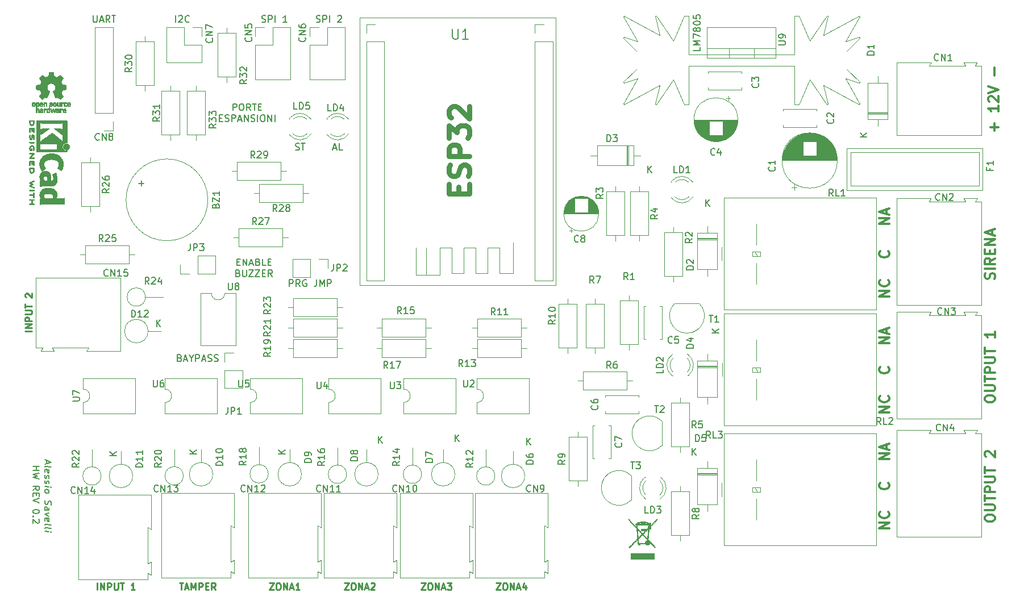
<source format=gbr>
%TF.GenerationSoftware,KiCad,Pcbnew,(5.1.9)-1*%
%TF.CreationDate,2022-01-12T17:44:04+01:00*%
%TF.ProjectId,Allarmino,416c6c61-726d-4696-9e6f-2e6b69636164,rev?*%
%TF.SameCoordinates,Original*%
%TF.FileFunction,Legend,Top*%
%TF.FilePolarity,Positive*%
%FSLAX46Y46*%
G04 Gerber Fmt 4.6, Leading zero omitted, Abs format (unit mm)*
G04 Created by KiCad (PCBNEW (5.1.9)-1) date 2022-01-12 17:44:04*
%MOMM*%
%LPD*%
G01*
G04 APERTURE LIST*
%ADD10C,0.150000*%
%ADD11C,0.750000*%
%ADD12C,0.120000*%
%ADD13C,0.250000*%
%ADD14C,0.375000*%
%ADD15C,0.010000*%
G04 APERTURE END LIST*
D10*
X107608952Y-49157380D02*
X107608952Y-48157380D01*
X107989904Y-48157380D01*
X108085142Y-48205000D01*
X108132761Y-48252619D01*
X108180380Y-48347857D01*
X108180380Y-48490714D01*
X108132761Y-48585952D01*
X108085142Y-48633571D01*
X107989904Y-48681190D01*
X107608952Y-48681190D01*
X108799428Y-48157380D02*
X108989904Y-48157380D01*
X109085142Y-48205000D01*
X109180380Y-48300238D01*
X109228000Y-48490714D01*
X109228000Y-48824047D01*
X109180380Y-49014523D01*
X109085142Y-49109761D01*
X108989904Y-49157380D01*
X108799428Y-49157380D01*
X108704190Y-49109761D01*
X108608952Y-49014523D01*
X108561333Y-48824047D01*
X108561333Y-48490714D01*
X108608952Y-48300238D01*
X108704190Y-48205000D01*
X108799428Y-48157380D01*
X110228000Y-49157380D02*
X109894666Y-48681190D01*
X109656571Y-49157380D02*
X109656571Y-48157380D01*
X110037523Y-48157380D01*
X110132761Y-48205000D01*
X110180380Y-48252619D01*
X110228000Y-48347857D01*
X110228000Y-48490714D01*
X110180380Y-48585952D01*
X110132761Y-48633571D01*
X110037523Y-48681190D01*
X109656571Y-48681190D01*
X110513714Y-48157380D02*
X111085142Y-48157380D01*
X110799428Y-49157380D02*
X110799428Y-48157380D01*
X111418476Y-48633571D02*
X111751809Y-48633571D01*
X111894666Y-49157380D02*
X111418476Y-49157380D01*
X111418476Y-48157380D01*
X111894666Y-48157380D01*
X105585142Y-50283571D02*
X105918476Y-50283571D01*
X106061333Y-50807380D02*
X105585142Y-50807380D01*
X105585142Y-49807380D01*
X106061333Y-49807380D01*
X106442285Y-50759761D02*
X106585142Y-50807380D01*
X106823238Y-50807380D01*
X106918476Y-50759761D01*
X106966095Y-50712142D01*
X107013714Y-50616904D01*
X107013714Y-50521666D01*
X106966095Y-50426428D01*
X106918476Y-50378809D01*
X106823238Y-50331190D01*
X106632761Y-50283571D01*
X106537523Y-50235952D01*
X106489904Y-50188333D01*
X106442285Y-50093095D01*
X106442285Y-49997857D01*
X106489904Y-49902619D01*
X106537523Y-49855000D01*
X106632761Y-49807380D01*
X106870857Y-49807380D01*
X107013714Y-49855000D01*
X107442285Y-50807380D02*
X107442285Y-49807380D01*
X107823238Y-49807380D01*
X107918476Y-49855000D01*
X107966095Y-49902619D01*
X108013714Y-49997857D01*
X108013714Y-50140714D01*
X107966095Y-50235952D01*
X107918476Y-50283571D01*
X107823238Y-50331190D01*
X107442285Y-50331190D01*
X108394666Y-50521666D02*
X108870857Y-50521666D01*
X108299428Y-50807380D02*
X108632761Y-49807380D01*
X108966095Y-50807380D01*
X109299428Y-50807380D02*
X109299428Y-49807380D01*
X109870857Y-50807380D01*
X109870857Y-49807380D01*
X110299428Y-50759761D02*
X110442285Y-50807380D01*
X110680380Y-50807380D01*
X110775619Y-50759761D01*
X110823238Y-50712142D01*
X110870857Y-50616904D01*
X110870857Y-50521666D01*
X110823238Y-50426428D01*
X110775619Y-50378809D01*
X110680380Y-50331190D01*
X110489904Y-50283571D01*
X110394666Y-50235952D01*
X110347047Y-50188333D01*
X110299428Y-50093095D01*
X110299428Y-49997857D01*
X110347047Y-49902619D01*
X110394666Y-49855000D01*
X110489904Y-49807380D01*
X110728000Y-49807380D01*
X110870857Y-49855000D01*
X111299428Y-50807380D02*
X111299428Y-49807380D01*
X111966095Y-49807380D02*
X112156571Y-49807380D01*
X112251809Y-49855000D01*
X112347047Y-49950238D01*
X112394666Y-50140714D01*
X112394666Y-50474047D01*
X112347047Y-50664523D01*
X112251809Y-50759761D01*
X112156571Y-50807380D01*
X111966095Y-50807380D01*
X111870857Y-50759761D01*
X111775619Y-50664523D01*
X111727999Y-50474047D01*
X111727999Y-50140714D01*
X111775619Y-49950238D01*
X111870857Y-49855000D01*
X111966095Y-49807380D01*
X112823238Y-50807380D02*
X112823238Y-49807380D01*
X113394666Y-50807380D01*
X113394666Y-49807380D01*
X113870857Y-50807380D02*
X113870857Y-49807380D01*
X140335142Y-37024571D02*
X140335142Y-38238857D01*
X140406571Y-38381714D01*
X140478000Y-38453142D01*
X140620857Y-38524571D01*
X140906571Y-38524571D01*
X141049428Y-38453142D01*
X141120857Y-38381714D01*
X141192285Y-38238857D01*
X141192285Y-37024571D01*
X142692285Y-38524571D02*
X141835142Y-38524571D01*
X142263714Y-38524571D02*
X142263714Y-37024571D01*
X142120857Y-37238857D01*
X141978000Y-37381714D01*
X141835142Y-37453142D01*
X79843333Y-101306205D02*
X79843333Y-101782395D01*
X79557619Y-101175252D02*
X80557619Y-101633586D01*
X79557619Y-101841919D01*
X79557619Y-102318110D02*
X79605238Y-102228824D01*
X79700476Y-102193110D01*
X80557619Y-102300252D01*
X79605238Y-103085967D02*
X79557619Y-102984776D01*
X79557619Y-102794300D01*
X79605238Y-102705014D01*
X79700476Y-102669300D01*
X80081428Y-102716919D01*
X80176666Y-102776443D01*
X80224285Y-102877633D01*
X80224285Y-103068110D01*
X80176666Y-103157395D01*
X80081428Y-103193110D01*
X79986190Y-103181205D01*
X79890952Y-102693110D01*
X79605238Y-103514538D02*
X79557619Y-103603824D01*
X79557619Y-103794300D01*
X79605238Y-103895491D01*
X79700476Y-103955014D01*
X79748095Y-103960967D01*
X79843333Y-103925252D01*
X79890952Y-103835967D01*
X79890952Y-103693110D01*
X79938571Y-103603824D01*
X80033809Y-103568110D01*
X80081428Y-103574062D01*
X80176666Y-103633586D01*
X80224285Y-103734776D01*
X80224285Y-103877633D01*
X80176666Y-103966919D01*
X79605238Y-104324062D02*
X79557619Y-104413348D01*
X79557619Y-104603824D01*
X79605238Y-104705014D01*
X79700476Y-104764538D01*
X79748095Y-104770491D01*
X79843333Y-104734776D01*
X79890952Y-104645491D01*
X79890952Y-104502633D01*
X79938571Y-104413348D01*
X80033809Y-104377633D01*
X80081428Y-104383586D01*
X80176666Y-104443110D01*
X80224285Y-104544300D01*
X80224285Y-104687157D01*
X80176666Y-104776443D01*
X79557619Y-105175252D02*
X80224285Y-105258586D01*
X80557619Y-105300252D02*
X80510000Y-105246681D01*
X80462380Y-105288348D01*
X80510000Y-105341919D01*
X80557619Y-105300252D01*
X80462380Y-105288348D01*
X79557619Y-105794300D02*
X79605238Y-105705014D01*
X79652857Y-105663348D01*
X79748095Y-105627633D01*
X80033809Y-105663348D01*
X80129047Y-105722872D01*
X80176666Y-105776443D01*
X80224285Y-105877633D01*
X80224285Y-106020491D01*
X80176666Y-106109776D01*
X80129047Y-106151443D01*
X80033809Y-106187157D01*
X79748095Y-106151443D01*
X79652857Y-106091919D01*
X79605238Y-106038348D01*
X79557619Y-105937157D01*
X79557619Y-105794300D01*
X79605238Y-107276443D02*
X79557619Y-107413348D01*
X79557619Y-107651443D01*
X79605238Y-107752633D01*
X79652857Y-107806205D01*
X79748095Y-107865729D01*
X79843333Y-107877633D01*
X79938571Y-107841919D01*
X79986190Y-107800252D01*
X80033809Y-107710967D01*
X80081428Y-107526443D01*
X80129047Y-107437157D01*
X80176666Y-107395491D01*
X80271904Y-107359776D01*
X80367142Y-107371681D01*
X80462380Y-107431205D01*
X80510000Y-107484776D01*
X80557619Y-107585967D01*
X80557619Y-107824062D01*
X80510000Y-107960967D01*
X79557619Y-108699062D02*
X80081428Y-108764538D01*
X80176666Y-108728824D01*
X80224285Y-108639538D01*
X80224285Y-108449062D01*
X80176666Y-108347872D01*
X79605238Y-108705014D02*
X79557619Y-108603824D01*
X79557619Y-108365729D01*
X79605238Y-108276443D01*
X79700476Y-108240729D01*
X79795714Y-108252633D01*
X79890952Y-108312157D01*
X79938571Y-108413348D01*
X79938571Y-108651443D01*
X79986190Y-108752633D01*
X80224285Y-109163348D02*
X79557619Y-109318110D01*
X80224285Y-109639538D01*
X79605238Y-110324062D02*
X79557619Y-110222872D01*
X79557619Y-110032395D01*
X79605238Y-109943110D01*
X79700476Y-109907395D01*
X80081428Y-109955014D01*
X80176666Y-110014538D01*
X80224285Y-110115729D01*
X80224285Y-110306205D01*
X80176666Y-110395491D01*
X80081428Y-110431205D01*
X79986190Y-110419300D01*
X79890952Y-109931205D01*
X79557619Y-110937157D02*
X79605238Y-110847872D01*
X79700476Y-110812157D01*
X80557619Y-110919300D01*
X79557619Y-111460967D02*
X79605238Y-111371681D01*
X79700476Y-111335967D01*
X80557619Y-111443110D01*
X79557619Y-111841919D02*
X80224285Y-111925252D01*
X80557619Y-111966919D02*
X80510000Y-111913348D01*
X80462380Y-111955014D01*
X80510000Y-112008586D01*
X80557619Y-111966919D01*
X80462380Y-111955014D01*
X77779619Y-102235523D02*
X78779619Y-102235523D01*
X78303428Y-102235523D02*
X78303428Y-102806952D01*
X77779619Y-102806952D02*
X78779619Y-102806952D01*
X78779619Y-103187904D02*
X77779619Y-103426000D01*
X78493904Y-103616476D01*
X77779619Y-103806952D01*
X78779619Y-104045047D01*
X77779619Y-105759333D02*
X78255809Y-105426000D01*
X77779619Y-105187904D02*
X78779619Y-105187904D01*
X78779619Y-105568857D01*
X78732000Y-105664095D01*
X78684380Y-105711714D01*
X78589142Y-105759333D01*
X78446285Y-105759333D01*
X78351047Y-105711714D01*
X78303428Y-105664095D01*
X78255809Y-105568857D01*
X78255809Y-105187904D01*
X78303428Y-106187904D02*
X78303428Y-106521238D01*
X77779619Y-106664095D02*
X77779619Y-106187904D01*
X78779619Y-106187904D01*
X78779619Y-106664095D01*
X78779619Y-106949809D02*
X77779619Y-107283142D01*
X78779619Y-107616476D01*
X78779619Y-108902190D02*
X78779619Y-108997428D01*
X78732000Y-109092666D01*
X78684380Y-109140285D01*
X78589142Y-109187904D01*
X78398666Y-109235523D01*
X78160571Y-109235523D01*
X77970095Y-109187904D01*
X77874857Y-109140285D01*
X77827238Y-109092666D01*
X77779619Y-108997428D01*
X77779619Y-108902190D01*
X77827238Y-108806952D01*
X77874857Y-108759333D01*
X77970095Y-108711714D01*
X78160571Y-108664095D01*
X78398666Y-108664095D01*
X78589142Y-108711714D01*
X78684380Y-108759333D01*
X78732000Y-108806952D01*
X78779619Y-108902190D01*
X77874857Y-109664095D02*
X77827238Y-109711714D01*
X77779619Y-109664095D01*
X77827238Y-109616476D01*
X77874857Y-109664095D01*
X77779619Y-109664095D01*
X78684380Y-110092666D02*
X78732000Y-110140285D01*
X78779619Y-110235523D01*
X78779619Y-110473619D01*
X78732000Y-110568857D01*
X78684380Y-110616476D01*
X78589142Y-110664095D01*
X78493904Y-110664095D01*
X78351047Y-110616476D01*
X77779619Y-110045047D01*
X77779619Y-110664095D01*
D11*
X141263714Y-61546571D02*
X141263714Y-60546571D01*
X142835142Y-60118000D02*
X142835142Y-61546571D01*
X139835142Y-61546571D01*
X139835142Y-60118000D01*
X142692285Y-58975142D02*
X142835142Y-58546571D01*
X142835142Y-57832285D01*
X142692285Y-57546571D01*
X142549428Y-57403714D01*
X142263714Y-57260857D01*
X141978000Y-57260857D01*
X141692285Y-57403714D01*
X141549428Y-57546571D01*
X141406571Y-57832285D01*
X141263714Y-58403714D01*
X141120857Y-58689428D01*
X140978000Y-58832285D01*
X140692285Y-58975142D01*
X140406571Y-58975142D01*
X140120857Y-58832285D01*
X139978000Y-58689428D01*
X139835142Y-58403714D01*
X139835142Y-57689428D01*
X139978000Y-57260857D01*
X142835142Y-55975142D02*
X139835142Y-55975142D01*
X139835142Y-54832285D01*
X139978000Y-54546571D01*
X140120857Y-54403714D01*
X140406571Y-54260857D01*
X140835142Y-54260857D01*
X141120857Y-54403714D01*
X141263714Y-54546571D01*
X141406571Y-54832285D01*
X141406571Y-55975142D01*
X139835142Y-53260857D02*
X139835142Y-51403714D01*
X140978000Y-52403714D01*
X140978000Y-51975142D01*
X141120857Y-51689428D01*
X141263714Y-51546571D01*
X141549428Y-51403714D01*
X142263714Y-51403714D01*
X142549428Y-51546571D01*
X142692285Y-51689428D01*
X142835142Y-51975142D01*
X142835142Y-52832285D01*
X142692285Y-53118000D01*
X142549428Y-53260857D01*
X140120857Y-50260857D02*
X139978000Y-50118000D01*
X139835142Y-49832285D01*
X139835142Y-49118000D01*
X139978000Y-48832285D01*
X140120857Y-48689428D01*
X140406571Y-48546571D01*
X140692285Y-48546571D01*
X141120857Y-48689428D01*
X142835142Y-50403714D01*
X142835142Y-48546571D01*
D12*
X136398000Y-73660000D02*
X136398000Y-69596000D01*
X134874000Y-73660000D02*
X134874000Y-69596000D01*
X138430000Y-73660000D02*
X134874000Y-73660000D01*
X138430000Y-69596000D02*
X138430000Y-73660000D01*
X138938000Y-69596000D02*
X138430000Y-69596000D01*
X140208000Y-69596000D02*
X138938000Y-69596000D01*
X140208000Y-73406000D02*
X140208000Y-69596000D01*
X141986000Y-73406000D02*
X140208000Y-73406000D01*
X141986000Y-69596000D02*
X141986000Y-73406000D01*
X143764000Y-69596000D02*
X141986000Y-69596000D01*
X143764000Y-73406000D02*
X143764000Y-69596000D01*
X145542000Y-73406000D02*
X143764000Y-73406000D01*
X145542000Y-69596000D02*
X145542000Y-73406000D01*
X147320000Y-69596000D02*
X145542000Y-69596000D01*
X147320000Y-73406000D02*
X147320000Y-69596000D01*
X149352000Y-73406000D02*
X147320000Y-73406000D01*
X149352000Y-68834000D02*
X149352000Y-73406000D01*
X126492000Y-75184000D02*
X126492000Y-35306000D01*
X155702000Y-75184000D02*
X126492000Y-75184000D01*
X155702000Y-35306000D02*
X155702000Y-75184000D01*
X152146000Y-35306000D02*
X155702000Y-35306000D01*
X127254000Y-35306000D02*
X152146000Y-35306000D01*
X126492000Y-35306000D02*
X127254000Y-35306000D01*
D10*
X99695333Y-86034571D02*
X99838190Y-86082190D01*
X99885809Y-86129809D01*
X99933428Y-86225047D01*
X99933428Y-86367904D01*
X99885809Y-86463142D01*
X99838190Y-86510761D01*
X99742952Y-86558380D01*
X99362000Y-86558380D01*
X99362000Y-85558380D01*
X99695333Y-85558380D01*
X99790571Y-85606000D01*
X99838190Y-85653619D01*
X99885809Y-85748857D01*
X99885809Y-85844095D01*
X99838190Y-85939333D01*
X99790571Y-85986952D01*
X99695333Y-86034571D01*
X99362000Y-86034571D01*
X100314380Y-86272666D02*
X100790571Y-86272666D01*
X100219142Y-86558380D02*
X100552476Y-85558380D01*
X100885809Y-86558380D01*
X101409619Y-86082190D02*
X101409619Y-86558380D01*
X101076285Y-85558380D02*
X101409619Y-86082190D01*
X101742952Y-85558380D01*
X102076285Y-86558380D02*
X102076285Y-85558380D01*
X102457238Y-85558380D01*
X102552476Y-85606000D01*
X102600095Y-85653619D01*
X102647714Y-85748857D01*
X102647714Y-85891714D01*
X102600095Y-85986952D01*
X102552476Y-86034571D01*
X102457238Y-86082190D01*
X102076285Y-86082190D01*
X103028666Y-86272666D02*
X103504857Y-86272666D01*
X102933428Y-86558380D02*
X103266761Y-85558380D01*
X103600095Y-86558380D01*
X103885809Y-86510761D02*
X104028666Y-86558380D01*
X104266761Y-86558380D01*
X104362000Y-86510761D01*
X104409619Y-86463142D01*
X104457238Y-86367904D01*
X104457238Y-86272666D01*
X104409619Y-86177428D01*
X104362000Y-86129809D01*
X104266761Y-86082190D01*
X104076285Y-86034571D01*
X103981047Y-85986952D01*
X103933428Y-85939333D01*
X103885809Y-85844095D01*
X103885809Y-85748857D01*
X103933428Y-85653619D01*
X103981047Y-85606000D01*
X104076285Y-85558380D01*
X104314380Y-85558380D01*
X104457238Y-85606000D01*
X104838190Y-86510761D02*
X104981047Y-86558380D01*
X105219142Y-86558380D01*
X105314380Y-86510761D01*
X105362000Y-86463142D01*
X105409619Y-86367904D01*
X105409619Y-86272666D01*
X105362000Y-86177428D01*
X105314380Y-86129809D01*
X105219142Y-86082190D01*
X105028666Y-86034571D01*
X104933428Y-85986952D01*
X104885809Y-85939333D01*
X104838190Y-85844095D01*
X104838190Y-85748857D01*
X104885809Y-85653619D01*
X104933428Y-85606000D01*
X105028666Y-85558380D01*
X105266761Y-85558380D01*
X105409619Y-85606000D01*
D13*
X77668380Y-82033714D02*
X76668380Y-82033714D01*
X77668380Y-81557523D02*
X76668380Y-81557523D01*
X77668380Y-80986095D01*
X76668380Y-80986095D01*
X77668380Y-80509904D02*
X76668380Y-80509904D01*
X76668380Y-80128952D01*
X76716000Y-80033714D01*
X76763619Y-79986095D01*
X76858857Y-79938476D01*
X77001714Y-79938476D01*
X77096952Y-79986095D01*
X77144571Y-80033714D01*
X77192190Y-80128952D01*
X77192190Y-80509904D01*
X76668380Y-79509904D02*
X77477904Y-79509904D01*
X77573142Y-79462285D01*
X77620761Y-79414666D01*
X77668380Y-79319428D01*
X77668380Y-79128952D01*
X77620761Y-79033714D01*
X77573142Y-78986095D01*
X77477904Y-78938476D01*
X76668380Y-78938476D01*
X76668380Y-78605142D02*
X76668380Y-78033714D01*
X77668380Y-78319428D02*
X76668380Y-78319428D01*
X76763619Y-76986095D02*
X76716000Y-76938476D01*
X76668380Y-76843238D01*
X76668380Y-76605142D01*
X76716000Y-76509904D01*
X76763619Y-76462285D01*
X76858857Y-76414666D01*
X76954095Y-76414666D01*
X77096952Y-76462285D01*
X77668380Y-77033714D01*
X77668380Y-76414666D01*
X87384285Y-120594380D02*
X87384285Y-119594380D01*
X87860476Y-120594380D02*
X87860476Y-119594380D01*
X88431904Y-120594380D01*
X88431904Y-119594380D01*
X88908095Y-120594380D02*
X88908095Y-119594380D01*
X89289047Y-119594380D01*
X89384285Y-119642000D01*
X89431904Y-119689619D01*
X89479523Y-119784857D01*
X89479523Y-119927714D01*
X89431904Y-120022952D01*
X89384285Y-120070571D01*
X89289047Y-120118190D01*
X88908095Y-120118190D01*
X89908095Y-119594380D02*
X89908095Y-120403904D01*
X89955714Y-120499142D01*
X90003333Y-120546761D01*
X90098571Y-120594380D01*
X90289047Y-120594380D01*
X90384285Y-120546761D01*
X90431904Y-120499142D01*
X90479523Y-120403904D01*
X90479523Y-119594380D01*
X90812857Y-119594380D02*
X91384285Y-119594380D01*
X91098571Y-120594380D02*
X91098571Y-119594380D01*
X93003333Y-120594380D02*
X92431904Y-120594380D01*
X92717619Y-120594380D02*
X92717619Y-119594380D01*
X92622380Y-119737238D01*
X92527142Y-119832476D01*
X92431904Y-119880095D01*
X99623904Y-119594380D02*
X100195333Y-119594380D01*
X99909619Y-120594380D02*
X99909619Y-119594380D01*
X100481047Y-120308666D02*
X100957238Y-120308666D01*
X100385809Y-120594380D02*
X100719142Y-119594380D01*
X101052476Y-120594380D01*
X101385809Y-120594380D02*
X101385809Y-119594380D01*
X101719142Y-120308666D01*
X102052476Y-119594380D01*
X102052476Y-120594380D01*
X102528666Y-120594380D02*
X102528666Y-119594380D01*
X102909619Y-119594380D01*
X103004857Y-119642000D01*
X103052476Y-119689619D01*
X103100095Y-119784857D01*
X103100095Y-119927714D01*
X103052476Y-120022952D01*
X103004857Y-120070571D01*
X102909619Y-120118190D01*
X102528666Y-120118190D01*
X103528666Y-120070571D02*
X103862000Y-120070571D01*
X104004857Y-120594380D02*
X103528666Y-120594380D01*
X103528666Y-119594380D01*
X104004857Y-119594380D01*
X105004857Y-120594380D02*
X104671523Y-120118190D01*
X104433428Y-120594380D02*
X104433428Y-119594380D01*
X104814380Y-119594380D01*
X104909619Y-119642000D01*
X104957238Y-119689619D01*
X105004857Y-119784857D01*
X105004857Y-119927714D01*
X104957238Y-120022952D01*
X104909619Y-120070571D01*
X104814380Y-120118190D01*
X104433428Y-120118190D01*
X113030285Y-119594380D02*
X113696952Y-119594380D01*
X113030285Y-120594380D01*
X113696952Y-120594380D01*
X114268380Y-119594380D02*
X114458857Y-119594380D01*
X114554095Y-119642000D01*
X114649333Y-119737238D01*
X114696952Y-119927714D01*
X114696952Y-120261047D01*
X114649333Y-120451523D01*
X114554095Y-120546761D01*
X114458857Y-120594380D01*
X114268380Y-120594380D01*
X114173142Y-120546761D01*
X114077904Y-120451523D01*
X114030285Y-120261047D01*
X114030285Y-119927714D01*
X114077904Y-119737238D01*
X114173142Y-119642000D01*
X114268380Y-119594380D01*
X115125523Y-120594380D02*
X115125523Y-119594380D01*
X115696952Y-120594380D01*
X115696952Y-119594380D01*
X116125523Y-120308666D02*
X116601714Y-120308666D01*
X116030285Y-120594380D02*
X116363619Y-119594380D01*
X116696952Y-120594380D01*
X117554095Y-120594380D02*
X116982666Y-120594380D01*
X117268380Y-120594380D02*
X117268380Y-119594380D01*
X117173142Y-119737238D01*
X117077904Y-119832476D01*
X116982666Y-119880095D01*
X124206285Y-119594380D02*
X124872952Y-119594380D01*
X124206285Y-120594380D01*
X124872952Y-120594380D01*
X125444380Y-119594380D02*
X125634857Y-119594380D01*
X125730095Y-119642000D01*
X125825333Y-119737238D01*
X125872952Y-119927714D01*
X125872952Y-120261047D01*
X125825333Y-120451523D01*
X125730095Y-120546761D01*
X125634857Y-120594380D01*
X125444380Y-120594380D01*
X125349142Y-120546761D01*
X125253904Y-120451523D01*
X125206285Y-120261047D01*
X125206285Y-119927714D01*
X125253904Y-119737238D01*
X125349142Y-119642000D01*
X125444380Y-119594380D01*
X126301523Y-120594380D02*
X126301523Y-119594380D01*
X126872952Y-120594380D01*
X126872952Y-119594380D01*
X127301523Y-120308666D02*
X127777714Y-120308666D01*
X127206285Y-120594380D02*
X127539619Y-119594380D01*
X127872952Y-120594380D01*
X128158666Y-119689619D02*
X128206285Y-119642000D01*
X128301523Y-119594380D01*
X128539619Y-119594380D01*
X128634857Y-119642000D01*
X128682476Y-119689619D01*
X128730095Y-119784857D01*
X128730095Y-119880095D01*
X128682476Y-120022952D01*
X128111047Y-120594380D01*
X128730095Y-120594380D01*
X135636285Y-119594380D02*
X136302952Y-119594380D01*
X135636285Y-120594380D01*
X136302952Y-120594380D01*
X136874380Y-119594380D02*
X137064857Y-119594380D01*
X137160095Y-119642000D01*
X137255333Y-119737238D01*
X137302952Y-119927714D01*
X137302952Y-120261047D01*
X137255333Y-120451523D01*
X137160095Y-120546761D01*
X137064857Y-120594380D01*
X136874380Y-120594380D01*
X136779142Y-120546761D01*
X136683904Y-120451523D01*
X136636285Y-120261047D01*
X136636285Y-119927714D01*
X136683904Y-119737238D01*
X136779142Y-119642000D01*
X136874380Y-119594380D01*
X137731523Y-120594380D02*
X137731523Y-119594380D01*
X138302952Y-120594380D01*
X138302952Y-119594380D01*
X138731523Y-120308666D02*
X139207714Y-120308666D01*
X138636285Y-120594380D02*
X138969619Y-119594380D01*
X139302952Y-120594380D01*
X139541047Y-119594380D02*
X140160095Y-119594380D01*
X139826761Y-119975333D01*
X139969619Y-119975333D01*
X140064857Y-120022952D01*
X140112476Y-120070571D01*
X140160095Y-120165809D01*
X140160095Y-120403904D01*
X140112476Y-120499142D01*
X140064857Y-120546761D01*
X139969619Y-120594380D01*
X139683904Y-120594380D01*
X139588666Y-120546761D01*
X139541047Y-120499142D01*
X146812285Y-119594380D02*
X147478952Y-119594380D01*
X146812285Y-120594380D01*
X147478952Y-120594380D01*
X148050380Y-119594380D02*
X148240857Y-119594380D01*
X148336095Y-119642000D01*
X148431333Y-119737238D01*
X148478952Y-119927714D01*
X148478952Y-120261047D01*
X148431333Y-120451523D01*
X148336095Y-120546761D01*
X148240857Y-120594380D01*
X148050380Y-120594380D01*
X147955142Y-120546761D01*
X147859904Y-120451523D01*
X147812285Y-120261047D01*
X147812285Y-119927714D01*
X147859904Y-119737238D01*
X147955142Y-119642000D01*
X148050380Y-119594380D01*
X148907523Y-120594380D02*
X148907523Y-119594380D01*
X149478952Y-120594380D01*
X149478952Y-119594380D01*
X149907523Y-120308666D02*
X150383714Y-120308666D01*
X149812285Y-120594380D02*
X150145619Y-119594380D01*
X150478952Y-120594380D01*
X151240857Y-119927714D02*
X151240857Y-120594380D01*
X151002761Y-119546761D02*
X150764666Y-120261047D01*
X151383714Y-120261047D01*
D10*
X120039047Y-35964761D02*
X120181904Y-36012380D01*
X120420000Y-36012380D01*
X120515238Y-35964761D01*
X120562857Y-35917142D01*
X120610476Y-35821904D01*
X120610476Y-35726666D01*
X120562857Y-35631428D01*
X120515238Y-35583809D01*
X120420000Y-35536190D01*
X120229523Y-35488571D01*
X120134285Y-35440952D01*
X120086666Y-35393333D01*
X120039047Y-35298095D01*
X120039047Y-35202857D01*
X120086666Y-35107619D01*
X120134285Y-35060000D01*
X120229523Y-35012380D01*
X120467619Y-35012380D01*
X120610476Y-35060000D01*
X121039047Y-36012380D02*
X121039047Y-35012380D01*
X121420000Y-35012380D01*
X121515238Y-35060000D01*
X121562857Y-35107619D01*
X121610476Y-35202857D01*
X121610476Y-35345714D01*
X121562857Y-35440952D01*
X121515238Y-35488571D01*
X121420000Y-35536190D01*
X121039047Y-35536190D01*
X122039047Y-36012380D02*
X122039047Y-35012380D01*
X123229523Y-35107619D02*
X123277142Y-35060000D01*
X123372380Y-35012380D01*
X123610476Y-35012380D01*
X123705714Y-35060000D01*
X123753333Y-35107619D01*
X123800952Y-35202857D01*
X123800952Y-35298095D01*
X123753333Y-35440952D01*
X123181904Y-36012380D01*
X123800952Y-36012380D01*
X111911047Y-35964761D02*
X112053904Y-36012380D01*
X112292000Y-36012380D01*
X112387238Y-35964761D01*
X112434857Y-35917142D01*
X112482476Y-35821904D01*
X112482476Y-35726666D01*
X112434857Y-35631428D01*
X112387238Y-35583809D01*
X112292000Y-35536190D01*
X112101523Y-35488571D01*
X112006285Y-35440952D01*
X111958666Y-35393333D01*
X111911047Y-35298095D01*
X111911047Y-35202857D01*
X111958666Y-35107619D01*
X112006285Y-35060000D01*
X112101523Y-35012380D01*
X112339619Y-35012380D01*
X112482476Y-35060000D01*
X112911047Y-36012380D02*
X112911047Y-35012380D01*
X113292000Y-35012380D01*
X113387238Y-35060000D01*
X113434857Y-35107619D01*
X113482476Y-35202857D01*
X113482476Y-35345714D01*
X113434857Y-35440952D01*
X113387238Y-35488571D01*
X113292000Y-35536190D01*
X112911047Y-35536190D01*
X113911047Y-36012380D02*
X113911047Y-35012380D01*
X115672952Y-36012380D02*
X115101523Y-36012380D01*
X115387238Y-36012380D02*
X115387238Y-35012380D01*
X115292000Y-35155238D01*
X115196761Y-35250476D01*
X115101523Y-35298095D01*
X99099809Y-36012380D02*
X99099809Y-35012380D01*
X99528380Y-35107619D02*
X99576000Y-35060000D01*
X99671238Y-35012380D01*
X99909333Y-35012380D01*
X100004571Y-35060000D01*
X100052190Y-35107619D01*
X100099809Y-35202857D01*
X100099809Y-35298095D01*
X100052190Y-35440952D01*
X99480761Y-36012380D01*
X100099809Y-36012380D01*
X101099809Y-35917142D02*
X101052190Y-35964761D01*
X100909333Y-36012380D01*
X100814095Y-36012380D01*
X100671238Y-35964761D01*
X100576000Y-35869523D01*
X100528380Y-35774285D01*
X100480761Y-35583809D01*
X100480761Y-35440952D01*
X100528380Y-35250476D01*
X100576000Y-35155238D01*
X100671238Y-35060000D01*
X100814095Y-35012380D01*
X100909333Y-35012380D01*
X101052190Y-35060000D01*
X101099809Y-35107619D01*
X86796761Y-35012380D02*
X86796761Y-35821904D01*
X86844380Y-35917142D01*
X86892000Y-35964761D01*
X86987238Y-36012380D01*
X87177714Y-36012380D01*
X87272952Y-35964761D01*
X87320571Y-35917142D01*
X87368190Y-35821904D01*
X87368190Y-35012380D01*
X87796761Y-35726666D02*
X88272952Y-35726666D01*
X87701523Y-36012380D02*
X88034857Y-35012380D01*
X88368190Y-36012380D01*
X89272952Y-36012380D02*
X88939619Y-35536190D01*
X88701523Y-36012380D02*
X88701523Y-35012380D01*
X89082476Y-35012380D01*
X89177714Y-35060000D01*
X89225333Y-35107619D01*
X89272952Y-35202857D01*
X89272952Y-35345714D01*
X89225333Y-35440952D01*
X89177714Y-35488571D01*
X89082476Y-35536190D01*
X88701523Y-35536190D01*
X89558666Y-35012380D02*
X90130095Y-35012380D01*
X89844380Y-36012380D02*
X89844380Y-35012380D01*
X116030761Y-75382380D02*
X116030761Y-74382380D01*
X116411714Y-74382380D01*
X116506952Y-74430000D01*
X116554571Y-74477619D01*
X116602190Y-74572857D01*
X116602190Y-74715714D01*
X116554571Y-74810952D01*
X116506952Y-74858571D01*
X116411714Y-74906190D01*
X116030761Y-74906190D01*
X117602190Y-75382380D02*
X117268857Y-74906190D01*
X117030761Y-75382380D02*
X117030761Y-74382380D01*
X117411714Y-74382380D01*
X117506952Y-74430000D01*
X117554571Y-74477619D01*
X117602190Y-74572857D01*
X117602190Y-74715714D01*
X117554571Y-74810952D01*
X117506952Y-74858571D01*
X117411714Y-74906190D01*
X117030761Y-74906190D01*
X118554571Y-74430000D02*
X118459333Y-74382380D01*
X118316476Y-74382380D01*
X118173619Y-74430000D01*
X118078380Y-74525238D01*
X118030761Y-74620476D01*
X117983142Y-74810952D01*
X117983142Y-74953809D01*
X118030761Y-75144285D01*
X118078380Y-75239523D01*
X118173619Y-75334761D01*
X118316476Y-75382380D01*
X118411714Y-75382380D01*
X118554571Y-75334761D01*
X118602190Y-75287142D01*
X118602190Y-74953809D01*
X118411714Y-74953809D01*
X120078380Y-74382380D02*
X120078380Y-75096666D01*
X120030761Y-75239523D01*
X119935523Y-75334761D01*
X119792666Y-75382380D01*
X119697428Y-75382380D01*
X120554571Y-75382380D02*
X120554571Y-74382380D01*
X120887904Y-75096666D01*
X121221238Y-74382380D01*
X121221238Y-75382380D01*
X121697428Y-75382380D02*
X121697428Y-74382380D01*
X122078380Y-74382380D01*
X122173619Y-74430000D01*
X122221238Y-74477619D01*
X122268857Y-74572857D01*
X122268857Y-74715714D01*
X122221238Y-74810952D01*
X122173619Y-74858571D01*
X122078380Y-74906190D01*
X121697428Y-74906190D01*
X108220190Y-71747571D02*
X108553523Y-71747571D01*
X108696380Y-72271380D02*
X108220190Y-72271380D01*
X108220190Y-71271380D01*
X108696380Y-71271380D01*
X109124952Y-72271380D02*
X109124952Y-71271380D01*
X109696380Y-72271380D01*
X109696380Y-71271380D01*
X110124952Y-71985666D02*
X110601142Y-71985666D01*
X110029714Y-72271380D02*
X110363047Y-71271380D01*
X110696380Y-72271380D01*
X111363047Y-71747571D02*
X111505904Y-71795190D01*
X111553523Y-71842809D01*
X111601142Y-71938047D01*
X111601142Y-72080904D01*
X111553523Y-72176142D01*
X111505904Y-72223761D01*
X111410666Y-72271380D01*
X111029714Y-72271380D01*
X111029714Y-71271380D01*
X111363047Y-71271380D01*
X111458285Y-71319000D01*
X111505904Y-71366619D01*
X111553523Y-71461857D01*
X111553523Y-71557095D01*
X111505904Y-71652333D01*
X111458285Y-71699952D01*
X111363047Y-71747571D01*
X111029714Y-71747571D01*
X112505904Y-72271380D02*
X112029714Y-72271380D01*
X112029714Y-71271380D01*
X112839238Y-71747571D02*
X113172571Y-71747571D01*
X113315428Y-72271380D02*
X112839238Y-72271380D01*
X112839238Y-71271380D01*
X113315428Y-71271380D01*
X108386857Y-73397571D02*
X108529714Y-73445190D01*
X108577333Y-73492809D01*
X108624952Y-73588047D01*
X108624952Y-73730904D01*
X108577333Y-73826142D01*
X108529714Y-73873761D01*
X108434476Y-73921380D01*
X108053523Y-73921380D01*
X108053523Y-72921380D01*
X108386857Y-72921380D01*
X108482095Y-72969000D01*
X108529714Y-73016619D01*
X108577333Y-73111857D01*
X108577333Y-73207095D01*
X108529714Y-73302333D01*
X108482095Y-73349952D01*
X108386857Y-73397571D01*
X108053523Y-73397571D01*
X109053523Y-72921380D02*
X109053523Y-73730904D01*
X109101142Y-73826142D01*
X109148761Y-73873761D01*
X109244000Y-73921380D01*
X109434476Y-73921380D01*
X109529714Y-73873761D01*
X109577333Y-73826142D01*
X109624952Y-73730904D01*
X109624952Y-72921380D01*
X110005904Y-72921380D02*
X110672571Y-72921380D01*
X110005904Y-73921380D01*
X110672571Y-73921380D01*
X110958285Y-72921380D02*
X111624952Y-72921380D01*
X110958285Y-73921380D01*
X111624952Y-73921380D01*
X112005904Y-73397571D02*
X112339238Y-73397571D01*
X112482095Y-73921380D02*
X112005904Y-73921380D01*
X112005904Y-72921380D01*
X112482095Y-72921380D01*
X113482095Y-73921380D02*
X113148761Y-73445190D01*
X112910666Y-73921380D02*
X112910666Y-72921380D01*
X113291619Y-72921380D01*
X113386857Y-72969000D01*
X113434476Y-73016619D01*
X113482095Y-73111857D01*
X113482095Y-73254714D01*
X113434476Y-73349952D01*
X113386857Y-73397571D01*
X113291619Y-73445190D01*
X112910666Y-73445190D01*
X116935333Y-55014761D02*
X117078190Y-55062380D01*
X117316285Y-55062380D01*
X117411523Y-55014761D01*
X117459142Y-54967142D01*
X117506761Y-54871904D01*
X117506761Y-54776666D01*
X117459142Y-54681428D01*
X117411523Y-54633809D01*
X117316285Y-54586190D01*
X117125809Y-54538571D01*
X117030571Y-54490952D01*
X116982952Y-54443333D01*
X116935333Y-54348095D01*
X116935333Y-54252857D01*
X116982952Y-54157619D01*
X117030571Y-54110000D01*
X117125809Y-54062380D01*
X117363904Y-54062380D01*
X117506761Y-54110000D01*
X117792476Y-54062380D02*
X118363904Y-54062380D01*
X118078190Y-55062380D02*
X118078190Y-54062380D01*
X122547142Y-54776666D02*
X123023333Y-54776666D01*
X122451904Y-55062380D02*
X122785238Y-54062380D01*
X123118571Y-55062380D01*
X123928095Y-55062380D02*
X123451904Y-55062380D01*
X123451904Y-54062380D01*
D14*
X205402571Y-101147428D02*
X203902571Y-101147428D01*
X205402571Y-100290285D01*
X203902571Y-100290285D01*
X204974000Y-99647428D02*
X204974000Y-98933142D01*
X205402571Y-99790285D02*
X203902571Y-99290285D01*
X205402571Y-98790285D01*
X205259714Y-104691714D02*
X205331142Y-104763142D01*
X205402571Y-104977428D01*
X205402571Y-105120285D01*
X205331142Y-105334571D01*
X205188285Y-105477428D01*
X205045428Y-105548857D01*
X204759714Y-105620285D01*
X204545428Y-105620285D01*
X204259714Y-105548857D01*
X204116857Y-105477428D01*
X203974000Y-105334571D01*
X203902571Y-105120285D01*
X203902571Y-104977428D01*
X203974000Y-104763142D01*
X204045428Y-104691714D01*
X205402571Y-111414571D02*
X203902571Y-111414571D01*
X205402571Y-110557428D01*
X203902571Y-110557428D01*
X205259714Y-108986000D02*
X205331142Y-109057428D01*
X205402571Y-109271714D01*
X205402571Y-109414571D01*
X205331142Y-109628857D01*
X205188285Y-109771714D01*
X205045428Y-109843142D01*
X204759714Y-109914571D01*
X204545428Y-109914571D01*
X204259714Y-109843142D01*
X204116857Y-109771714D01*
X203974000Y-109628857D01*
X203902571Y-109414571D01*
X203902571Y-109271714D01*
X203974000Y-109057428D01*
X204045428Y-108986000D01*
X219650571Y-110048857D02*
X219650571Y-109763142D01*
X219722000Y-109620285D01*
X219864857Y-109477428D01*
X220150571Y-109406000D01*
X220650571Y-109406000D01*
X220936285Y-109477428D01*
X221079142Y-109620285D01*
X221150571Y-109763142D01*
X221150571Y-110048857D01*
X221079142Y-110191714D01*
X220936285Y-110334571D01*
X220650571Y-110406000D01*
X220150571Y-110406000D01*
X219864857Y-110334571D01*
X219722000Y-110191714D01*
X219650571Y-110048857D01*
X219650571Y-108763142D02*
X220864857Y-108763142D01*
X221007714Y-108691714D01*
X221079142Y-108620285D01*
X221150571Y-108477428D01*
X221150571Y-108191714D01*
X221079142Y-108048857D01*
X221007714Y-107977428D01*
X220864857Y-107906000D01*
X219650571Y-107906000D01*
X219650571Y-107406000D02*
X219650571Y-106548857D01*
X221150571Y-106977428D02*
X219650571Y-106977428D01*
X221150571Y-106048857D02*
X219650571Y-106048857D01*
X219650571Y-105477428D01*
X219722000Y-105334571D01*
X219793428Y-105263142D01*
X219936285Y-105191714D01*
X220150571Y-105191714D01*
X220293428Y-105263142D01*
X220364857Y-105334571D01*
X220436285Y-105477428D01*
X220436285Y-106048857D01*
X219650571Y-104548857D02*
X220864857Y-104548857D01*
X221007714Y-104477428D01*
X221079142Y-104406000D01*
X221150571Y-104263142D01*
X221150571Y-103977428D01*
X221079142Y-103834571D01*
X221007714Y-103763142D01*
X220864857Y-103691714D01*
X219650571Y-103691714D01*
X219650571Y-103191714D02*
X219650571Y-102334571D01*
X221150571Y-102763142D02*
X219650571Y-102763142D01*
X219793428Y-100763142D02*
X219722000Y-100691714D01*
X219650571Y-100548857D01*
X219650571Y-100191714D01*
X219722000Y-100048857D01*
X219793428Y-99977428D01*
X219936285Y-99906000D01*
X220079142Y-99906000D01*
X220293428Y-99977428D01*
X221150571Y-100834571D01*
X221150571Y-99906000D01*
X219650571Y-92268857D02*
X219650571Y-91983142D01*
X219722000Y-91840285D01*
X219864857Y-91697428D01*
X220150571Y-91626000D01*
X220650571Y-91626000D01*
X220936285Y-91697428D01*
X221079142Y-91840285D01*
X221150571Y-91983142D01*
X221150571Y-92268857D01*
X221079142Y-92411714D01*
X220936285Y-92554571D01*
X220650571Y-92626000D01*
X220150571Y-92626000D01*
X219864857Y-92554571D01*
X219722000Y-92411714D01*
X219650571Y-92268857D01*
X219650571Y-90983142D02*
X220864857Y-90983142D01*
X221007714Y-90911714D01*
X221079142Y-90840285D01*
X221150571Y-90697428D01*
X221150571Y-90411714D01*
X221079142Y-90268857D01*
X221007714Y-90197428D01*
X220864857Y-90126000D01*
X219650571Y-90126000D01*
X219650571Y-89626000D02*
X219650571Y-88768857D01*
X221150571Y-89197428D02*
X219650571Y-89197428D01*
X221150571Y-88268857D02*
X219650571Y-88268857D01*
X219650571Y-87697428D01*
X219722000Y-87554571D01*
X219793428Y-87483142D01*
X219936285Y-87411714D01*
X220150571Y-87411714D01*
X220293428Y-87483142D01*
X220364857Y-87554571D01*
X220436285Y-87697428D01*
X220436285Y-88268857D01*
X219650571Y-86768857D02*
X220864857Y-86768857D01*
X221007714Y-86697428D01*
X221079142Y-86626000D01*
X221150571Y-86483142D01*
X221150571Y-86197428D01*
X221079142Y-86054571D01*
X221007714Y-85983142D01*
X220864857Y-85911714D01*
X219650571Y-85911714D01*
X219650571Y-85411714D02*
X219650571Y-84554571D01*
X221150571Y-84983142D02*
X219650571Y-84983142D01*
X221150571Y-82126000D02*
X221150571Y-82983142D01*
X221150571Y-82554571D02*
X219650571Y-82554571D01*
X219864857Y-82697428D01*
X220007714Y-82840285D01*
X220079142Y-82983142D01*
X205402571Y-83875428D02*
X203902571Y-83875428D01*
X205402571Y-83018285D01*
X203902571Y-83018285D01*
X204974000Y-82375428D02*
X204974000Y-81661142D01*
X205402571Y-82518285D02*
X203902571Y-82018285D01*
X205402571Y-81518285D01*
X205259714Y-87419714D02*
X205331142Y-87491142D01*
X205402571Y-87705428D01*
X205402571Y-87848285D01*
X205331142Y-88062571D01*
X205188285Y-88205428D01*
X205045428Y-88276857D01*
X204759714Y-88348285D01*
X204545428Y-88348285D01*
X204259714Y-88276857D01*
X204116857Y-88205428D01*
X203974000Y-88062571D01*
X203902571Y-87848285D01*
X203902571Y-87705428D01*
X203974000Y-87491142D01*
X204045428Y-87419714D01*
X205402571Y-94142571D02*
X203902571Y-94142571D01*
X205402571Y-93285428D01*
X203902571Y-93285428D01*
X205259714Y-91714000D02*
X205331142Y-91785428D01*
X205402571Y-91999714D01*
X205402571Y-92142571D01*
X205331142Y-92356857D01*
X205188285Y-92499714D01*
X205045428Y-92571142D01*
X204759714Y-92642571D01*
X204545428Y-92642571D01*
X204259714Y-92571142D01*
X204116857Y-92499714D01*
X203974000Y-92356857D01*
X203902571Y-92142571D01*
X203902571Y-91999714D01*
X203974000Y-91785428D01*
X204045428Y-91714000D01*
X205402571Y-76870571D02*
X203902571Y-76870571D01*
X205402571Y-76013428D01*
X203902571Y-76013428D01*
X205259714Y-74442000D02*
X205331142Y-74513428D01*
X205402571Y-74727714D01*
X205402571Y-74870571D01*
X205331142Y-75084857D01*
X205188285Y-75227714D01*
X205045428Y-75299142D01*
X204759714Y-75370571D01*
X204545428Y-75370571D01*
X204259714Y-75299142D01*
X204116857Y-75227714D01*
X203974000Y-75084857D01*
X203902571Y-74870571D01*
X203902571Y-74727714D01*
X203974000Y-74513428D01*
X204045428Y-74442000D01*
X205402571Y-66095428D02*
X203902571Y-66095428D01*
X205402571Y-65238285D01*
X203902571Y-65238285D01*
X204974000Y-64595428D02*
X204974000Y-63881142D01*
X205402571Y-64738285D02*
X203902571Y-64238285D01*
X205402571Y-63738285D01*
X205259714Y-70147714D02*
X205331142Y-70219142D01*
X205402571Y-70433428D01*
X205402571Y-70576285D01*
X205331142Y-70790571D01*
X205188285Y-70933428D01*
X205045428Y-71004857D01*
X204759714Y-71076285D01*
X204545428Y-71076285D01*
X204259714Y-71004857D01*
X204116857Y-70933428D01*
X203974000Y-70790571D01*
X203902571Y-70576285D01*
X203902571Y-70433428D01*
X203974000Y-70219142D01*
X204045428Y-70147714D01*
X221079142Y-74254857D02*
X221150571Y-74040571D01*
X221150571Y-73683428D01*
X221079142Y-73540571D01*
X221007714Y-73469142D01*
X220864857Y-73397714D01*
X220722000Y-73397714D01*
X220579142Y-73469142D01*
X220507714Y-73540571D01*
X220436285Y-73683428D01*
X220364857Y-73969142D01*
X220293428Y-74112000D01*
X220222000Y-74183428D01*
X220079142Y-74254857D01*
X219936285Y-74254857D01*
X219793428Y-74183428D01*
X219722000Y-74112000D01*
X219650571Y-73969142D01*
X219650571Y-73612000D01*
X219722000Y-73397714D01*
X221150571Y-72754857D02*
X219650571Y-72754857D01*
X221150571Y-71183428D02*
X220436285Y-71683428D01*
X221150571Y-72040571D02*
X219650571Y-72040571D01*
X219650571Y-71469142D01*
X219722000Y-71326285D01*
X219793428Y-71254857D01*
X219936285Y-71183428D01*
X220150571Y-71183428D01*
X220293428Y-71254857D01*
X220364857Y-71326285D01*
X220436285Y-71469142D01*
X220436285Y-72040571D01*
X220364857Y-70540571D02*
X220364857Y-70040571D01*
X221150571Y-69826285D02*
X221150571Y-70540571D01*
X219650571Y-70540571D01*
X219650571Y-69826285D01*
X221150571Y-69183428D02*
X219650571Y-69183428D01*
X221150571Y-68326285D01*
X219650571Y-68326285D01*
X220722000Y-67683428D02*
X220722000Y-66969142D01*
X221150571Y-67826285D02*
X219650571Y-67326285D01*
X221150571Y-66826285D01*
D10*
X177236380Y-39758666D02*
X177236380Y-40234857D01*
X176236380Y-40234857D01*
X177236380Y-39425333D02*
X176236380Y-39425333D01*
X176950666Y-39092000D01*
X176236380Y-38758666D01*
X177236380Y-38758666D01*
X176236380Y-38377714D02*
X176236380Y-37711047D01*
X177236380Y-38139619D01*
X176664952Y-37187238D02*
X176617333Y-37282476D01*
X176569714Y-37330095D01*
X176474476Y-37377714D01*
X176426857Y-37377714D01*
X176331619Y-37330095D01*
X176284000Y-37282476D01*
X176236380Y-37187238D01*
X176236380Y-36996761D01*
X176284000Y-36901523D01*
X176331619Y-36853904D01*
X176426857Y-36806285D01*
X176474476Y-36806285D01*
X176569714Y-36853904D01*
X176617333Y-36901523D01*
X176664952Y-36996761D01*
X176664952Y-37187238D01*
X176712571Y-37282476D01*
X176760190Y-37330095D01*
X176855428Y-37377714D01*
X177045904Y-37377714D01*
X177141142Y-37330095D01*
X177188761Y-37282476D01*
X177236380Y-37187238D01*
X177236380Y-36996761D01*
X177188761Y-36901523D01*
X177141142Y-36853904D01*
X177045904Y-36806285D01*
X176855428Y-36806285D01*
X176760190Y-36853904D01*
X176712571Y-36901523D01*
X176664952Y-36996761D01*
X176236380Y-36187238D02*
X176236380Y-36092000D01*
X176284000Y-35996761D01*
X176331619Y-35949142D01*
X176426857Y-35901523D01*
X176617333Y-35853904D01*
X176855428Y-35853904D01*
X177045904Y-35901523D01*
X177141142Y-35949142D01*
X177188761Y-35996761D01*
X177236380Y-36092000D01*
X177236380Y-36187238D01*
X177188761Y-36282476D01*
X177141142Y-36330095D01*
X177045904Y-36377714D01*
X176855428Y-36425333D01*
X176617333Y-36425333D01*
X176426857Y-36377714D01*
X176331619Y-36330095D01*
X176284000Y-36282476D01*
X176236380Y-36187238D01*
X176236380Y-34949142D02*
X176236380Y-35425333D01*
X176712571Y-35472952D01*
X176664952Y-35425333D01*
X176617333Y-35330095D01*
X176617333Y-35092000D01*
X176664952Y-34996761D01*
X176712571Y-34949142D01*
X176807809Y-34901523D01*
X177045904Y-34901523D01*
X177141142Y-34949142D01*
X177188761Y-34996761D01*
X177236380Y-35092000D01*
X177236380Y-35330095D01*
X177188761Y-35425333D01*
X177141142Y-35472952D01*
D14*
X221087142Y-52212285D02*
X221087142Y-51069428D01*
X221658571Y-51640857D02*
X220515714Y-51640857D01*
X221658571Y-48426571D02*
X221658571Y-49283714D01*
X221658571Y-48855142D02*
X220158571Y-48855142D01*
X220372857Y-48998000D01*
X220515714Y-49140857D01*
X220587142Y-49283714D01*
X220301428Y-47855142D02*
X220230000Y-47783714D01*
X220158571Y-47640857D01*
X220158571Y-47283714D01*
X220230000Y-47140857D01*
X220301428Y-47069428D01*
X220444285Y-46998000D01*
X220587142Y-46998000D01*
X220801428Y-47069428D01*
X221658571Y-47926571D01*
X221658571Y-46998000D01*
X220158571Y-46569428D02*
X221658571Y-46069428D01*
X220158571Y-45569428D01*
X221087142Y-43926571D02*
X221087142Y-42783714D01*
D12*
%TO.C,D3*%
X167312000Y-57350000D02*
X167312000Y-54410000D01*
X167312000Y-54410000D02*
X161872000Y-54410000D01*
X161872000Y-54410000D02*
X161872000Y-57350000D01*
X161872000Y-57350000D02*
X167312000Y-57350000D01*
X168332000Y-55880000D02*
X167312000Y-55880000D01*
X160852000Y-55880000D02*
X161872000Y-55880000D01*
X166412000Y-57350000D02*
X166412000Y-54410000D01*
X166292000Y-57350000D02*
X166292000Y-54410000D01*
X166532000Y-57350000D02*
X166532000Y-54410000D01*
%TO.C,BZ1*%
X103880000Y-62484000D02*
G75*
G03*
X103880000Y-62484000I-6100000J0D01*
G01*
D15*
%TO.C,REF\u002A\u002A*%
G36*
X170780430Y-110094848D02*
G01*
X170779811Y-110181931D01*
X170328086Y-110640891D01*
X169876361Y-111099852D01*
X169876032Y-111310471D01*
X169875703Y-111521089D01*
X169600610Y-111521089D01*
X169593522Y-111574530D01*
X169590838Y-111598888D01*
X169586313Y-111644759D01*
X169580191Y-111709405D01*
X169572712Y-111790091D01*
X169564119Y-111884081D01*
X169554654Y-111988637D01*
X169544558Y-112101025D01*
X169534074Y-112218507D01*
X169523444Y-112338348D01*
X169512909Y-112457811D01*
X169502713Y-112574159D01*
X169493095Y-112684657D01*
X169484300Y-112786569D01*
X169476568Y-112877158D01*
X169470142Y-112953687D01*
X169465263Y-113013421D01*
X169462175Y-113053624D01*
X169461117Y-113071559D01*
X169461118Y-113071644D01*
X169468827Y-113086035D01*
X169491981Y-113115748D01*
X169530895Y-113161131D01*
X169585884Y-113222529D01*
X169657264Y-113300288D01*
X169745349Y-113394754D01*
X169850454Y-113506272D01*
X169972895Y-113635188D01*
X170007310Y-113671287D01*
X170553137Y-114243416D01*
X170464881Y-114331436D01*
X170393485Y-114253758D01*
X170367366Y-114225686D01*
X170326566Y-114182274D01*
X170273777Y-114126366D01*
X170211691Y-114060808D01*
X170143000Y-113988441D01*
X170070396Y-113912112D01*
X170026960Y-113866524D01*
X169945416Y-113781119D01*
X169879504Y-113712710D01*
X169827544Y-113660053D01*
X169787855Y-113621905D01*
X169758757Y-113597020D01*
X169738569Y-113584156D01*
X169725610Y-113582068D01*
X169718200Y-113589513D01*
X169714658Y-113605246D01*
X169713303Y-113628023D01*
X169713121Y-113634239D01*
X169703703Y-113677061D01*
X169680497Y-113728819D01*
X169648136Y-113781328D01*
X169611252Y-113826403D01*
X169596493Y-113840328D01*
X169520767Y-113889047D01*
X169432308Y-113916306D01*
X169354100Y-113922773D01*
X169265468Y-113910576D01*
X169183612Y-113874813D01*
X169111164Y-113816722D01*
X169097797Y-113802262D01*
X169048918Y-113746733D01*
X168203326Y-113746733D01*
X168203326Y-113922773D01*
X167976990Y-113922773D01*
X167976990Y-113840531D01*
X167974150Y-113784386D01*
X167964607Y-113745416D01*
X167953009Y-113724219D01*
X167944723Y-113709052D01*
X167937627Y-113687062D01*
X167931252Y-113654987D01*
X167925128Y-113609569D01*
X167918784Y-113547548D01*
X167911750Y-113465662D01*
X167906934Y-113404746D01*
X167884839Y-113119343D01*
X167342435Y-113668805D01*
X167244363Y-113768228D01*
X167150216Y-113863815D01*
X167061715Y-113953810D01*
X166980580Y-114036457D01*
X166908531Y-114110001D01*
X166847288Y-114172684D01*
X166798573Y-114222752D01*
X166764104Y-114258448D01*
X166745621Y-114277995D01*
X166715257Y-114308944D01*
X166689929Y-114330530D01*
X166676305Y-114337723D01*
X166658905Y-114329297D01*
X166633540Y-114308245D01*
X166624942Y-114299671D01*
X166588486Y-114261620D01*
X166789198Y-114057658D01*
X166840404Y-114005699D01*
X166906431Y-113938820D01*
X166984382Y-113859950D01*
X167071362Y-113772014D01*
X167164474Y-113677941D01*
X167260821Y-113580658D01*
X167357508Y-113483093D01*
X167426866Y-113413145D01*
X167532297Y-113306550D01*
X167620871Y-113216307D01*
X167693719Y-113141192D01*
X167751977Y-113079986D01*
X167796775Y-113031466D01*
X167818979Y-113006129D01*
X167997276Y-113006129D01*
X168019599Y-113291555D01*
X168026331Y-113375219D01*
X168032843Y-113451727D01*
X168038766Y-113517081D01*
X168043732Y-113567281D01*
X168047371Y-113598329D01*
X168048542Y-113605273D01*
X168055162Y-113633565D01*
X169004636Y-113633565D01*
X169010974Y-113554606D01*
X169030110Y-113461315D01*
X169070154Y-113378791D01*
X169128582Y-113310038D01*
X169202871Y-113258063D01*
X169286252Y-113226863D01*
X169313302Y-113212228D01*
X169326844Y-113180819D01*
X169327128Y-113179434D01*
X169328753Y-113166174D01*
X169326744Y-113152595D01*
X169319142Y-113136181D01*
X169303984Y-113114411D01*
X169279312Y-113084767D01*
X169243164Y-113044732D01*
X169193580Y-112991785D01*
X169128599Y-112923409D01*
X169124401Y-112919005D01*
X169054507Y-112845611D01*
X168980200Y-112767437D01*
X168906586Y-112689864D01*
X168838771Y-112618275D01*
X168781860Y-112558051D01*
X168769168Y-112544587D01*
X168720513Y-112493820D01*
X168677291Y-112450375D01*
X168642605Y-112417241D01*
X168619556Y-112397405D01*
X168611818Y-112393046D01*
X168600278Y-112402170D01*
X168573290Y-112427200D01*
X168532979Y-112466052D01*
X168481471Y-112516643D01*
X168420891Y-112576888D01*
X168353364Y-112644704D01*
X168298174Y-112700565D01*
X167997276Y-113006129D01*
X167818979Y-113006129D01*
X167829249Y-112994411D01*
X167850529Y-112967599D01*
X167861749Y-112949808D01*
X167864246Y-112941570D01*
X167863300Y-112923590D01*
X167860427Y-112882892D01*
X167855813Y-112821819D01*
X167849642Y-112742713D01*
X167842102Y-112647914D01*
X167833379Y-112539767D01*
X167823657Y-112420612D01*
X167813124Y-112292791D01*
X167804635Y-112190635D01*
X167756604Y-111614674D01*
X167880195Y-111614674D01*
X167880727Y-111627104D01*
X167883231Y-111662110D01*
X167887504Y-111717215D01*
X167893347Y-111789943D01*
X167900557Y-111877814D01*
X167908934Y-111978351D01*
X167918277Y-112089077D01*
X167927242Y-112194205D01*
X167937398Y-112313483D01*
X167946858Y-112426080D01*
X167955404Y-112529305D01*
X167962821Y-112620473D01*
X167968892Y-112696895D01*
X167973399Y-112755883D01*
X167976127Y-112794749D01*
X167976884Y-112809844D01*
X167978065Y-112819238D01*
X167982744Y-112822966D01*
X167992724Y-112819471D01*
X168009810Y-112807199D01*
X168035804Y-112784594D01*
X168072510Y-112750100D01*
X168121733Y-112702162D01*
X168185274Y-112639224D01*
X168252695Y-112571968D01*
X168528399Y-112296477D01*
X168526467Y-112294406D01*
X168708710Y-112294406D01*
X168717016Y-112305780D01*
X168740267Y-112332563D01*
X168776135Y-112372292D01*
X168822287Y-112422507D01*
X168876394Y-112480746D01*
X168936126Y-112544547D01*
X168999152Y-112611449D01*
X169063142Y-112678990D01*
X169125764Y-112744710D01*
X169184690Y-112806146D01*
X169237588Y-112860837D01*
X169282128Y-112906322D01*
X169315980Y-112940138D01*
X169336812Y-112959826D01*
X169342494Y-112963837D01*
X169344366Y-112950891D01*
X169348254Y-112915134D01*
X169353943Y-112858804D01*
X169361219Y-112784140D01*
X169369869Y-112693380D01*
X169379678Y-112588762D01*
X169390434Y-112472526D01*
X169401921Y-112346908D01*
X169411093Y-112245618D01*
X169422826Y-112114279D01*
X169433665Y-111990552D01*
X169443430Y-111876681D01*
X169451937Y-111774911D01*
X169459005Y-111687487D01*
X169464451Y-111616653D01*
X169468092Y-111564653D01*
X169469747Y-111533732D01*
X169469558Y-111525703D01*
X169459666Y-111532854D01*
X169434476Y-111555841D01*
X169396190Y-111592439D01*
X169347011Y-111640422D01*
X169289139Y-111697566D01*
X169224778Y-111761647D01*
X169156129Y-111830438D01*
X169085395Y-111901716D01*
X169014778Y-111973255D01*
X168946480Y-112042830D01*
X168882704Y-112108217D01*
X168825650Y-112167191D01*
X168777522Y-112217527D01*
X168740522Y-112256999D01*
X168716852Y-112283383D01*
X168708710Y-112294406D01*
X168526467Y-112294406D01*
X168425591Y-112186295D01*
X168373232Y-112130377D01*
X168314465Y-112067948D01*
X168251615Y-112001443D01*
X168187005Y-111933298D01*
X168122958Y-111865948D01*
X168061797Y-111801828D01*
X168005847Y-111743372D01*
X167957430Y-111693018D01*
X167918870Y-111653198D01*
X167892491Y-111626350D01*
X167880616Y-111614908D01*
X167880195Y-111614674D01*
X167756604Y-111614674D01*
X167744599Y-111470726D01*
X167144062Y-110839158D01*
X166543525Y-110207589D01*
X166543966Y-110119315D01*
X166544408Y-110031040D01*
X166641417Y-110134666D01*
X166695709Y-110192463D01*
X166759808Y-110260368D01*
X166831984Y-110336572D01*
X166910508Y-110419269D01*
X166993651Y-110506653D01*
X167079681Y-110596915D01*
X167166870Y-110688250D01*
X167253487Y-110778849D01*
X167337803Y-110866907D01*
X167418088Y-110950615D01*
X167492613Y-111028167D01*
X167559646Y-111097757D01*
X167617459Y-111157576D01*
X167664321Y-111205818D01*
X167698504Y-111240676D01*
X167718276Y-111260343D01*
X167722610Y-111264116D01*
X167722908Y-111250992D01*
X167721269Y-111217389D01*
X167717977Y-111167880D01*
X167713318Y-111107037D01*
X167711318Y-111082732D01*
X167696423Y-110904951D01*
X167813045Y-110904951D01*
X167819066Y-110933243D01*
X167822137Y-110955618D01*
X167826452Y-110997717D01*
X167831512Y-111054178D01*
X167836819Y-111119635D01*
X167838656Y-111143862D01*
X167844073Y-111213421D01*
X167849541Y-111278018D01*
X167854512Y-111331548D01*
X167858439Y-111367910D01*
X167859325Y-111374509D01*
X167862666Y-111388056D01*
X167869899Y-111403914D01*
X167882560Y-111423861D01*
X167902189Y-111449673D01*
X167930322Y-111483129D01*
X167968498Y-111526007D01*
X168018254Y-111580083D01*
X168081129Y-111647136D01*
X168158659Y-111728943D01*
X168237749Y-111811950D01*
X168316436Y-111894094D01*
X168389888Y-111970169D01*
X168456276Y-112038325D01*
X168513773Y-112096712D01*
X168560549Y-112143481D01*
X168594776Y-112176782D01*
X168614627Y-112194767D01*
X168618860Y-112197442D01*
X168629997Y-112187741D01*
X168656029Y-112162441D01*
X168694430Y-112124082D01*
X168742672Y-112075200D01*
X168798230Y-112018334D01*
X168838408Y-111976906D01*
X169048169Y-111760000D01*
X168429663Y-111760000D01*
X168429663Y-111521089D01*
X169184119Y-111521089D01*
X169184119Y-111627542D01*
X169322435Y-111489654D01*
X169420553Y-111391840D01*
X169611643Y-111391840D01*
X169613471Y-111407270D01*
X169622723Y-111415867D01*
X169645050Y-111419613D01*
X169686105Y-111420489D01*
X169693376Y-111420495D01*
X169775109Y-111420495D01*
X169775109Y-111201172D01*
X169693376Y-111282179D01*
X169647270Y-111331428D01*
X169619694Y-111369159D01*
X169611643Y-111391840D01*
X169420553Y-111391840D01*
X169460752Y-111351766D01*
X169460752Y-111228952D01*
X169461137Y-111172450D01*
X169462900Y-111136505D01*
X169466950Y-111116530D01*
X169474199Y-111107937D01*
X169485130Y-111106139D01*
X169497288Y-111103498D01*
X169506273Y-111092912D01*
X169513174Y-111070381D01*
X169519076Y-111031909D01*
X169525065Y-110973498D01*
X169526987Y-110952104D01*
X169531148Y-110904951D01*
X167813045Y-110904951D01*
X167696423Y-110904951D01*
X167536891Y-110904951D01*
X167536891Y-110791782D01*
X167604686Y-110791782D01*
X167644338Y-110790696D01*
X167665884Y-110785454D01*
X167668520Y-110782334D01*
X167807384Y-110782334D01*
X167814692Y-110789462D01*
X167840007Y-110791662D01*
X167857092Y-110791782D01*
X167914119Y-110791782D01*
X168126779Y-110791782D01*
X169541302Y-110791782D01*
X169493458Y-110742786D01*
X169419150Y-110682324D01*
X169327184Y-110635691D01*
X169216002Y-110602249D01*
X169105529Y-110583753D01*
X169033227Y-110575122D01*
X169033227Y-110666040D01*
X168454812Y-110666040D01*
X168454812Y-110562893D01*
X168369935Y-110571496D01*
X168310632Y-110578756D01*
X168247449Y-110588379D01*
X168209614Y-110595252D01*
X168134168Y-110610407D01*
X168130474Y-110701095D01*
X168126779Y-110791782D01*
X167914119Y-110791782D01*
X167914119Y-110741485D01*
X167912456Y-110709976D01*
X167908303Y-110692463D01*
X167906629Y-110691188D01*
X167888013Y-110699254D01*
X167860817Y-110718820D01*
X167833552Y-110742944D01*
X167814733Y-110764682D01*
X167813057Y-110767508D01*
X167807384Y-110782334D01*
X167668520Y-110782334D01*
X167676338Y-110773081D01*
X167680558Y-110759604D01*
X167697781Y-110724627D01*
X167730862Y-110682579D01*
X167774107Y-110639356D01*
X167821826Y-110600854D01*
X167853170Y-110580801D01*
X167888877Y-110558851D01*
X167907181Y-110540411D01*
X167913612Y-110518668D01*
X167914106Y-110505718D01*
X167914106Y-110502575D01*
X168555406Y-110502575D01*
X168555406Y-110565446D01*
X168932633Y-110565446D01*
X168932633Y-110502575D01*
X168555406Y-110502575D01*
X167914106Y-110502575D01*
X167914119Y-110464852D01*
X168019952Y-110464852D01*
X168068645Y-110466029D01*
X168106595Y-110469165D01*
X168127692Y-110473671D01*
X168129977Y-110475495D01*
X168143359Y-110478295D01*
X168175926Y-110477148D01*
X168222084Y-110472393D01*
X168253624Y-110468003D01*
X168310812Y-110459378D01*
X168363114Y-110451591D01*
X168402418Y-110445847D01*
X168413945Y-110444215D01*
X168444063Y-110434888D01*
X168454812Y-110420272D01*
X168458080Y-110414320D01*
X168469770Y-110409778D01*
X168492712Y-110406470D01*
X168529735Y-110404215D01*
X168583668Y-110402834D01*
X168657340Y-110402150D01*
X168744020Y-110401980D01*
X168836529Y-110402077D01*
X168906906Y-110402530D01*
X168958164Y-110403590D01*
X168993320Y-110405503D01*
X169015389Y-110408519D01*
X169027385Y-110412885D01*
X169032324Y-110418849D01*
X169033227Y-110425784D01*
X169040921Y-110447795D01*
X169066121Y-110460321D01*
X169112009Y-110464788D01*
X169120264Y-110464852D01*
X169197973Y-110472868D01*
X169286233Y-110494936D01*
X169377085Y-110528084D01*
X169462570Y-110569339D01*
X169534726Y-110615731D01*
X169544072Y-110623082D01*
X169574533Y-110646998D01*
X169592572Y-110656576D01*
X169605169Y-110653480D01*
X169618100Y-110640704D01*
X169656293Y-110615678D01*
X169705998Y-110606071D01*
X169759524Y-110611067D01*
X169809178Y-110629851D01*
X169847267Y-110661606D01*
X169850025Y-110665297D01*
X169878526Y-110724575D01*
X169883828Y-110785934D01*
X169866518Y-110844427D01*
X169827180Y-110895104D01*
X169822370Y-110899289D01*
X169794440Y-110919167D01*
X169766102Y-110927921D01*
X169726263Y-110928553D01*
X169716311Y-110927992D01*
X169677332Y-110926562D01*
X169657254Y-110929839D01*
X169649985Y-110939728D01*
X169649240Y-110948961D01*
X169647716Y-110975744D01*
X169643935Y-111016025D01*
X169641218Y-111040124D01*
X169637277Y-111078401D01*
X169638916Y-111097996D01*
X169648421Y-111105158D01*
X169665351Y-111106139D01*
X169675392Y-111102901D01*
X169691590Y-111092420D01*
X169715145Y-111073548D01*
X169747257Y-111045135D01*
X169789128Y-111006035D01*
X169841957Y-110955097D01*
X169906945Y-110891173D01*
X169985291Y-110813114D01*
X170078197Y-110719772D01*
X170186863Y-110609998D01*
X170239231Y-110556952D01*
X170781049Y-110007767D01*
X170780430Y-110094848D01*
G37*
X170780430Y-110094848D02*
X170779811Y-110181931D01*
X170328086Y-110640891D01*
X169876361Y-111099852D01*
X169876032Y-111310471D01*
X169875703Y-111521089D01*
X169600610Y-111521089D01*
X169593522Y-111574530D01*
X169590838Y-111598888D01*
X169586313Y-111644759D01*
X169580191Y-111709405D01*
X169572712Y-111790091D01*
X169564119Y-111884081D01*
X169554654Y-111988637D01*
X169544558Y-112101025D01*
X169534074Y-112218507D01*
X169523444Y-112338348D01*
X169512909Y-112457811D01*
X169502713Y-112574159D01*
X169493095Y-112684657D01*
X169484300Y-112786569D01*
X169476568Y-112877158D01*
X169470142Y-112953687D01*
X169465263Y-113013421D01*
X169462175Y-113053624D01*
X169461117Y-113071559D01*
X169461118Y-113071644D01*
X169468827Y-113086035D01*
X169491981Y-113115748D01*
X169530895Y-113161131D01*
X169585884Y-113222529D01*
X169657264Y-113300288D01*
X169745349Y-113394754D01*
X169850454Y-113506272D01*
X169972895Y-113635188D01*
X170007310Y-113671287D01*
X170553137Y-114243416D01*
X170464881Y-114331436D01*
X170393485Y-114253758D01*
X170367366Y-114225686D01*
X170326566Y-114182274D01*
X170273777Y-114126366D01*
X170211691Y-114060808D01*
X170143000Y-113988441D01*
X170070396Y-113912112D01*
X170026960Y-113866524D01*
X169945416Y-113781119D01*
X169879504Y-113712710D01*
X169827544Y-113660053D01*
X169787855Y-113621905D01*
X169758757Y-113597020D01*
X169738569Y-113584156D01*
X169725610Y-113582068D01*
X169718200Y-113589513D01*
X169714658Y-113605246D01*
X169713303Y-113628023D01*
X169713121Y-113634239D01*
X169703703Y-113677061D01*
X169680497Y-113728819D01*
X169648136Y-113781328D01*
X169611252Y-113826403D01*
X169596493Y-113840328D01*
X169520767Y-113889047D01*
X169432308Y-113916306D01*
X169354100Y-113922773D01*
X169265468Y-113910576D01*
X169183612Y-113874813D01*
X169111164Y-113816722D01*
X169097797Y-113802262D01*
X169048918Y-113746733D01*
X168203326Y-113746733D01*
X168203326Y-113922773D01*
X167976990Y-113922773D01*
X167976990Y-113840531D01*
X167974150Y-113784386D01*
X167964607Y-113745416D01*
X167953009Y-113724219D01*
X167944723Y-113709052D01*
X167937627Y-113687062D01*
X167931252Y-113654987D01*
X167925128Y-113609569D01*
X167918784Y-113547548D01*
X167911750Y-113465662D01*
X167906934Y-113404746D01*
X167884839Y-113119343D01*
X167342435Y-113668805D01*
X167244363Y-113768228D01*
X167150216Y-113863815D01*
X167061715Y-113953810D01*
X166980580Y-114036457D01*
X166908531Y-114110001D01*
X166847288Y-114172684D01*
X166798573Y-114222752D01*
X166764104Y-114258448D01*
X166745621Y-114277995D01*
X166715257Y-114308944D01*
X166689929Y-114330530D01*
X166676305Y-114337723D01*
X166658905Y-114329297D01*
X166633540Y-114308245D01*
X166624942Y-114299671D01*
X166588486Y-114261620D01*
X166789198Y-114057658D01*
X166840404Y-114005699D01*
X166906431Y-113938820D01*
X166984382Y-113859950D01*
X167071362Y-113772014D01*
X167164474Y-113677941D01*
X167260821Y-113580658D01*
X167357508Y-113483093D01*
X167426866Y-113413145D01*
X167532297Y-113306550D01*
X167620871Y-113216307D01*
X167693719Y-113141192D01*
X167751977Y-113079986D01*
X167796775Y-113031466D01*
X167818979Y-113006129D01*
X167997276Y-113006129D01*
X168019599Y-113291555D01*
X168026331Y-113375219D01*
X168032843Y-113451727D01*
X168038766Y-113517081D01*
X168043732Y-113567281D01*
X168047371Y-113598329D01*
X168048542Y-113605273D01*
X168055162Y-113633565D01*
X169004636Y-113633565D01*
X169010974Y-113554606D01*
X169030110Y-113461315D01*
X169070154Y-113378791D01*
X169128582Y-113310038D01*
X169202871Y-113258063D01*
X169286252Y-113226863D01*
X169313302Y-113212228D01*
X169326844Y-113180819D01*
X169327128Y-113179434D01*
X169328753Y-113166174D01*
X169326744Y-113152595D01*
X169319142Y-113136181D01*
X169303984Y-113114411D01*
X169279312Y-113084767D01*
X169243164Y-113044732D01*
X169193580Y-112991785D01*
X169128599Y-112923409D01*
X169124401Y-112919005D01*
X169054507Y-112845611D01*
X168980200Y-112767437D01*
X168906586Y-112689864D01*
X168838771Y-112618275D01*
X168781860Y-112558051D01*
X168769168Y-112544587D01*
X168720513Y-112493820D01*
X168677291Y-112450375D01*
X168642605Y-112417241D01*
X168619556Y-112397405D01*
X168611818Y-112393046D01*
X168600278Y-112402170D01*
X168573290Y-112427200D01*
X168532979Y-112466052D01*
X168481471Y-112516643D01*
X168420891Y-112576888D01*
X168353364Y-112644704D01*
X168298174Y-112700565D01*
X167997276Y-113006129D01*
X167818979Y-113006129D01*
X167829249Y-112994411D01*
X167850529Y-112967599D01*
X167861749Y-112949808D01*
X167864246Y-112941570D01*
X167863300Y-112923590D01*
X167860427Y-112882892D01*
X167855813Y-112821819D01*
X167849642Y-112742713D01*
X167842102Y-112647914D01*
X167833379Y-112539767D01*
X167823657Y-112420612D01*
X167813124Y-112292791D01*
X167804635Y-112190635D01*
X167756604Y-111614674D01*
X167880195Y-111614674D01*
X167880727Y-111627104D01*
X167883231Y-111662110D01*
X167887504Y-111717215D01*
X167893347Y-111789943D01*
X167900557Y-111877814D01*
X167908934Y-111978351D01*
X167918277Y-112089077D01*
X167927242Y-112194205D01*
X167937398Y-112313483D01*
X167946858Y-112426080D01*
X167955404Y-112529305D01*
X167962821Y-112620473D01*
X167968892Y-112696895D01*
X167973399Y-112755883D01*
X167976127Y-112794749D01*
X167976884Y-112809844D01*
X167978065Y-112819238D01*
X167982744Y-112822966D01*
X167992724Y-112819471D01*
X168009810Y-112807199D01*
X168035804Y-112784594D01*
X168072510Y-112750100D01*
X168121733Y-112702162D01*
X168185274Y-112639224D01*
X168252695Y-112571968D01*
X168528399Y-112296477D01*
X168526467Y-112294406D01*
X168708710Y-112294406D01*
X168717016Y-112305780D01*
X168740267Y-112332563D01*
X168776135Y-112372292D01*
X168822287Y-112422507D01*
X168876394Y-112480746D01*
X168936126Y-112544547D01*
X168999152Y-112611449D01*
X169063142Y-112678990D01*
X169125764Y-112744710D01*
X169184690Y-112806146D01*
X169237588Y-112860837D01*
X169282128Y-112906322D01*
X169315980Y-112940138D01*
X169336812Y-112959826D01*
X169342494Y-112963837D01*
X169344366Y-112950891D01*
X169348254Y-112915134D01*
X169353943Y-112858804D01*
X169361219Y-112784140D01*
X169369869Y-112693380D01*
X169379678Y-112588762D01*
X169390434Y-112472526D01*
X169401921Y-112346908D01*
X169411093Y-112245618D01*
X169422826Y-112114279D01*
X169433665Y-111990552D01*
X169443430Y-111876681D01*
X169451937Y-111774911D01*
X169459005Y-111687487D01*
X169464451Y-111616653D01*
X169468092Y-111564653D01*
X169469747Y-111533732D01*
X169469558Y-111525703D01*
X169459666Y-111532854D01*
X169434476Y-111555841D01*
X169396190Y-111592439D01*
X169347011Y-111640422D01*
X169289139Y-111697566D01*
X169224778Y-111761647D01*
X169156129Y-111830438D01*
X169085395Y-111901716D01*
X169014778Y-111973255D01*
X168946480Y-112042830D01*
X168882704Y-112108217D01*
X168825650Y-112167191D01*
X168777522Y-112217527D01*
X168740522Y-112256999D01*
X168716852Y-112283383D01*
X168708710Y-112294406D01*
X168526467Y-112294406D01*
X168425591Y-112186295D01*
X168373232Y-112130377D01*
X168314465Y-112067948D01*
X168251615Y-112001443D01*
X168187005Y-111933298D01*
X168122958Y-111865948D01*
X168061797Y-111801828D01*
X168005847Y-111743372D01*
X167957430Y-111693018D01*
X167918870Y-111653198D01*
X167892491Y-111626350D01*
X167880616Y-111614908D01*
X167880195Y-111614674D01*
X167756604Y-111614674D01*
X167744599Y-111470726D01*
X167144062Y-110839158D01*
X166543525Y-110207589D01*
X166543966Y-110119315D01*
X166544408Y-110031040D01*
X166641417Y-110134666D01*
X166695709Y-110192463D01*
X166759808Y-110260368D01*
X166831984Y-110336572D01*
X166910508Y-110419269D01*
X166993651Y-110506653D01*
X167079681Y-110596915D01*
X167166870Y-110688250D01*
X167253487Y-110778849D01*
X167337803Y-110866907D01*
X167418088Y-110950615D01*
X167492613Y-111028167D01*
X167559646Y-111097757D01*
X167617459Y-111157576D01*
X167664321Y-111205818D01*
X167698504Y-111240676D01*
X167718276Y-111260343D01*
X167722610Y-111264116D01*
X167722908Y-111250992D01*
X167721269Y-111217389D01*
X167717977Y-111167880D01*
X167713318Y-111107037D01*
X167711318Y-111082732D01*
X167696423Y-110904951D01*
X167813045Y-110904951D01*
X167819066Y-110933243D01*
X167822137Y-110955618D01*
X167826452Y-110997717D01*
X167831512Y-111054178D01*
X167836819Y-111119635D01*
X167838656Y-111143862D01*
X167844073Y-111213421D01*
X167849541Y-111278018D01*
X167854512Y-111331548D01*
X167858439Y-111367910D01*
X167859325Y-111374509D01*
X167862666Y-111388056D01*
X167869899Y-111403914D01*
X167882560Y-111423861D01*
X167902189Y-111449673D01*
X167930322Y-111483129D01*
X167968498Y-111526007D01*
X168018254Y-111580083D01*
X168081129Y-111647136D01*
X168158659Y-111728943D01*
X168237749Y-111811950D01*
X168316436Y-111894094D01*
X168389888Y-111970169D01*
X168456276Y-112038325D01*
X168513773Y-112096712D01*
X168560549Y-112143481D01*
X168594776Y-112176782D01*
X168614627Y-112194767D01*
X168618860Y-112197442D01*
X168629997Y-112187741D01*
X168656029Y-112162441D01*
X168694430Y-112124082D01*
X168742672Y-112075200D01*
X168798230Y-112018334D01*
X168838408Y-111976906D01*
X169048169Y-111760000D01*
X168429663Y-111760000D01*
X168429663Y-111521089D01*
X169184119Y-111521089D01*
X169184119Y-111627542D01*
X169322435Y-111489654D01*
X169420553Y-111391840D01*
X169611643Y-111391840D01*
X169613471Y-111407270D01*
X169622723Y-111415867D01*
X169645050Y-111419613D01*
X169686105Y-111420489D01*
X169693376Y-111420495D01*
X169775109Y-111420495D01*
X169775109Y-111201172D01*
X169693376Y-111282179D01*
X169647270Y-111331428D01*
X169619694Y-111369159D01*
X169611643Y-111391840D01*
X169420553Y-111391840D01*
X169460752Y-111351766D01*
X169460752Y-111228952D01*
X169461137Y-111172450D01*
X169462900Y-111136505D01*
X169466950Y-111116530D01*
X169474199Y-111107937D01*
X169485130Y-111106139D01*
X169497288Y-111103498D01*
X169506273Y-111092912D01*
X169513174Y-111070381D01*
X169519076Y-111031909D01*
X169525065Y-110973498D01*
X169526987Y-110952104D01*
X169531148Y-110904951D01*
X167813045Y-110904951D01*
X167696423Y-110904951D01*
X167536891Y-110904951D01*
X167536891Y-110791782D01*
X167604686Y-110791782D01*
X167644338Y-110790696D01*
X167665884Y-110785454D01*
X167668520Y-110782334D01*
X167807384Y-110782334D01*
X167814692Y-110789462D01*
X167840007Y-110791662D01*
X167857092Y-110791782D01*
X167914119Y-110791782D01*
X168126779Y-110791782D01*
X169541302Y-110791782D01*
X169493458Y-110742786D01*
X169419150Y-110682324D01*
X169327184Y-110635691D01*
X169216002Y-110602249D01*
X169105529Y-110583753D01*
X169033227Y-110575122D01*
X169033227Y-110666040D01*
X168454812Y-110666040D01*
X168454812Y-110562893D01*
X168369935Y-110571496D01*
X168310632Y-110578756D01*
X168247449Y-110588379D01*
X168209614Y-110595252D01*
X168134168Y-110610407D01*
X168130474Y-110701095D01*
X168126779Y-110791782D01*
X167914119Y-110791782D01*
X167914119Y-110741485D01*
X167912456Y-110709976D01*
X167908303Y-110692463D01*
X167906629Y-110691188D01*
X167888013Y-110699254D01*
X167860817Y-110718820D01*
X167833552Y-110742944D01*
X167814733Y-110764682D01*
X167813057Y-110767508D01*
X167807384Y-110782334D01*
X167668520Y-110782334D01*
X167676338Y-110773081D01*
X167680558Y-110759604D01*
X167697781Y-110724627D01*
X167730862Y-110682579D01*
X167774107Y-110639356D01*
X167821826Y-110600854D01*
X167853170Y-110580801D01*
X167888877Y-110558851D01*
X167907181Y-110540411D01*
X167913612Y-110518668D01*
X167914106Y-110505718D01*
X167914106Y-110502575D01*
X168555406Y-110502575D01*
X168555406Y-110565446D01*
X168932633Y-110565446D01*
X168932633Y-110502575D01*
X168555406Y-110502575D01*
X167914106Y-110502575D01*
X167914119Y-110464852D01*
X168019952Y-110464852D01*
X168068645Y-110466029D01*
X168106595Y-110469165D01*
X168127692Y-110473671D01*
X168129977Y-110475495D01*
X168143359Y-110478295D01*
X168175926Y-110477148D01*
X168222084Y-110472393D01*
X168253624Y-110468003D01*
X168310812Y-110459378D01*
X168363114Y-110451591D01*
X168402418Y-110445847D01*
X168413945Y-110444215D01*
X168444063Y-110434888D01*
X168454812Y-110420272D01*
X168458080Y-110414320D01*
X168469770Y-110409778D01*
X168492712Y-110406470D01*
X168529735Y-110404215D01*
X168583668Y-110402834D01*
X168657340Y-110402150D01*
X168744020Y-110401980D01*
X168836529Y-110402077D01*
X168906906Y-110402530D01*
X168958164Y-110403590D01*
X168993320Y-110405503D01*
X169015389Y-110408519D01*
X169027385Y-110412885D01*
X169032324Y-110418849D01*
X169033227Y-110425784D01*
X169040921Y-110447795D01*
X169066121Y-110460321D01*
X169112009Y-110464788D01*
X169120264Y-110464852D01*
X169197973Y-110472868D01*
X169286233Y-110494936D01*
X169377085Y-110528084D01*
X169462570Y-110569339D01*
X169534726Y-110615731D01*
X169544072Y-110623082D01*
X169574533Y-110646998D01*
X169592572Y-110656576D01*
X169605169Y-110653480D01*
X169618100Y-110640704D01*
X169656293Y-110615678D01*
X169705998Y-110606071D01*
X169759524Y-110611067D01*
X169809178Y-110629851D01*
X169847267Y-110661606D01*
X169850025Y-110665297D01*
X169878526Y-110724575D01*
X169883828Y-110785934D01*
X169866518Y-110844427D01*
X169827180Y-110895104D01*
X169822370Y-110899289D01*
X169794440Y-110919167D01*
X169766102Y-110927921D01*
X169726263Y-110928553D01*
X169716311Y-110927992D01*
X169677332Y-110926562D01*
X169657254Y-110929839D01*
X169649985Y-110939728D01*
X169649240Y-110948961D01*
X169647716Y-110975744D01*
X169643935Y-111016025D01*
X169641218Y-111040124D01*
X169637277Y-111078401D01*
X169638916Y-111097996D01*
X169648421Y-111105158D01*
X169665351Y-111106139D01*
X169675392Y-111102901D01*
X169691590Y-111092420D01*
X169715145Y-111073548D01*
X169747257Y-111045135D01*
X169789128Y-111006035D01*
X169841957Y-110955097D01*
X169906945Y-110891173D01*
X169985291Y-110813114D01*
X170078197Y-110719772D01*
X170186863Y-110609998D01*
X170239231Y-110556952D01*
X170781049Y-110007767D01*
X170780430Y-110094848D01*
G36*
X170403822Y-116047822D02*
G01*
X166883029Y-116047822D01*
X166883029Y-115180198D01*
X170403822Y-115180198D01*
X170403822Y-116047822D01*
G37*
X170403822Y-116047822D02*
X166883029Y-116047822D01*
X166883029Y-115180198D01*
X170403822Y-115180198D01*
X170403822Y-116047822D01*
G36*
X77989467Y-63124823D02*
G01*
X77967224Y-63156202D01*
X77939515Y-63183911D01*
X77630080Y-63183911D01*
X77538201Y-63183838D01*
X77466160Y-63183495D01*
X77411220Y-63182692D01*
X77370640Y-63181241D01*
X77341683Y-63178952D01*
X77321609Y-63175636D01*
X77307679Y-63171105D01*
X77297155Y-63165169D01*
X77290900Y-63160514D01*
X77266327Y-63129783D01*
X77263659Y-63094496D01*
X77278729Y-63062245D01*
X77287626Y-63051588D01*
X77299443Y-63044464D01*
X77318474Y-63040167D01*
X77349008Y-63037991D01*
X77395338Y-63037228D01*
X77431129Y-63037155D01*
X77565955Y-63037155D01*
X77565955Y-62540444D01*
X77443300Y-62540444D01*
X77387213Y-62539931D01*
X77348667Y-62537876D01*
X77322639Y-62533508D01*
X77304103Y-62526056D01*
X77290900Y-62517047D01*
X77266396Y-62486144D01*
X77263494Y-62451196D01*
X77280911Y-62417738D01*
X77290041Y-62408604D01*
X77302145Y-62402152D01*
X77320999Y-62397897D01*
X77350380Y-62395352D01*
X77394063Y-62394029D01*
X77455825Y-62393443D01*
X77470000Y-62393375D01*
X77586369Y-62392891D01*
X77682273Y-62392641D01*
X77759823Y-62392723D01*
X77821131Y-62393231D01*
X77868310Y-62394262D01*
X77903470Y-62395913D01*
X77928724Y-62398279D01*
X77946183Y-62401457D01*
X77957959Y-62405544D01*
X77966165Y-62410634D01*
X77972355Y-62416266D01*
X77992156Y-62448128D01*
X77989467Y-62481357D01*
X77967224Y-62512735D01*
X77952874Y-62525433D01*
X77937022Y-62533526D01*
X77914446Y-62538042D01*
X77879922Y-62540006D01*
X77828224Y-62540444D01*
X77712711Y-62540444D01*
X77712711Y-63037155D01*
X77831244Y-63037155D01*
X77885852Y-63037662D01*
X77922725Y-63039698D01*
X77946693Y-63044035D01*
X77962585Y-63051447D01*
X77972355Y-63059733D01*
X77992156Y-63091594D01*
X77989467Y-63124823D01*
G37*
X77989467Y-63124823D02*
X77967224Y-63156202D01*
X77939515Y-63183911D01*
X77630080Y-63183911D01*
X77538201Y-63183838D01*
X77466160Y-63183495D01*
X77411220Y-63182692D01*
X77370640Y-63181241D01*
X77341683Y-63178952D01*
X77321609Y-63175636D01*
X77307679Y-63171105D01*
X77297155Y-63165169D01*
X77290900Y-63160514D01*
X77266327Y-63129783D01*
X77263659Y-63094496D01*
X77278729Y-63062245D01*
X77287626Y-63051588D01*
X77299443Y-63044464D01*
X77318474Y-63040167D01*
X77349008Y-63037991D01*
X77395338Y-63037228D01*
X77431129Y-63037155D01*
X77565955Y-63037155D01*
X77565955Y-62540444D01*
X77443300Y-62540444D01*
X77387213Y-62539931D01*
X77348667Y-62537876D01*
X77322639Y-62533508D01*
X77304103Y-62526056D01*
X77290900Y-62517047D01*
X77266396Y-62486144D01*
X77263494Y-62451196D01*
X77280911Y-62417738D01*
X77290041Y-62408604D01*
X77302145Y-62402152D01*
X77320999Y-62397897D01*
X77350380Y-62395352D01*
X77394063Y-62394029D01*
X77455825Y-62393443D01*
X77470000Y-62393375D01*
X77586369Y-62392891D01*
X77682273Y-62392641D01*
X77759823Y-62392723D01*
X77821131Y-62393231D01*
X77868310Y-62394262D01*
X77903470Y-62395913D01*
X77928724Y-62398279D01*
X77946183Y-62401457D01*
X77957959Y-62405544D01*
X77966165Y-62410634D01*
X77972355Y-62416266D01*
X77992156Y-62448128D01*
X77989467Y-62481357D01*
X77967224Y-62512735D01*
X77952874Y-62525433D01*
X77937022Y-62533526D01*
X77914446Y-62538042D01*
X77879922Y-62540006D01*
X77828224Y-62540444D01*
X77712711Y-62540444D01*
X77712711Y-63037155D01*
X77831244Y-63037155D01*
X77885852Y-63037662D01*
X77922725Y-63039698D01*
X77946693Y-63044035D01*
X77962585Y-63051447D01*
X77972355Y-63059733D01*
X77992156Y-63091594D01*
X77989467Y-63124823D01*
G36*
X77994837Y-61859065D02*
G01*
X77994458Y-61937772D01*
X77993667Y-61998863D01*
X77992330Y-62044817D01*
X77990317Y-62078114D01*
X77987494Y-62101236D01*
X77983731Y-62116662D01*
X77978895Y-62126871D01*
X77975178Y-62131813D01*
X77942642Y-62157457D01*
X77908862Y-62160559D01*
X77878174Y-62144711D01*
X77865911Y-62134348D01*
X77857550Y-62123196D01*
X77852343Y-62107035D01*
X77849543Y-62081642D01*
X77848404Y-62042798D01*
X77848179Y-61986280D01*
X77848178Y-61975180D01*
X77848178Y-61829244D01*
X77577244Y-61829244D01*
X77491846Y-61829148D01*
X77426136Y-61828711D01*
X77377226Y-61827712D01*
X77342227Y-61825928D01*
X77318251Y-61823137D01*
X77302407Y-61819117D01*
X77291809Y-61813645D01*
X77283733Y-61806666D01*
X77263888Y-61773734D01*
X77265452Y-61739354D01*
X77288094Y-61708176D01*
X77290900Y-61705886D01*
X77301508Y-61698429D01*
X77313919Y-61692747D01*
X77331150Y-61688601D01*
X77356216Y-61685750D01*
X77392133Y-61683954D01*
X77441917Y-61682972D01*
X77508583Y-61682564D01*
X77584411Y-61682489D01*
X77848178Y-61682489D01*
X77848178Y-61543127D01*
X77848582Y-61483322D01*
X77850160Y-61441918D01*
X77853453Y-61414748D01*
X77859008Y-61397646D01*
X77867369Y-61386443D01*
X77868822Y-61385083D01*
X77902061Y-61368725D01*
X77939638Y-61370172D01*
X77972355Y-61388978D01*
X77978702Y-61396250D01*
X77983734Y-61405627D01*
X77987604Y-61419609D01*
X77990463Y-61440696D01*
X77992465Y-61471389D01*
X77993761Y-61514189D01*
X77994502Y-61571595D01*
X77994842Y-61646110D01*
X77994932Y-61740233D01*
X77994933Y-61760260D01*
X77994837Y-61859065D01*
G37*
X77994837Y-61859065D02*
X77994458Y-61937772D01*
X77993667Y-61998863D01*
X77992330Y-62044817D01*
X77990317Y-62078114D01*
X77987494Y-62101236D01*
X77983731Y-62116662D01*
X77978895Y-62126871D01*
X77975178Y-62131813D01*
X77942642Y-62157457D01*
X77908862Y-62160559D01*
X77878174Y-62144711D01*
X77865911Y-62134348D01*
X77857550Y-62123196D01*
X77852343Y-62107035D01*
X77849543Y-62081642D01*
X77848404Y-62042798D01*
X77848179Y-61986280D01*
X77848178Y-61975180D01*
X77848178Y-61829244D01*
X77577244Y-61829244D01*
X77491846Y-61829148D01*
X77426136Y-61828711D01*
X77377226Y-61827712D01*
X77342227Y-61825928D01*
X77318251Y-61823137D01*
X77302407Y-61819117D01*
X77291809Y-61813645D01*
X77283733Y-61806666D01*
X77263888Y-61773734D01*
X77265452Y-61739354D01*
X77288094Y-61708176D01*
X77290900Y-61705886D01*
X77301508Y-61698429D01*
X77313919Y-61692747D01*
X77331150Y-61688601D01*
X77356216Y-61685750D01*
X77392133Y-61683954D01*
X77441917Y-61682972D01*
X77508583Y-61682564D01*
X77584411Y-61682489D01*
X77848178Y-61682489D01*
X77848178Y-61543127D01*
X77848582Y-61483322D01*
X77850160Y-61441918D01*
X77853453Y-61414748D01*
X77859008Y-61397646D01*
X77867369Y-61386443D01*
X77868822Y-61385083D01*
X77902061Y-61368725D01*
X77939638Y-61370172D01*
X77972355Y-61388978D01*
X77978702Y-61396250D01*
X77983734Y-61405627D01*
X77987604Y-61419609D01*
X77990463Y-61440696D01*
X77992465Y-61471389D01*
X77993761Y-61514189D01*
X77994502Y-61571595D01*
X77994842Y-61646110D01*
X77994932Y-61740233D01*
X77994933Y-61760260D01*
X77994837Y-61859065D01*
G36*
X77988123Y-61084614D02*
G01*
X77973353Y-61108327D01*
X77951773Y-61134978D01*
X77630227Y-61134978D01*
X77536170Y-61134893D01*
X77462068Y-61134529D01*
X77405296Y-61133724D01*
X77363232Y-61132313D01*
X77333252Y-61130133D01*
X77312733Y-61127021D01*
X77299051Y-61122814D01*
X77289584Y-61117348D01*
X77284918Y-61113472D01*
X77264425Y-61082034D01*
X77265261Y-61046233D01*
X77282736Y-61014873D01*
X77304316Y-60988222D01*
X77951773Y-60988222D01*
X77973353Y-61014873D01*
X77989051Y-61040594D01*
X77994933Y-61061600D01*
X77988123Y-61084614D01*
G37*
X77988123Y-61084614D02*
X77973353Y-61108327D01*
X77951773Y-61134978D01*
X77630227Y-61134978D01*
X77536170Y-61134893D01*
X77462068Y-61134529D01*
X77405296Y-61133724D01*
X77363232Y-61132313D01*
X77333252Y-61130133D01*
X77312733Y-61127021D01*
X77299051Y-61122814D01*
X77289584Y-61117348D01*
X77284918Y-61113472D01*
X77264425Y-61082034D01*
X77265261Y-61046233D01*
X77282736Y-61014873D01*
X77304316Y-60988222D01*
X77951773Y-60988222D01*
X77973353Y-61014873D01*
X77989051Y-61040594D01*
X77994933Y-61061600D01*
X77988123Y-61084614D01*
G36*
X77992966Y-60640665D02*
G01*
X77985965Y-60660255D01*
X77985623Y-60661010D01*
X77965322Y-60687613D01*
X77944439Y-60702270D01*
X77934648Y-60705138D01*
X77921639Y-60704996D01*
X77903105Y-60700961D01*
X77876743Y-60692146D01*
X77840248Y-60677669D01*
X77791313Y-60656645D01*
X77727635Y-60628188D01*
X77646907Y-60591415D01*
X77602784Y-60571175D01*
X77524015Y-60534625D01*
X77451577Y-60500315D01*
X77388120Y-60469552D01*
X77336292Y-60443648D01*
X77298741Y-60423910D01*
X77278116Y-60411650D01*
X77275267Y-60409224D01*
X77262698Y-60378183D01*
X77264381Y-60343121D01*
X77279668Y-60315000D01*
X77280911Y-60313854D01*
X77297846Y-60302668D01*
X77330830Y-60283904D01*
X77375620Y-60259875D01*
X77427968Y-60232897D01*
X77447258Y-60223201D01*
X77593850Y-60150014D01*
X77434607Y-60070240D01*
X77379585Y-60041767D01*
X77331868Y-60015350D01*
X77295107Y-59993148D01*
X77272956Y-59977319D01*
X77268259Y-59971954D01*
X77261898Y-59930257D01*
X77275267Y-59895849D01*
X77289554Y-59885728D01*
X77321308Y-59868214D01*
X77367403Y-59844735D01*
X77424715Y-59816720D01*
X77490120Y-59785599D01*
X77560493Y-59752799D01*
X77632709Y-59719750D01*
X77703645Y-59687881D01*
X77770175Y-59658619D01*
X77829174Y-59633395D01*
X77877519Y-59613636D01*
X77912085Y-59600772D01*
X77929747Y-59596231D01*
X77930387Y-59596277D01*
X77952612Y-59607326D01*
X77975247Y-59629410D01*
X77976232Y-59630710D01*
X77991575Y-59657853D01*
X77991426Y-59682958D01*
X77988534Y-59692368D01*
X77982282Y-59703834D01*
X77969986Y-59716010D01*
X77949092Y-59730357D01*
X77917051Y-59748336D01*
X77871312Y-59771407D01*
X77809323Y-59801030D01*
X77752102Y-59827745D01*
X77685774Y-59858480D01*
X77626126Y-59886021D01*
X77576275Y-59908938D01*
X77539336Y-59925798D01*
X77518427Y-59935173D01*
X77515155Y-59936540D01*
X77520503Y-59942689D01*
X77542891Y-59956822D01*
X77579054Y-59977057D01*
X77625723Y-60001515D01*
X77644978Y-60011248D01*
X77709996Y-60044217D01*
X77757346Y-60069643D01*
X77789781Y-60089612D01*
X77810054Y-60106210D01*
X77820918Y-60121524D01*
X77825125Y-60137640D01*
X77825600Y-60148143D01*
X77823958Y-60166670D01*
X77817169Y-60182904D01*
X77802434Y-60199035D01*
X77776956Y-60217251D01*
X77737939Y-60239739D01*
X77682586Y-60268689D01*
X77651097Y-60284662D01*
X77600913Y-60310570D01*
X77559296Y-60333167D01*
X77529758Y-60350458D01*
X77515811Y-60360450D01*
X77515230Y-60361809D01*
X77526207Y-60368261D01*
X77554710Y-60382708D01*
X77597756Y-60403703D01*
X77652362Y-60429797D01*
X77715546Y-60459546D01*
X77746929Y-60474180D01*
X77827922Y-60512250D01*
X77890244Y-60542905D01*
X77935929Y-60567737D01*
X77967011Y-60588337D01*
X77985522Y-60606298D01*
X77993496Y-60623210D01*
X77992966Y-60640665D01*
G37*
X77992966Y-60640665D02*
X77985965Y-60660255D01*
X77985623Y-60661010D01*
X77965322Y-60687613D01*
X77944439Y-60702270D01*
X77934648Y-60705138D01*
X77921639Y-60704996D01*
X77903105Y-60700961D01*
X77876743Y-60692146D01*
X77840248Y-60677669D01*
X77791313Y-60656645D01*
X77727635Y-60628188D01*
X77646907Y-60591415D01*
X77602784Y-60571175D01*
X77524015Y-60534625D01*
X77451577Y-60500315D01*
X77388120Y-60469552D01*
X77336292Y-60443648D01*
X77298741Y-60423910D01*
X77278116Y-60411650D01*
X77275267Y-60409224D01*
X77262698Y-60378183D01*
X77264381Y-60343121D01*
X77279668Y-60315000D01*
X77280911Y-60313854D01*
X77297846Y-60302668D01*
X77330830Y-60283904D01*
X77375620Y-60259875D01*
X77427968Y-60232897D01*
X77447258Y-60223201D01*
X77593850Y-60150014D01*
X77434607Y-60070240D01*
X77379585Y-60041767D01*
X77331868Y-60015350D01*
X77295107Y-59993148D01*
X77272956Y-59977319D01*
X77268259Y-59971954D01*
X77261898Y-59930257D01*
X77275267Y-59895849D01*
X77289554Y-59885728D01*
X77321308Y-59868214D01*
X77367403Y-59844735D01*
X77424715Y-59816720D01*
X77490120Y-59785599D01*
X77560493Y-59752799D01*
X77632709Y-59719750D01*
X77703645Y-59687881D01*
X77770175Y-59658619D01*
X77829174Y-59633395D01*
X77877519Y-59613636D01*
X77912085Y-59600772D01*
X77929747Y-59596231D01*
X77930387Y-59596277D01*
X77952612Y-59607326D01*
X77975247Y-59629410D01*
X77976232Y-59630710D01*
X77991575Y-59657853D01*
X77991426Y-59682958D01*
X77988534Y-59692368D01*
X77982282Y-59703834D01*
X77969986Y-59716010D01*
X77949092Y-59730357D01*
X77917051Y-59748336D01*
X77871312Y-59771407D01*
X77809323Y-59801030D01*
X77752102Y-59827745D01*
X77685774Y-59858480D01*
X77626126Y-59886021D01*
X77576275Y-59908938D01*
X77539336Y-59925798D01*
X77518427Y-59935173D01*
X77515155Y-59936540D01*
X77520503Y-59942689D01*
X77542891Y-59956822D01*
X77579054Y-59977057D01*
X77625723Y-60001515D01*
X77644978Y-60011248D01*
X77709996Y-60044217D01*
X77757346Y-60069643D01*
X77789781Y-60089612D01*
X77810054Y-60106210D01*
X77820918Y-60121524D01*
X77825125Y-60137640D01*
X77825600Y-60148143D01*
X77823958Y-60166670D01*
X77817169Y-60182904D01*
X77802434Y-60199035D01*
X77776956Y-60217251D01*
X77737939Y-60239739D01*
X77682586Y-60268689D01*
X77651097Y-60284662D01*
X77600913Y-60310570D01*
X77559296Y-60333167D01*
X77529758Y-60350458D01*
X77515811Y-60360450D01*
X77515230Y-60361809D01*
X77526207Y-60368261D01*
X77554710Y-60382708D01*
X77597756Y-60403703D01*
X77652362Y-60429797D01*
X77715546Y-60459546D01*
X77746929Y-60474180D01*
X77827922Y-60512250D01*
X77890244Y-60542905D01*
X77935929Y-60567737D01*
X77967011Y-60588337D01*
X77985522Y-60606298D01*
X77993496Y-60623210D01*
X77992966Y-60640665D01*
G36*
X77994725Y-57914309D02*
G01*
X77990364Y-58043288D01*
X77977139Y-58152991D01*
X77954259Y-58245226D01*
X77920930Y-58321802D01*
X77876362Y-58384527D01*
X77819764Y-58435212D01*
X77750342Y-58475663D01*
X77748649Y-58476459D01*
X77686517Y-58500601D01*
X77631491Y-58509203D01*
X77576113Y-58502231D01*
X77512927Y-58479654D01*
X77503311Y-58475372D01*
X77447034Y-58446172D01*
X77403549Y-58413356D01*
X77366583Y-58371002D01*
X77329865Y-58313190D01*
X77327948Y-58309831D01*
X77303773Y-58259504D01*
X77285718Y-58202621D01*
X77273161Y-58135527D01*
X77265478Y-58054565D01*
X77262047Y-57956082D01*
X77261749Y-57921286D01*
X77261155Y-57755594D01*
X77290900Y-57732197D01*
X77300681Y-57725257D01*
X77312103Y-57719842D01*
X77327905Y-57715765D01*
X77350825Y-57712837D01*
X77383604Y-57710867D01*
X77407911Y-57710225D01*
X77407911Y-57866844D01*
X77407911Y-57960726D01*
X77409517Y-58015664D01*
X77413745Y-58072060D01*
X77419708Y-58118345D01*
X77420210Y-58121139D01*
X77442264Y-58203348D01*
X77475400Y-58267114D01*
X77521153Y-58314452D01*
X77581061Y-58347382D01*
X77596939Y-58353108D01*
X77621667Y-58358721D01*
X77646098Y-58356291D01*
X77678600Y-58344467D01*
X77694566Y-58337340D01*
X77736994Y-58314000D01*
X77766760Y-58285880D01*
X77787489Y-58254940D01*
X77814463Y-58192966D01*
X77834002Y-58113651D01*
X77845254Y-58021253D01*
X77847730Y-57954333D01*
X77848178Y-57866844D01*
X77407911Y-57866844D01*
X77407911Y-57710225D01*
X77428979Y-57709668D01*
X77489689Y-57709050D01*
X77568474Y-57708825D01*
X77630080Y-57708800D01*
X77939515Y-57708800D01*
X77967224Y-57736509D01*
X77978456Y-57748806D01*
X77986147Y-57762103D01*
X77990960Y-57780672D01*
X77993554Y-57808786D01*
X77994590Y-57850717D01*
X77994730Y-57910737D01*
X77994725Y-57914309D01*
G37*
X77994725Y-57914309D02*
X77990364Y-58043288D01*
X77977139Y-58152991D01*
X77954259Y-58245226D01*
X77920930Y-58321802D01*
X77876362Y-58384527D01*
X77819764Y-58435212D01*
X77750342Y-58475663D01*
X77748649Y-58476459D01*
X77686517Y-58500601D01*
X77631491Y-58509203D01*
X77576113Y-58502231D01*
X77512927Y-58479654D01*
X77503311Y-58475372D01*
X77447034Y-58446172D01*
X77403549Y-58413356D01*
X77366583Y-58371002D01*
X77329865Y-58313190D01*
X77327948Y-58309831D01*
X77303773Y-58259504D01*
X77285718Y-58202621D01*
X77273161Y-58135527D01*
X77265478Y-58054565D01*
X77262047Y-57956082D01*
X77261749Y-57921286D01*
X77261155Y-57755594D01*
X77290900Y-57732197D01*
X77300681Y-57725257D01*
X77312103Y-57719842D01*
X77327905Y-57715765D01*
X77350825Y-57712837D01*
X77383604Y-57710867D01*
X77407911Y-57710225D01*
X77407911Y-57866844D01*
X77407911Y-57960726D01*
X77409517Y-58015664D01*
X77413745Y-58072060D01*
X77419708Y-58118345D01*
X77420210Y-58121139D01*
X77442264Y-58203348D01*
X77475400Y-58267114D01*
X77521153Y-58314452D01*
X77581061Y-58347382D01*
X77596939Y-58353108D01*
X77621667Y-58358721D01*
X77646098Y-58356291D01*
X77678600Y-58344467D01*
X77694566Y-58337340D01*
X77736994Y-58314000D01*
X77766760Y-58285880D01*
X77787489Y-58254940D01*
X77814463Y-58192966D01*
X77834002Y-58113651D01*
X77845254Y-58021253D01*
X77847730Y-57954333D01*
X77848178Y-57866844D01*
X77407911Y-57866844D01*
X77407911Y-57710225D01*
X77428979Y-57709668D01*
X77489689Y-57709050D01*
X77568474Y-57708825D01*
X77630080Y-57708800D01*
X77939515Y-57708800D01*
X77967224Y-57736509D01*
X77978456Y-57748806D01*
X77986147Y-57762103D01*
X77990960Y-57780672D01*
X77993554Y-57808786D01*
X77994590Y-57850717D01*
X77994730Y-57910737D01*
X77994725Y-57914309D01*
G36*
X77994740Y-57126343D02*
G01*
X77993826Y-57202701D01*
X77991689Y-57261217D01*
X77987825Y-57304255D01*
X77981733Y-57334183D01*
X77972910Y-57353368D01*
X77960854Y-57364176D01*
X77945061Y-57368973D01*
X77925030Y-57370127D01*
X77922665Y-57370133D01*
X77900008Y-57369131D01*
X77882497Y-57364396D01*
X77869426Y-57353333D01*
X77860087Y-57333348D01*
X77853773Y-57301846D01*
X77849778Y-57256232D01*
X77847394Y-57193913D01*
X77845914Y-57112293D01*
X77845586Y-57087277D01*
X77842533Y-56845200D01*
X77777622Y-56841814D01*
X77712711Y-56838429D01*
X77712711Y-57006576D01*
X77712469Y-57072266D01*
X77711444Y-57119172D01*
X77709189Y-57151083D01*
X77705258Y-57171791D01*
X77699202Y-57185084D01*
X77690576Y-57194755D01*
X77690507Y-57194817D01*
X77656888Y-57212356D01*
X77620552Y-57211722D01*
X77589577Y-57193314D01*
X77586393Y-57189671D01*
X77578188Y-57176741D01*
X77572479Y-57159024D01*
X77568838Y-57132570D01*
X77566833Y-57093432D01*
X77566036Y-57037662D01*
X77565955Y-57001994D01*
X77565955Y-56839555D01*
X77407911Y-56839555D01*
X77407911Y-57086161D01*
X77407769Y-57167580D01*
X77407186Y-57229410D01*
X77405932Y-57274637D01*
X77403773Y-57306248D01*
X77400477Y-57327231D01*
X77395811Y-57340573D01*
X77389543Y-57349261D01*
X77387267Y-57351450D01*
X77355720Y-57367614D01*
X77319832Y-57368797D01*
X77288715Y-57355536D01*
X77278729Y-57345043D01*
X77273231Y-57334129D01*
X77268978Y-57317217D01*
X77265820Y-57291633D01*
X77263608Y-57254701D01*
X77262194Y-57203746D01*
X77261428Y-57136094D01*
X77261162Y-57049069D01*
X77261155Y-57029394D01*
X77261213Y-56940911D01*
X77261533Y-56872227D01*
X77262333Y-56820564D01*
X77263833Y-56783145D01*
X77266251Y-56757190D01*
X77269806Y-56739922D01*
X77274718Y-56728562D01*
X77281205Y-56720332D01*
X77285862Y-56715817D01*
X77294111Y-56709021D01*
X77304331Y-56703712D01*
X77319200Y-56699706D01*
X77341398Y-56696821D01*
X77373607Y-56694874D01*
X77418504Y-56693681D01*
X77478772Y-56693061D01*
X77557089Y-56692829D01*
X77623006Y-56692800D01*
X77715372Y-56692871D01*
X77787883Y-56693208D01*
X77843263Y-56693998D01*
X77884235Y-56695426D01*
X77913522Y-56697679D01*
X77933847Y-56700943D01*
X77947934Y-56705404D01*
X77958505Y-56711248D01*
X77965189Y-56716197D01*
X77994933Y-56739594D01*
X77994933Y-57029774D01*
X77994740Y-57126343D01*
G37*
X77994740Y-57126343D02*
X77993826Y-57202701D01*
X77991689Y-57261217D01*
X77987825Y-57304255D01*
X77981733Y-57334183D01*
X77972910Y-57353368D01*
X77960854Y-57364176D01*
X77945061Y-57368973D01*
X77925030Y-57370127D01*
X77922665Y-57370133D01*
X77900008Y-57369131D01*
X77882497Y-57364396D01*
X77869426Y-57353333D01*
X77860087Y-57333348D01*
X77853773Y-57301846D01*
X77849778Y-57256232D01*
X77847394Y-57193913D01*
X77845914Y-57112293D01*
X77845586Y-57087277D01*
X77842533Y-56845200D01*
X77777622Y-56841814D01*
X77712711Y-56838429D01*
X77712711Y-57006576D01*
X77712469Y-57072266D01*
X77711444Y-57119172D01*
X77709189Y-57151083D01*
X77705258Y-57171791D01*
X77699202Y-57185084D01*
X77690576Y-57194755D01*
X77690507Y-57194817D01*
X77656888Y-57212356D01*
X77620552Y-57211722D01*
X77589577Y-57193314D01*
X77586393Y-57189671D01*
X77578188Y-57176741D01*
X77572479Y-57159024D01*
X77568838Y-57132570D01*
X77566833Y-57093432D01*
X77566036Y-57037662D01*
X77565955Y-57001994D01*
X77565955Y-56839555D01*
X77407911Y-56839555D01*
X77407911Y-57086161D01*
X77407769Y-57167580D01*
X77407186Y-57229410D01*
X77405932Y-57274637D01*
X77403773Y-57306248D01*
X77400477Y-57327231D01*
X77395811Y-57340573D01*
X77389543Y-57349261D01*
X77387267Y-57351450D01*
X77355720Y-57367614D01*
X77319832Y-57368797D01*
X77288715Y-57355536D01*
X77278729Y-57345043D01*
X77273231Y-57334129D01*
X77268978Y-57317217D01*
X77265820Y-57291633D01*
X77263608Y-57254701D01*
X77262194Y-57203746D01*
X77261428Y-57136094D01*
X77261162Y-57049069D01*
X77261155Y-57029394D01*
X77261213Y-56940911D01*
X77261533Y-56872227D01*
X77262333Y-56820564D01*
X77263833Y-56783145D01*
X77266251Y-56757190D01*
X77269806Y-56739922D01*
X77274718Y-56728562D01*
X77281205Y-56720332D01*
X77285862Y-56715817D01*
X77294111Y-56709021D01*
X77304331Y-56703712D01*
X77319200Y-56699706D01*
X77341398Y-56696821D01*
X77373607Y-56694874D01*
X77418504Y-56693681D01*
X77478772Y-56693061D01*
X77557089Y-56692829D01*
X77623006Y-56692800D01*
X77715372Y-56692871D01*
X77787883Y-56693208D01*
X77843263Y-56693998D01*
X77884235Y-56695426D01*
X77913522Y-56697679D01*
X77933847Y-56700943D01*
X77947934Y-56705404D01*
X77958505Y-56711248D01*
X77965189Y-56716197D01*
X77994933Y-56739594D01*
X77994933Y-57029774D01*
X77994740Y-57126343D01*
G36*
X77990552Y-55595886D02*
G01*
X77976727Y-55619452D01*
X77954119Y-55650265D01*
X77921662Y-55689922D01*
X77878292Y-55740020D01*
X77822942Y-55802157D01*
X77754549Y-55877928D01*
X77675916Y-55964666D01*
X77512122Y-56145289D01*
X77731971Y-56150933D01*
X77807649Y-56152971D01*
X77864006Y-56154937D01*
X77904294Y-56157266D01*
X77931765Y-56160394D01*
X77949671Y-56164755D01*
X77961263Y-56170784D01*
X77969792Y-56178916D01*
X77973377Y-56183228D01*
X77992330Y-56217759D01*
X77989559Y-56250617D01*
X77973367Y-56276682D01*
X77951801Y-56303333D01*
X77636849Y-56306648D01*
X77544221Y-56307565D01*
X77471456Y-56308032D01*
X77415839Y-56307887D01*
X77374658Y-56306968D01*
X77345197Y-56305113D01*
X77324745Y-56302161D01*
X77310587Y-56297950D01*
X77300009Y-56292318D01*
X77291526Y-56286073D01*
X77275793Y-56272561D01*
X77265364Y-56259117D01*
X77261361Y-56243876D01*
X77264906Y-56224974D01*
X77277121Y-56200545D01*
X77299129Y-56168727D01*
X77332051Y-56127652D01*
X77377009Y-56075458D01*
X77435125Y-56010278D01*
X77501901Y-55936444D01*
X77742542Y-55671155D01*
X77523411Y-55665511D01*
X77447872Y-55663469D01*
X77391646Y-55661498D01*
X77351476Y-55659161D01*
X77324104Y-55656019D01*
X77306272Y-55651636D01*
X77294721Y-55645576D01*
X77286193Y-55637400D01*
X77282718Y-55633216D01*
X77263628Y-55596235D01*
X77266507Y-55561292D01*
X77290900Y-55530864D01*
X77300714Y-55523903D01*
X77312174Y-55518477D01*
X77328032Y-55514397D01*
X77351037Y-55511471D01*
X77383938Y-55509508D01*
X77429484Y-55508317D01*
X77490427Y-55507708D01*
X77569514Y-55507489D01*
X77628044Y-55507466D01*
X77719593Y-55507540D01*
X77791313Y-55507887D01*
X77845955Y-55508699D01*
X77886268Y-55510167D01*
X77915002Y-55512481D01*
X77934907Y-55515833D01*
X77948732Y-55520412D01*
X77959228Y-55526411D01*
X77965189Y-55530864D01*
X77979309Y-55542150D01*
X77989971Y-55552699D01*
X77996108Y-55564107D01*
X77996657Y-55577970D01*
X77990552Y-55595886D01*
G37*
X77990552Y-55595886D02*
X77976727Y-55619452D01*
X77954119Y-55650265D01*
X77921662Y-55689922D01*
X77878292Y-55740020D01*
X77822942Y-55802157D01*
X77754549Y-55877928D01*
X77675916Y-55964666D01*
X77512122Y-56145289D01*
X77731971Y-56150933D01*
X77807649Y-56152971D01*
X77864006Y-56154937D01*
X77904294Y-56157266D01*
X77931765Y-56160394D01*
X77949671Y-56164755D01*
X77961263Y-56170784D01*
X77969792Y-56178916D01*
X77973377Y-56183228D01*
X77992330Y-56217759D01*
X77989559Y-56250617D01*
X77973367Y-56276682D01*
X77951801Y-56303333D01*
X77636849Y-56306648D01*
X77544221Y-56307565D01*
X77471456Y-56308032D01*
X77415839Y-56307887D01*
X77374658Y-56306968D01*
X77345197Y-56305113D01*
X77324745Y-56302161D01*
X77310587Y-56297950D01*
X77300009Y-56292318D01*
X77291526Y-56286073D01*
X77275793Y-56272561D01*
X77265364Y-56259117D01*
X77261361Y-56243876D01*
X77264906Y-56224974D01*
X77277121Y-56200545D01*
X77299129Y-56168727D01*
X77332051Y-56127652D01*
X77377009Y-56075458D01*
X77435125Y-56010278D01*
X77501901Y-55936444D01*
X77742542Y-55671155D01*
X77523411Y-55665511D01*
X77447872Y-55663469D01*
X77391646Y-55661498D01*
X77351476Y-55659161D01*
X77324104Y-55656019D01*
X77306272Y-55651636D01*
X77294721Y-55645576D01*
X77286193Y-55637400D01*
X77282718Y-55633216D01*
X77263628Y-55596235D01*
X77266507Y-55561292D01*
X77290900Y-55530864D01*
X77300714Y-55523903D01*
X77312174Y-55518477D01*
X77328032Y-55514397D01*
X77351037Y-55511471D01*
X77383938Y-55509508D01*
X77429484Y-55508317D01*
X77490427Y-55507708D01*
X77569514Y-55507489D01*
X77628044Y-55507466D01*
X77719593Y-55507540D01*
X77791313Y-55507887D01*
X77845955Y-55508699D01*
X77886268Y-55510167D01*
X77915002Y-55512481D01*
X77934907Y-55515833D01*
X77948732Y-55520412D01*
X77959228Y-55526411D01*
X77965189Y-55530864D01*
X77979309Y-55542150D01*
X77989971Y-55552699D01*
X77996108Y-55564107D01*
X77996657Y-55577970D01*
X77990552Y-55595886D01*
G36*
X77989401Y-54945919D02*
G01*
X77977905Y-55014435D01*
X77960033Y-55067057D01*
X77936501Y-55101292D01*
X77923076Y-55110621D01*
X77891852Y-55120107D01*
X77863605Y-55113723D01*
X77836818Y-55093570D01*
X77824287Y-55062255D01*
X77825304Y-55016817D01*
X77832094Y-54981674D01*
X77845029Y-54903581D01*
X77846258Y-54823774D01*
X77835759Y-54734445D01*
X77831310Y-54709771D01*
X77807892Y-54626709D01*
X77773055Y-54561727D01*
X77727396Y-54515539D01*
X77671506Y-54488855D01*
X77642612Y-54483337D01*
X77583988Y-54486949D01*
X77532121Y-54510271D01*
X77488022Y-54551176D01*
X77452701Y-54607541D01*
X77427171Y-54677240D01*
X77412441Y-54758148D01*
X77409522Y-54848140D01*
X77419425Y-54945090D01*
X77420359Y-54950564D01*
X77427541Y-54989125D01*
X77434479Y-55010506D01*
X77444773Y-55019773D01*
X77462024Y-55021994D01*
X77471159Y-55022044D01*
X77509511Y-55022044D01*
X77509511Y-54953569D01*
X77513653Y-54893100D01*
X77526853Y-54851835D01*
X77550270Y-54827825D01*
X77585064Y-54819123D01*
X77589606Y-54819017D01*
X77619346Y-54824108D01*
X77640581Y-54841567D01*
X77654634Y-54874061D01*
X77662827Y-54924257D01*
X77665839Y-54972877D01*
X77667567Y-55043544D01*
X77664930Y-55094802D01*
X77655200Y-55129761D01*
X77635647Y-55151530D01*
X77603544Y-55163220D01*
X77556162Y-55167940D01*
X77493929Y-55168800D01*
X77424465Y-55167391D01*
X77377214Y-55163152D01*
X77351988Y-55156064D01*
X77350012Y-55154689D01*
X77318492Y-55115772D01*
X77293530Y-55058714D01*
X77275660Y-54987131D01*
X77265414Y-54904642D01*
X77263327Y-54814861D01*
X77269932Y-54721408D01*
X77278044Y-54666444D01*
X77302446Y-54580234D01*
X77342338Y-54500108D01*
X77394113Y-54433023D01*
X77404461Y-54422827D01*
X77447965Y-54389698D01*
X77501882Y-54359806D01*
X77558408Y-54336643D01*
X77609741Y-54323702D01*
X77629456Y-54322142D01*
X77670581Y-54328782D01*
X77721748Y-54346432D01*
X77775606Y-54371703D01*
X77824805Y-54401211D01*
X77857666Y-54427281D01*
X77906548Y-54488235D01*
X77945455Y-54567031D01*
X77973506Y-54660843D01*
X77989821Y-54766850D01*
X77993808Y-54864000D01*
X77989401Y-54945919D01*
G37*
X77989401Y-54945919D02*
X77977905Y-55014435D01*
X77960033Y-55067057D01*
X77936501Y-55101292D01*
X77923076Y-55110621D01*
X77891852Y-55120107D01*
X77863605Y-55113723D01*
X77836818Y-55093570D01*
X77824287Y-55062255D01*
X77825304Y-55016817D01*
X77832094Y-54981674D01*
X77845029Y-54903581D01*
X77846258Y-54823774D01*
X77835759Y-54734445D01*
X77831310Y-54709771D01*
X77807892Y-54626709D01*
X77773055Y-54561727D01*
X77727396Y-54515539D01*
X77671506Y-54488855D01*
X77642612Y-54483337D01*
X77583988Y-54486949D01*
X77532121Y-54510271D01*
X77488022Y-54551176D01*
X77452701Y-54607541D01*
X77427171Y-54677240D01*
X77412441Y-54758148D01*
X77409522Y-54848140D01*
X77419425Y-54945090D01*
X77420359Y-54950564D01*
X77427541Y-54989125D01*
X77434479Y-55010506D01*
X77444773Y-55019773D01*
X77462024Y-55021994D01*
X77471159Y-55022044D01*
X77509511Y-55022044D01*
X77509511Y-54953569D01*
X77513653Y-54893100D01*
X77526853Y-54851835D01*
X77550270Y-54827825D01*
X77585064Y-54819123D01*
X77589606Y-54819017D01*
X77619346Y-54824108D01*
X77640581Y-54841567D01*
X77654634Y-54874061D01*
X77662827Y-54924257D01*
X77665839Y-54972877D01*
X77667567Y-55043544D01*
X77664930Y-55094802D01*
X77655200Y-55129761D01*
X77635647Y-55151530D01*
X77603544Y-55163220D01*
X77556162Y-55167940D01*
X77493929Y-55168800D01*
X77424465Y-55167391D01*
X77377214Y-55163152D01*
X77351988Y-55156064D01*
X77350012Y-55154689D01*
X77318492Y-55115772D01*
X77293530Y-55058714D01*
X77275660Y-54987131D01*
X77265414Y-54904642D01*
X77263327Y-54814861D01*
X77269932Y-54721408D01*
X77278044Y-54666444D01*
X77302446Y-54580234D01*
X77342338Y-54500108D01*
X77394113Y-54433023D01*
X77404461Y-54422827D01*
X77447965Y-54389698D01*
X77501882Y-54359806D01*
X77558408Y-54336643D01*
X77609741Y-54323702D01*
X77629456Y-54322142D01*
X77670581Y-54328782D01*
X77721748Y-54346432D01*
X77775606Y-54371703D01*
X77824805Y-54401211D01*
X77857666Y-54427281D01*
X77906548Y-54488235D01*
X77945455Y-54567031D01*
X77973506Y-54660843D01*
X77989821Y-54766850D01*
X77993808Y-54864000D01*
X77989401Y-54945919D01*
G36*
X77972355Y-53972178D02*
G01*
X77964782Y-53978758D01*
X77955013Y-53983921D01*
X77940429Y-53987836D01*
X77918415Y-53990676D01*
X77886352Y-53992613D01*
X77841625Y-53993817D01*
X77781615Y-53994461D01*
X77703706Y-53994716D01*
X77628044Y-53994755D01*
X77534198Y-53994686D01*
X77460311Y-53994362D01*
X77403768Y-53993614D01*
X77361951Y-53992268D01*
X77332243Y-53990154D01*
X77312027Y-53987100D01*
X77298686Y-53982934D01*
X77289602Y-53977484D01*
X77283733Y-53972178D01*
X77264053Y-53939174D01*
X77265819Y-53904009D01*
X77287283Y-53872545D01*
X77295663Y-53865316D01*
X77305386Y-53859666D01*
X77319139Y-53855401D01*
X77339611Y-53852327D01*
X77369488Y-53850248D01*
X77411459Y-53848970D01*
X77468211Y-53848299D01*
X77542433Y-53848041D01*
X77626463Y-53848000D01*
X77939515Y-53848000D01*
X77967224Y-53875709D01*
X77990537Y-53909863D01*
X77991377Y-53942994D01*
X77972355Y-53972178D01*
G37*
X77972355Y-53972178D02*
X77964782Y-53978758D01*
X77955013Y-53983921D01*
X77940429Y-53987836D01*
X77918415Y-53990676D01*
X77886352Y-53992613D01*
X77841625Y-53993817D01*
X77781615Y-53994461D01*
X77703706Y-53994716D01*
X77628044Y-53994755D01*
X77534198Y-53994686D01*
X77460311Y-53994362D01*
X77403768Y-53993614D01*
X77361951Y-53992268D01*
X77332243Y-53990154D01*
X77312027Y-53987100D01*
X77298686Y-53982934D01*
X77289602Y-53977484D01*
X77283733Y-53972178D01*
X77264053Y-53939174D01*
X77265819Y-53904009D01*
X77287283Y-53872545D01*
X77295663Y-53865316D01*
X77305386Y-53859666D01*
X77319139Y-53855401D01*
X77339611Y-53852327D01*
X77369488Y-53850248D01*
X77411459Y-53848970D01*
X77468211Y-53848299D01*
X77542433Y-53848041D01*
X77626463Y-53848000D01*
X77939515Y-53848000D01*
X77967224Y-53875709D01*
X77990537Y-53909863D01*
X77991377Y-53942994D01*
X77972355Y-53972178D01*
G36*
X77993649Y-53204297D02*
G01*
X77988419Y-53279112D01*
X77980250Y-53348694D01*
X77969450Y-53408998D01*
X77956327Y-53455980D01*
X77941187Y-53485594D01*
X77936731Y-53490140D01*
X77902150Y-53505946D01*
X77866649Y-53501153D01*
X77836275Y-53476636D01*
X77835404Y-53475466D01*
X77826046Y-53461046D01*
X77821124Y-53445992D01*
X77820527Y-53424995D01*
X77824139Y-53392743D01*
X77831846Y-53343927D01*
X77832495Y-53340000D01*
X77841431Y-53267261D01*
X77845839Y-53188783D01*
X77845881Y-53110073D01*
X77841721Y-53036639D01*
X77833521Y-52973989D01*
X77821443Y-52927630D01*
X77820229Y-52924584D01*
X77801385Y-52890952D01*
X77782315Y-52879136D01*
X77763561Y-52888386D01*
X77745663Y-52917953D01*
X77729163Y-52967089D01*
X77714604Y-53035043D01*
X77707594Y-53080355D01*
X77694111Y-53174544D01*
X77681786Y-53249456D01*
X77669551Y-53308283D01*
X77656339Y-53354215D01*
X77641083Y-53390445D01*
X77622715Y-53420162D01*
X77600169Y-53446558D01*
X77578029Y-53467770D01*
X77547181Y-53492935D01*
X77520655Y-53505319D01*
X77487974Y-53509192D01*
X77476005Y-53509333D01*
X77436288Y-53506424D01*
X77406741Y-53494798D01*
X77380514Y-53474677D01*
X77340424Y-53433784D01*
X77309851Y-53388183D01*
X77287797Y-53334487D01*
X77273265Y-53269308D01*
X77265259Y-53189256D01*
X77262782Y-53090943D01*
X77262823Y-53074711D01*
X77264182Y-53009151D01*
X77267270Y-52944134D01*
X77271644Y-52886748D01*
X77276860Y-52844078D01*
X77277459Y-52840628D01*
X77287509Y-52798204D01*
X77300204Y-52762220D01*
X77311810Y-52741850D01*
X77342428Y-52722893D01*
X77378082Y-52721573D01*
X77409856Y-52737915D01*
X77413449Y-52741571D01*
X77424124Y-52756685D01*
X77428724Y-52775585D01*
X77427941Y-52804838D01*
X77423873Y-52840349D01*
X77420238Y-52880030D01*
X77417172Y-52935655D01*
X77414947Y-53000594D01*
X77413836Y-53068215D01*
X77413763Y-53086000D01*
X77414036Y-53153872D01*
X77415354Y-53203546D01*
X77418173Y-53239390D01*
X77422950Y-53265776D01*
X77430143Y-53287074D01*
X77436133Y-53299874D01*
X77452767Y-53328000D01*
X77467832Y-53345932D01*
X77472103Y-53348553D01*
X77489737Y-53343024D01*
X77506808Y-53316740D01*
X77522542Y-53271522D01*
X77536162Y-53209192D01*
X77539196Y-53190829D01*
X77554262Y-53094910D01*
X77566854Y-53018359D01*
X77577889Y-52958220D01*
X77588280Y-52911540D01*
X77598944Y-52875363D01*
X77610795Y-52846735D01*
X77624749Y-52822702D01*
X77641719Y-52800308D01*
X77662622Y-52776598D01*
X77669951Y-52768620D01*
X77697301Y-52740647D01*
X77718971Y-52725840D01*
X77743768Y-52720048D01*
X77775017Y-52719111D01*
X77836295Y-52729425D01*
X77888360Y-52760248D01*
X77931042Y-52811405D01*
X77964175Y-52882717D01*
X77979036Y-52933600D01*
X77988634Y-52988900D01*
X77994064Y-53055147D01*
X77995633Y-53128294D01*
X77993649Y-53204297D01*
G37*
X77993649Y-53204297D02*
X77988419Y-53279112D01*
X77980250Y-53348694D01*
X77969450Y-53408998D01*
X77956327Y-53455980D01*
X77941187Y-53485594D01*
X77936731Y-53490140D01*
X77902150Y-53505946D01*
X77866649Y-53501153D01*
X77836275Y-53476636D01*
X77835404Y-53475466D01*
X77826046Y-53461046D01*
X77821124Y-53445992D01*
X77820527Y-53424995D01*
X77824139Y-53392743D01*
X77831846Y-53343927D01*
X77832495Y-53340000D01*
X77841431Y-53267261D01*
X77845839Y-53188783D01*
X77845881Y-53110073D01*
X77841721Y-53036639D01*
X77833521Y-52973989D01*
X77821443Y-52927630D01*
X77820229Y-52924584D01*
X77801385Y-52890952D01*
X77782315Y-52879136D01*
X77763561Y-52888386D01*
X77745663Y-52917953D01*
X77729163Y-52967089D01*
X77714604Y-53035043D01*
X77707594Y-53080355D01*
X77694111Y-53174544D01*
X77681786Y-53249456D01*
X77669551Y-53308283D01*
X77656339Y-53354215D01*
X77641083Y-53390445D01*
X77622715Y-53420162D01*
X77600169Y-53446558D01*
X77578029Y-53467770D01*
X77547181Y-53492935D01*
X77520655Y-53505319D01*
X77487974Y-53509192D01*
X77476005Y-53509333D01*
X77436288Y-53506424D01*
X77406741Y-53494798D01*
X77380514Y-53474677D01*
X77340424Y-53433784D01*
X77309851Y-53388183D01*
X77287797Y-53334487D01*
X77273265Y-53269308D01*
X77265259Y-53189256D01*
X77262782Y-53090943D01*
X77262823Y-53074711D01*
X77264182Y-53009151D01*
X77267270Y-52944134D01*
X77271644Y-52886748D01*
X77276860Y-52844078D01*
X77277459Y-52840628D01*
X77287509Y-52798204D01*
X77300204Y-52762220D01*
X77311810Y-52741850D01*
X77342428Y-52722893D01*
X77378082Y-52721573D01*
X77409856Y-52737915D01*
X77413449Y-52741571D01*
X77424124Y-52756685D01*
X77428724Y-52775585D01*
X77427941Y-52804838D01*
X77423873Y-52840349D01*
X77420238Y-52880030D01*
X77417172Y-52935655D01*
X77414947Y-53000594D01*
X77413836Y-53068215D01*
X77413763Y-53086000D01*
X77414036Y-53153872D01*
X77415354Y-53203546D01*
X77418173Y-53239390D01*
X77422950Y-53265776D01*
X77430143Y-53287074D01*
X77436133Y-53299874D01*
X77452767Y-53328000D01*
X77467832Y-53345932D01*
X77472103Y-53348553D01*
X77489737Y-53343024D01*
X77506808Y-53316740D01*
X77522542Y-53271522D01*
X77536162Y-53209192D01*
X77539196Y-53190829D01*
X77554262Y-53094910D01*
X77566854Y-53018359D01*
X77577889Y-52958220D01*
X77588280Y-52911540D01*
X77598944Y-52875363D01*
X77610795Y-52846735D01*
X77624749Y-52822702D01*
X77641719Y-52800308D01*
X77662622Y-52776598D01*
X77669951Y-52768620D01*
X77697301Y-52740647D01*
X77718971Y-52725840D01*
X77743768Y-52720048D01*
X77775017Y-52719111D01*
X77836295Y-52729425D01*
X77888360Y-52760248D01*
X77931042Y-52811405D01*
X77964175Y-52882717D01*
X77979036Y-52933600D01*
X77988634Y-52988900D01*
X77994064Y-53055147D01*
X77995633Y-53128294D01*
X77993649Y-53204297D01*
G36*
X77994854Y-52183206D02*
G01*
X77994482Y-52252614D01*
X77993615Y-52305003D01*
X77992054Y-52343153D01*
X77989597Y-52369841D01*
X77986043Y-52387847D01*
X77981190Y-52399951D01*
X77974839Y-52408931D01*
X77971916Y-52412182D01*
X77940858Y-52431957D01*
X77905172Y-52435518D01*
X77873490Y-52422509D01*
X77867087Y-52416494D01*
X77860879Y-52406765D01*
X77856090Y-52391099D01*
X77852486Y-52366592D01*
X77849836Y-52330339D01*
X77847905Y-52279435D01*
X77846461Y-52210974D01*
X77845582Y-52148383D01*
X77842533Y-51900666D01*
X77777622Y-51897281D01*
X77712711Y-51893895D01*
X77712711Y-52062042D01*
X77712081Y-52135041D01*
X77709447Y-52188483D01*
X77703691Y-52225372D01*
X77693696Y-52248712D01*
X77678344Y-52261506D01*
X77656518Y-52266758D01*
X77636262Y-52267555D01*
X77611408Y-52265077D01*
X77593094Y-52255723D01*
X77580363Y-52236617D01*
X77572259Y-52204882D01*
X77567824Y-52157641D01*
X77566101Y-52092017D01*
X77565955Y-52056199D01*
X77565955Y-51895022D01*
X77407911Y-51895022D01*
X77407911Y-52143378D01*
X77407798Y-52224787D01*
X77407288Y-52286658D01*
X77406130Y-52332032D01*
X77404070Y-52363946D01*
X77400854Y-52385441D01*
X77396228Y-52399557D01*
X77389941Y-52409332D01*
X77385333Y-52414311D01*
X77358440Y-52431390D01*
X77334533Y-52436889D01*
X77305333Y-52429037D01*
X77283733Y-52414311D01*
X77276934Y-52406454D01*
X77271654Y-52396312D01*
X77267702Y-52381156D01*
X77264887Y-52358259D01*
X77263018Y-52324891D01*
X77261902Y-52278325D01*
X77261349Y-52215833D01*
X77261167Y-52134686D01*
X77261155Y-52092578D01*
X77261235Y-52002402D01*
X77261602Y-51932076D01*
X77262448Y-51878871D01*
X77263964Y-51840060D01*
X77266341Y-51812913D01*
X77269771Y-51794702D01*
X77274446Y-51782700D01*
X77280556Y-51774178D01*
X77283733Y-51770844D01*
X77291330Y-51764245D01*
X77301130Y-51759073D01*
X77315761Y-51755154D01*
X77337848Y-51752316D01*
X77370018Y-51750385D01*
X77414897Y-51749188D01*
X77475111Y-51748552D01*
X77553287Y-51748303D01*
X77626077Y-51748266D01*
X77719293Y-51748300D01*
X77792569Y-51748535D01*
X77848542Y-51749170D01*
X77889849Y-51750406D01*
X77919128Y-51752444D01*
X77939016Y-51755483D01*
X77952150Y-51759723D01*
X77961168Y-51765365D01*
X77968707Y-51772609D01*
X77970388Y-51774394D01*
X77977828Y-51783055D01*
X77983591Y-51793118D01*
X77987888Y-51807375D01*
X77990936Y-51828617D01*
X77992949Y-51859636D01*
X77994140Y-51903223D01*
X77994725Y-51962169D01*
X77994917Y-52039266D01*
X77994933Y-52093999D01*
X77994854Y-52183206D01*
G37*
X77994854Y-52183206D02*
X77994482Y-52252614D01*
X77993615Y-52305003D01*
X77992054Y-52343153D01*
X77989597Y-52369841D01*
X77986043Y-52387847D01*
X77981190Y-52399951D01*
X77974839Y-52408931D01*
X77971916Y-52412182D01*
X77940858Y-52431957D01*
X77905172Y-52435518D01*
X77873490Y-52422509D01*
X77867087Y-52416494D01*
X77860879Y-52406765D01*
X77856090Y-52391099D01*
X77852486Y-52366592D01*
X77849836Y-52330339D01*
X77847905Y-52279435D01*
X77846461Y-52210974D01*
X77845582Y-52148383D01*
X77842533Y-51900666D01*
X77777622Y-51897281D01*
X77712711Y-51893895D01*
X77712711Y-52062042D01*
X77712081Y-52135041D01*
X77709447Y-52188483D01*
X77703691Y-52225372D01*
X77693696Y-52248712D01*
X77678344Y-52261506D01*
X77656518Y-52266758D01*
X77636262Y-52267555D01*
X77611408Y-52265077D01*
X77593094Y-52255723D01*
X77580363Y-52236617D01*
X77572259Y-52204882D01*
X77567824Y-52157641D01*
X77566101Y-52092017D01*
X77565955Y-52056199D01*
X77565955Y-51895022D01*
X77407911Y-51895022D01*
X77407911Y-52143378D01*
X77407798Y-52224787D01*
X77407288Y-52286658D01*
X77406130Y-52332032D01*
X77404070Y-52363946D01*
X77400854Y-52385441D01*
X77396228Y-52399557D01*
X77389941Y-52409332D01*
X77385333Y-52414311D01*
X77358440Y-52431390D01*
X77334533Y-52436889D01*
X77305333Y-52429037D01*
X77283733Y-52414311D01*
X77276934Y-52406454D01*
X77271654Y-52396312D01*
X77267702Y-52381156D01*
X77264887Y-52358259D01*
X77263018Y-52324891D01*
X77261902Y-52278325D01*
X77261349Y-52215833D01*
X77261167Y-52134686D01*
X77261155Y-52092578D01*
X77261235Y-52002402D01*
X77261602Y-51932076D01*
X77262448Y-51878871D01*
X77263964Y-51840060D01*
X77266341Y-51812913D01*
X77269771Y-51794702D01*
X77274446Y-51782700D01*
X77280556Y-51774178D01*
X77283733Y-51770844D01*
X77291330Y-51764245D01*
X77301130Y-51759073D01*
X77315761Y-51755154D01*
X77337848Y-51752316D01*
X77370018Y-51750385D01*
X77414897Y-51749188D01*
X77475111Y-51748552D01*
X77553287Y-51748303D01*
X77626077Y-51748266D01*
X77719293Y-51748300D01*
X77792569Y-51748535D01*
X77848542Y-51749170D01*
X77889849Y-51750406D01*
X77919128Y-51752444D01*
X77939016Y-51755483D01*
X77952150Y-51759723D01*
X77961168Y-51765365D01*
X77968707Y-51772609D01*
X77970388Y-51774394D01*
X77977828Y-51783055D01*
X77983591Y-51793118D01*
X77987888Y-51807375D01*
X77990936Y-51828617D01*
X77992949Y-51859636D01*
X77994140Y-51903223D01*
X77994725Y-51962169D01*
X77994917Y-52039266D01*
X77994933Y-52093999D01*
X77994854Y-52183206D01*
G36*
X77994934Y-50774629D02*
G01*
X77994533Y-50814111D01*
X77991741Y-50929800D01*
X77983450Y-51026689D01*
X77968768Y-51108081D01*
X77946807Y-51177277D01*
X77916678Y-51237580D01*
X77877490Y-51292292D01*
X77860468Y-51311833D01*
X77820637Y-51344250D01*
X77766587Y-51373480D01*
X77706677Y-51396009D01*
X77649261Y-51408321D01*
X77628044Y-51409600D01*
X77569231Y-51401583D01*
X77504987Y-51380101D01*
X77444179Y-51349001D01*
X77395670Y-51312134D01*
X77389818Y-51306146D01*
X77348679Y-51255421D01*
X77316565Y-51199875D01*
X77292635Y-51136304D01*
X77276047Y-51061506D01*
X77265959Y-50972278D01*
X77261531Y-50865418D01*
X77261155Y-50816472D01*
X77261455Y-50754238D01*
X77262708Y-50710472D01*
X77265446Y-50681069D01*
X77270199Y-50661921D01*
X77277499Y-50648923D01*
X77283733Y-50641955D01*
X77291306Y-50635374D01*
X77301076Y-50630212D01*
X77315660Y-50626297D01*
X77337674Y-50623457D01*
X77369736Y-50621520D01*
X77414464Y-50620316D01*
X77474474Y-50619672D01*
X77552383Y-50619417D01*
X77628044Y-50619378D01*
X77728959Y-50619130D01*
X77809573Y-50619183D01*
X77848178Y-50620143D01*
X77848178Y-50766133D01*
X77407911Y-50766133D01*
X77407996Y-50859266D01*
X77409604Y-50915307D01*
X77413744Y-50974001D01*
X77419536Y-51022972D01*
X77419774Y-51024462D01*
X77438910Y-51103608D01*
X77468713Y-51164998D01*
X77511122Y-51211695D01*
X77557039Y-51241365D01*
X77607974Y-51259647D01*
X77655800Y-51258229D01*
X77707067Y-51237012D01*
X77760101Y-51195511D01*
X77799400Y-51138002D01*
X77825669Y-51063250D01*
X77834965Y-51013292D01*
X77841493Y-50956584D01*
X77846218Y-50896481D01*
X77848183Y-50845361D01*
X77848192Y-50842333D01*
X77848178Y-50766133D01*
X77848178Y-50620143D01*
X77872149Y-50620740D01*
X77918945Y-50625002D01*
X77952222Y-50633170D01*
X77974241Y-50646444D01*
X77987261Y-50666026D01*
X77993543Y-50693117D01*
X77995347Y-50728918D01*
X77994934Y-50774629D01*
G37*
X77994934Y-50774629D02*
X77994533Y-50814111D01*
X77991741Y-50929800D01*
X77983450Y-51026689D01*
X77968768Y-51108081D01*
X77946807Y-51177277D01*
X77916678Y-51237580D01*
X77877490Y-51292292D01*
X77860468Y-51311833D01*
X77820637Y-51344250D01*
X77766587Y-51373480D01*
X77706677Y-51396009D01*
X77649261Y-51408321D01*
X77628044Y-51409600D01*
X77569231Y-51401583D01*
X77504987Y-51380101D01*
X77444179Y-51349001D01*
X77395670Y-51312134D01*
X77389818Y-51306146D01*
X77348679Y-51255421D01*
X77316565Y-51199875D01*
X77292635Y-51136304D01*
X77276047Y-51061506D01*
X77265959Y-50972278D01*
X77261531Y-50865418D01*
X77261155Y-50816472D01*
X77261455Y-50754238D01*
X77262708Y-50710472D01*
X77265446Y-50681069D01*
X77270199Y-50661921D01*
X77277499Y-50648923D01*
X77283733Y-50641955D01*
X77291306Y-50635374D01*
X77301076Y-50630212D01*
X77315660Y-50626297D01*
X77337674Y-50623457D01*
X77369736Y-50621520D01*
X77414464Y-50620316D01*
X77474474Y-50619672D01*
X77552383Y-50619417D01*
X77628044Y-50619378D01*
X77728959Y-50619130D01*
X77809573Y-50619183D01*
X77848178Y-50620143D01*
X77848178Y-50766133D01*
X77407911Y-50766133D01*
X77407996Y-50859266D01*
X77409604Y-50915307D01*
X77413744Y-50974001D01*
X77419536Y-51022972D01*
X77419774Y-51024462D01*
X77438910Y-51103608D01*
X77468713Y-51164998D01*
X77511122Y-51211695D01*
X77557039Y-51241365D01*
X77607974Y-51259647D01*
X77655800Y-51258229D01*
X77707067Y-51237012D01*
X77760101Y-51195511D01*
X77799400Y-51138002D01*
X77825669Y-51063250D01*
X77834965Y-51013292D01*
X77841493Y-50956584D01*
X77846218Y-50896481D01*
X77848183Y-50845361D01*
X77848192Y-50842333D01*
X77848178Y-50766133D01*
X77848178Y-50620143D01*
X77872149Y-50620740D01*
X77918945Y-50625002D01*
X77952222Y-50633170D01*
X77974241Y-50646444D01*
X77987261Y-50666026D01*
X77993543Y-50693117D01*
X77995347Y-50728918D01*
X77994934Y-50774629D01*
G36*
X83237429Y-54622957D02*
G01*
X83213191Y-54719232D01*
X83170359Y-54805816D01*
X83110581Y-54880627D01*
X83035506Y-54941582D01*
X82946780Y-54986601D01*
X82850470Y-55012864D01*
X82753205Y-55018714D01*
X82659346Y-55003860D01*
X82571489Y-54970160D01*
X82492230Y-54919472D01*
X82424164Y-54853655D01*
X82369888Y-54774566D01*
X82331998Y-54684066D01*
X82319574Y-54632800D01*
X82312053Y-54588302D01*
X82309081Y-54554001D01*
X82310906Y-54521040D01*
X82317775Y-54480566D01*
X82324750Y-54447469D01*
X82356259Y-54354053D01*
X82407383Y-54270381D01*
X82476571Y-54198335D01*
X82562272Y-54139800D01*
X82589511Y-54125852D01*
X82625878Y-54109414D01*
X82656418Y-54099106D01*
X82688550Y-54093540D01*
X82729693Y-54091331D01*
X82775778Y-54091052D01*
X82860135Y-54095139D01*
X82929414Y-54108554D01*
X82990039Y-54133744D01*
X83048433Y-54173154D01*
X83092698Y-54211702D01*
X83158516Y-54283594D01*
X83203947Y-54358687D01*
X83231150Y-54441438D01*
X83241424Y-54519072D01*
X83237429Y-54622957D01*
G37*
X83237429Y-54622957D02*
X83213191Y-54719232D01*
X83170359Y-54805816D01*
X83110581Y-54880627D01*
X83035506Y-54941582D01*
X82946780Y-54986601D01*
X82850470Y-55012864D01*
X82753205Y-55018714D01*
X82659346Y-55003860D01*
X82571489Y-54970160D01*
X82492230Y-54919472D01*
X82424164Y-54853655D01*
X82369888Y-54774566D01*
X82331998Y-54684066D01*
X82319574Y-54632800D01*
X82312053Y-54588302D01*
X82309081Y-54554001D01*
X82310906Y-54521040D01*
X82317775Y-54480566D01*
X82324750Y-54447469D01*
X82356259Y-54354053D01*
X82407383Y-54270381D01*
X82476571Y-54198335D01*
X82562272Y-54139800D01*
X82589511Y-54125852D01*
X82625878Y-54109414D01*
X82656418Y-54099106D01*
X82688550Y-54093540D01*
X82729693Y-54091331D01*
X82775778Y-54091052D01*
X82860135Y-54095139D01*
X82929414Y-54108554D01*
X82990039Y-54133744D01*
X83048433Y-54173154D01*
X83092698Y-54211702D01*
X83158516Y-54283594D01*
X83203947Y-54358687D01*
X83231150Y-54441438D01*
X83241424Y-54519072D01*
X83237429Y-54622957D01*
G36*
X80791755Y-63082507D02*
G01*
X80557338Y-63082526D01*
X80344397Y-63082552D01*
X80151832Y-63082625D01*
X79978541Y-63082782D01*
X79823424Y-63083064D01*
X79685380Y-63083509D01*
X79563308Y-63084156D01*
X79456106Y-63085045D01*
X79362674Y-63086213D01*
X79281910Y-63087701D01*
X79212714Y-63089546D01*
X79153985Y-63091789D01*
X79104621Y-63094469D01*
X79063522Y-63097623D01*
X79029587Y-63101292D01*
X79001714Y-63105513D01*
X78978802Y-63110327D01*
X78959751Y-63115773D01*
X78943460Y-63121888D01*
X78928827Y-63128712D01*
X78914751Y-63136285D01*
X78900132Y-63144645D01*
X78891026Y-63149839D01*
X78830311Y-63184104D01*
X78830311Y-62325955D01*
X78926267Y-62325955D01*
X78969630Y-62325224D01*
X79002795Y-62323272D01*
X79020576Y-62320463D01*
X79022222Y-62319221D01*
X79015338Y-62307799D01*
X78997495Y-62285084D01*
X78978121Y-62262385D01*
X78937386Y-62207800D01*
X78896383Y-62138321D01*
X78858877Y-62061270D01*
X78828636Y-61983965D01*
X78818988Y-61953113D01*
X78804422Y-61884616D01*
X78794461Y-61801764D01*
X78789417Y-61712371D01*
X78789604Y-61624248D01*
X78795334Y-61545207D01*
X78801142Y-61507511D01*
X78839203Y-61369414D01*
X78896927Y-61242113D01*
X78973789Y-61126292D01*
X79069261Y-61022637D01*
X79182821Y-60931833D01*
X79293619Y-60865031D01*
X79410375Y-60810164D01*
X79529724Y-60768163D01*
X79655717Y-60738167D01*
X79792406Y-60719311D01*
X79943842Y-60710732D01*
X80021289Y-60710006D01*
X80078066Y-60712100D01*
X80078066Y-61541217D01*
X79984998Y-61541424D01*
X79897308Y-61544337D01*
X79820228Y-61550000D01*
X79758991Y-61558455D01*
X79746650Y-61561038D01*
X79639367Y-61592840D01*
X79552342Y-61634498D01*
X79485358Y-61686363D01*
X79438195Y-61748781D01*
X79410635Y-61822100D01*
X79402459Y-61906669D01*
X79413449Y-62002835D01*
X79429171Y-62066311D01*
X79447361Y-62115454D01*
X79473209Y-62169583D01*
X79496911Y-62210244D01*
X79543279Y-62280800D01*
X80693470Y-62280800D01*
X80737038Y-62213392D01*
X80777960Y-62134867D01*
X80804611Y-62050681D01*
X80816535Y-61965557D01*
X80813278Y-61884216D01*
X80794385Y-61811380D01*
X80778816Y-61779426D01*
X80735819Y-61721501D01*
X80679047Y-61672544D01*
X80606425Y-61631390D01*
X80515879Y-61596874D01*
X80405334Y-61567833D01*
X80399467Y-61566552D01*
X80337212Y-61556381D01*
X80259406Y-61548739D01*
X80171280Y-61543670D01*
X80078066Y-61541217D01*
X80078066Y-60712100D01*
X80234105Y-60717857D01*
X80429941Y-60739802D01*
X80608668Y-60775786D01*
X80770155Y-60825759D01*
X80914274Y-60889668D01*
X81040894Y-60967462D01*
X81149885Y-61059089D01*
X81241117Y-61164497D01*
X81272068Y-61209662D01*
X81328215Y-61310611D01*
X81367826Y-61413901D01*
X81391986Y-61523989D01*
X81401781Y-61645330D01*
X81400735Y-61737836D01*
X81389769Y-61867490D01*
X81367954Y-61980084D01*
X81334286Y-62078875D01*
X81287764Y-62167121D01*
X81253552Y-62215986D01*
X81231638Y-62245353D01*
X81216667Y-62267043D01*
X81212267Y-62275253D01*
X81223096Y-62276868D01*
X81253749Y-62278159D01*
X81301474Y-62279138D01*
X81363521Y-62279817D01*
X81437138Y-62280210D01*
X81519573Y-62280330D01*
X81608075Y-62280188D01*
X81699893Y-62279797D01*
X81792276Y-62279171D01*
X81882472Y-62278320D01*
X81967729Y-62277260D01*
X82045297Y-62276001D01*
X82112424Y-62274556D01*
X82166359Y-62272938D01*
X82204350Y-62271161D01*
X82211333Y-62270669D01*
X82281749Y-62263092D01*
X82336898Y-62251531D01*
X82384019Y-62233792D01*
X82430353Y-62207682D01*
X82439933Y-62201415D01*
X82476622Y-62176983D01*
X82476622Y-63082311D01*
X80791755Y-63082507D01*
G37*
X80791755Y-63082507D02*
X80557338Y-63082526D01*
X80344397Y-63082552D01*
X80151832Y-63082625D01*
X79978541Y-63082782D01*
X79823424Y-63083064D01*
X79685380Y-63083509D01*
X79563308Y-63084156D01*
X79456106Y-63085045D01*
X79362674Y-63086213D01*
X79281910Y-63087701D01*
X79212714Y-63089546D01*
X79153985Y-63091789D01*
X79104621Y-63094469D01*
X79063522Y-63097623D01*
X79029587Y-63101292D01*
X79001714Y-63105513D01*
X78978802Y-63110327D01*
X78959751Y-63115773D01*
X78943460Y-63121888D01*
X78928827Y-63128712D01*
X78914751Y-63136285D01*
X78900132Y-63144645D01*
X78891026Y-63149839D01*
X78830311Y-63184104D01*
X78830311Y-62325955D01*
X78926267Y-62325955D01*
X78969630Y-62325224D01*
X79002795Y-62323272D01*
X79020576Y-62320463D01*
X79022222Y-62319221D01*
X79015338Y-62307799D01*
X78997495Y-62285084D01*
X78978121Y-62262385D01*
X78937386Y-62207800D01*
X78896383Y-62138321D01*
X78858877Y-62061270D01*
X78828636Y-61983965D01*
X78818988Y-61953113D01*
X78804422Y-61884616D01*
X78794461Y-61801764D01*
X78789417Y-61712371D01*
X78789604Y-61624248D01*
X78795334Y-61545207D01*
X78801142Y-61507511D01*
X78839203Y-61369414D01*
X78896927Y-61242113D01*
X78973789Y-61126292D01*
X79069261Y-61022637D01*
X79182821Y-60931833D01*
X79293619Y-60865031D01*
X79410375Y-60810164D01*
X79529724Y-60768163D01*
X79655717Y-60738167D01*
X79792406Y-60719311D01*
X79943842Y-60710732D01*
X80021289Y-60710006D01*
X80078066Y-60712100D01*
X80078066Y-61541217D01*
X79984998Y-61541424D01*
X79897308Y-61544337D01*
X79820228Y-61550000D01*
X79758991Y-61558455D01*
X79746650Y-61561038D01*
X79639367Y-61592840D01*
X79552342Y-61634498D01*
X79485358Y-61686363D01*
X79438195Y-61748781D01*
X79410635Y-61822100D01*
X79402459Y-61906669D01*
X79413449Y-62002835D01*
X79429171Y-62066311D01*
X79447361Y-62115454D01*
X79473209Y-62169583D01*
X79496911Y-62210244D01*
X79543279Y-62280800D01*
X80693470Y-62280800D01*
X80737038Y-62213392D01*
X80777960Y-62134867D01*
X80804611Y-62050681D01*
X80816535Y-61965557D01*
X80813278Y-61884216D01*
X80794385Y-61811380D01*
X80778816Y-61779426D01*
X80735819Y-61721501D01*
X80679047Y-61672544D01*
X80606425Y-61631390D01*
X80515879Y-61596874D01*
X80405334Y-61567833D01*
X80399467Y-61566552D01*
X80337212Y-61556381D01*
X80259406Y-61548739D01*
X80171280Y-61543670D01*
X80078066Y-61541217D01*
X80078066Y-60712100D01*
X80234105Y-60717857D01*
X80429941Y-60739802D01*
X80608668Y-60775786D01*
X80770155Y-60825759D01*
X80914274Y-60889668D01*
X81040894Y-60967462D01*
X81149885Y-61059089D01*
X81241117Y-61164497D01*
X81272068Y-61209662D01*
X81328215Y-61310611D01*
X81367826Y-61413901D01*
X81391986Y-61523989D01*
X81401781Y-61645330D01*
X81400735Y-61737836D01*
X81389769Y-61867490D01*
X81367954Y-61980084D01*
X81334286Y-62078875D01*
X81287764Y-62167121D01*
X81253552Y-62215986D01*
X81231638Y-62245353D01*
X81216667Y-62267043D01*
X81212267Y-62275253D01*
X81223096Y-62276868D01*
X81253749Y-62278159D01*
X81301474Y-62279138D01*
X81363521Y-62279817D01*
X81437138Y-62280210D01*
X81519573Y-62280330D01*
X81608075Y-62280188D01*
X81699893Y-62279797D01*
X81792276Y-62279171D01*
X81882472Y-62278320D01*
X81967729Y-62277260D01*
X82045297Y-62276001D01*
X82112424Y-62274556D01*
X82166359Y-62272938D01*
X82204350Y-62271161D01*
X82211333Y-62270669D01*
X82281749Y-62263092D01*
X82336898Y-62251531D01*
X82384019Y-62233792D01*
X82430353Y-62207682D01*
X82439933Y-62201415D01*
X82476622Y-62176983D01*
X82476622Y-63082311D01*
X80791755Y-63082507D01*
G36*
X81397448Y-59569574D02*
G01*
X81377433Y-59721492D01*
X81343798Y-59856756D01*
X81296275Y-59976239D01*
X81234595Y-60080815D01*
X81171035Y-60158424D01*
X81096901Y-60227265D01*
X81017129Y-60281006D01*
X80924909Y-60323910D01*
X80881839Y-60339384D01*
X80842858Y-60352244D01*
X80806711Y-60363446D01*
X80771566Y-60373120D01*
X80735590Y-60381396D01*
X80696950Y-60388403D01*
X80653815Y-60394272D01*
X80604351Y-60399131D01*
X80546727Y-60403110D01*
X80479109Y-60406340D01*
X80399666Y-60408949D01*
X80306564Y-60411067D01*
X80197973Y-60412824D01*
X80072058Y-60414349D01*
X79926988Y-60415772D01*
X79784222Y-60417025D01*
X79628032Y-60418351D01*
X79492761Y-60419556D01*
X79376754Y-60420766D01*
X79278355Y-60422106D01*
X79195907Y-60423700D01*
X79127754Y-60425675D01*
X79072240Y-60428156D01*
X79027708Y-60431269D01*
X78992502Y-60435138D01*
X78964966Y-60439889D01*
X78943444Y-60445648D01*
X78926278Y-60452539D01*
X78911814Y-60460689D01*
X78898394Y-60470223D01*
X78884362Y-60481266D01*
X78878929Y-60485566D01*
X78856090Y-60501386D01*
X78840537Y-60508422D01*
X78840078Y-60508444D01*
X78837879Y-60497567D01*
X78835853Y-60466582D01*
X78834058Y-60417957D01*
X78832549Y-60354163D01*
X78831384Y-60277669D01*
X78830620Y-60190944D01*
X78830314Y-60096457D01*
X78830311Y-60085550D01*
X78830311Y-59662657D01*
X78926378Y-59659395D01*
X79022444Y-59656133D01*
X78971457Y-59594044D01*
X78903943Y-59496714D01*
X78849251Y-59386813D01*
X78819022Y-59300349D01*
X78804334Y-59231278D01*
X78794341Y-59147925D01*
X78789354Y-59058159D01*
X78789687Y-58969845D01*
X78795649Y-58890851D01*
X78801362Y-58854622D01*
X78839224Y-58714603D01*
X78894068Y-58588178D01*
X78965076Y-58476260D01*
X79051432Y-58379762D01*
X79152321Y-58299600D01*
X79266924Y-58236687D01*
X79393016Y-58192312D01*
X79449599Y-58179978D01*
X79511798Y-58172368D01*
X79586637Y-58168739D01*
X79620533Y-58168245D01*
X79623718Y-58168310D01*
X79623718Y-58928248D01*
X79548667Y-58937541D01*
X79484840Y-58965728D01*
X79429202Y-59014197D01*
X79424789Y-59019254D01*
X79389963Y-59067548D01*
X79367380Y-59119257D01*
X79355460Y-59179989D01*
X79352617Y-59255352D01*
X79353022Y-59273459D01*
X79355675Y-59327278D01*
X79361091Y-59367308D01*
X79371255Y-59402324D01*
X79388150Y-59441103D01*
X79393328Y-59451745D01*
X79429156Y-59512396D01*
X79471788Y-59559215D01*
X79487027Y-59571952D01*
X79543538Y-59616622D01*
X79739414Y-59616622D01*
X79818061Y-59616086D01*
X79876012Y-59614396D01*
X79915125Y-59611428D01*
X79937259Y-59607057D01*
X79943726Y-59602972D01*
X79946889Y-59587047D01*
X79949512Y-59553264D01*
X79951345Y-59506340D01*
X79952143Y-59450993D01*
X79952158Y-59442106D01*
X79946904Y-59321330D01*
X79930737Y-59218660D01*
X79903039Y-59132106D01*
X79863192Y-59059681D01*
X79816242Y-59004751D01*
X79758355Y-58960204D01*
X79695307Y-58935480D01*
X79623718Y-58928248D01*
X79623718Y-58168310D01*
X79714288Y-58170178D01*
X79793188Y-58178522D01*
X79864410Y-58194768D01*
X79935136Y-58220405D01*
X79987507Y-58244401D01*
X80082804Y-58303020D01*
X80170830Y-58381117D01*
X80249983Y-58476315D01*
X80318660Y-58586238D01*
X80375259Y-58708510D01*
X80418179Y-58840755D01*
X80433118Y-58905422D01*
X80455223Y-59041604D01*
X80469806Y-59190049D01*
X80476187Y-59341505D01*
X80474555Y-59468064D01*
X80467776Y-59629950D01*
X80526755Y-59622530D01*
X80625908Y-59603238D01*
X80706628Y-59572104D01*
X80769534Y-59528269D01*
X80815244Y-59470871D01*
X80844378Y-59399048D01*
X80857553Y-59311941D01*
X80855389Y-59208686D01*
X80851388Y-59170711D01*
X80826220Y-59029520D01*
X80785186Y-58892707D01*
X80747185Y-58798178D01*
X80727810Y-58753018D01*
X80712240Y-58714585D01*
X80702595Y-58688234D01*
X80700548Y-58680546D01*
X80709626Y-58670802D01*
X80738595Y-58654083D01*
X80787783Y-58630232D01*
X80857516Y-58599093D01*
X80948121Y-58560507D01*
X80963911Y-58553910D01*
X81036228Y-58523853D01*
X81101575Y-58496874D01*
X81157094Y-58474136D01*
X81199928Y-58456806D01*
X81227219Y-58446048D01*
X81236058Y-58442941D01*
X81240813Y-58452940D01*
X81246090Y-58479217D01*
X81249769Y-58507489D01*
X81254526Y-58537646D01*
X81263972Y-58585433D01*
X81277180Y-58646612D01*
X81293224Y-58716946D01*
X81311180Y-58792194D01*
X81318203Y-58820755D01*
X81343791Y-58925816D01*
X81363853Y-59013480D01*
X81379031Y-59088068D01*
X81389965Y-59153903D01*
X81397296Y-59215307D01*
X81401665Y-59276602D01*
X81403713Y-59342110D01*
X81404111Y-59400128D01*
X81397448Y-59569574D01*
G37*
X81397448Y-59569574D02*
X81377433Y-59721492D01*
X81343798Y-59856756D01*
X81296275Y-59976239D01*
X81234595Y-60080815D01*
X81171035Y-60158424D01*
X81096901Y-60227265D01*
X81017129Y-60281006D01*
X80924909Y-60323910D01*
X80881839Y-60339384D01*
X80842858Y-60352244D01*
X80806711Y-60363446D01*
X80771566Y-60373120D01*
X80735590Y-60381396D01*
X80696950Y-60388403D01*
X80653815Y-60394272D01*
X80604351Y-60399131D01*
X80546727Y-60403110D01*
X80479109Y-60406340D01*
X80399666Y-60408949D01*
X80306564Y-60411067D01*
X80197973Y-60412824D01*
X80072058Y-60414349D01*
X79926988Y-60415772D01*
X79784222Y-60417025D01*
X79628032Y-60418351D01*
X79492761Y-60419556D01*
X79376754Y-60420766D01*
X79278355Y-60422106D01*
X79195907Y-60423700D01*
X79127754Y-60425675D01*
X79072240Y-60428156D01*
X79027708Y-60431269D01*
X78992502Y-60435138D01*
X78964966Y-60439889D01*
X78943444Y-60445648D01*
X78926278Y-60452539D01*
X78911814Y-60460689D01*
X78898394Y-60470223D01*
X78884362Y-60481266D01*
X78878929Y-60485566D01*
X78856090Y-60501386D01*
X78840537Y-60508422D01*
X78840078Y-60508444D01*
X78837879Y-60497567D01*
X78835853Y-60466582D01*
X78834058Y-60417957D01*
X78832549Y-60354163D01*
X78831384Y-60277669D01*
X78830620Y-60190944D01*
X78830314Y-60096457D01*
X78830311Y-60085550D01*
X78830311Y-59662657D01*
X78926378Y-59659395D01*
X79022444Y-59656133D01*
X78971457Y-59594044D01*
X78903943Y-59496714D01*
X78849251Y-59386813D01*
X78819022Y-59300349D01*
X78804334Y-59231278D01*
X78794341Y-59147925D01*
X78789354Y-59058159D01*
X78789687Y-58969845D01*
X78795649Y-58890851D01*
X78801362Y-58854622D01*
X78839224Y-58714603D01*
X78894068Y-58588178D01*
X78965076Y-58476260D01*
X79051432Y-58379762D01*
X79152321Y-58299600D01*
X79266924Y-58236687D01*
X79393016Y-58192312D01*
X79449599Y-58179978D01*
X79511798Y-58172368D01*
X79586637Y-58168739D01*
X79620533Y-58168245D01*
X79623718Y-58168310D01*
X79623718Y-58928248D01*
X79548667Y-58937541D01*
X79484840Y-58965728D01*
X79429202Y-59014197D01*
X79424789Y-59019254D01*
X79389963Y-59067548D01*
X79367380Y-59119257D01*
X79355460Y-59179989D01*
X79352617Y-59255352D01*
X79353022Y-59273459D01*
X79355675Y-59327278D01*
X79361091Y-59367308D01*
X79371255Y-59402324D01*
X79388150Y-59441103D01*
X79393328Y-59451745D01*
X79429156Y-59512396D01*
X79471788Y-59559215D01*
X79487027Y-59571952D01*
X79543538Y-59616622D01*
X79739414Y-59616622D01*
X79818061Y-59616086D01*
X79876012Y-59614396D01*
X79915125Y-59611428D01*
X79937259Y-59607057D01*
X79943726Y-59602972D01*
X79946889Y-59587047D01*
X79949512Y-59553264D01*
X79951345Y-59506340D01*
X79952143Y-59450993D01*
X79952158Y-59442106D01*
X79946904Y-59321330D01*
X79930737Y-59218660D01*
X79903039Y-59132106D01*
X79863192Y-59059681D01*
X79816242Y-59004751D01*
X79758355Y-58960204D01*
X79695307Y-58935480D01*
X79623718Y-58928248D01*
X79623718Y-58168310D01*
X79714288Y-58170178D01*
X79793188Y-58178522D01*
X79864410Y-58194768D01*
X79935136Y-58220405D01*
X79987507Y-58244401D01*
X80082804Y-58303020D01*
X80170830Y-58381117D01*
X80249983Y-58476315D01*
X80318660Y-58586238D01*
X80375259Y-58708510D01*
X80418179Y-58840755D01*
X80433118Y-58905422D01*
X80455223Y-59041604D01*
X80469806Y-59190049D01*
X80476187Y-59341505D01*
X80474555Y-59468064D01*
X80467776Y-59629950D01*
X80526755Y-59622530D01*
X80625908Y-59603238D01*
X80706628Y-59572104D01*
X80769534Y-59528269D01*
X80815244Y-59470871D01*
X80844378Y-59399048D01*
X80857553Y-59311941D01*
X80855389Y-59208686D01*
X80851388Y-59170711D01*
X80826220Y-59029520D01*
X80785186Y-58892707D01*
X80747185Y-58798178D01*
X80727810Y-58753018D01*
X80712240Y-58714585D01*
X80702595Y-58688234D01*
X80700548Y-58680546D01*
X80709626Y-58670802D01*
X80738595Y-58654083D01*
X80787783Y-58630232D01*
X80857516Y-58599093D01*
X80948121Y-58560507D01*
X80963911Y-58553910D01*
X81036228Y-58523853D01*
X81101575Y-58496874D01*
X81157094Y-58474136D01*
X81199928Y-58456806D01*
X81227219Y-58446048D01*
X81236058Y-58442941D01*
X81240813Y-58452940D01*
X81246090Y-58479217D01*
X81249769Y-58507489D01*
X81254526Y-58537646D01*
X81263972Y-58585433D01*
X81277180Y-58646612D01*
X81293224Y-58716946D01*
X81311180Y-58792194D01*
X81318203Y-58820755D01*
X81343791Y-58925816D01*
X81363853Y-59013480D01*
X81379031Y-59088068D01*
X81389965Y-59153903D01*
X81397296Y-59215307D01*
X81401665Y-59276602D01*
X81403713Y-59342110D01*
X81404111Y-59400128D01*
X81397448Y-59569574D01*
G36*
X82314929Y-57224429D02*
G01*
X82293755Y-57384570D01*
X82253615Y-57548510D01*
X82194111Y-57718313D01*
X82114846Y-57896043D01*
X82109301Y-57907310D01*
X82081275Y-57965005D01*
X82057198Y-58016552D01*
X82038751Y-58058191D01*
X82027614Y-58086162D01*
X82025067Y-58095733D01*
X82020059Y-58114950D01*
X82015853Y-58119561D01*
X82005420Y-58114458D01*
X81979132Y-58098418D01*
X81939743Y-58073288D01*
X81890009Y-58040914D01*
X81832685Y-58003143D01*
X81770524Y-57961822D01*
X81706282Y-57918798D01*
X81642715Y-57875917D01*
X81582575Y-57835026D01*
X81528620Y-57797971D01*
X81483603Y-57766600D01*
X81450279Y-57742759D01*
X81431403Y-57728294D01*
X81429213Y-57726309D01*
X81433862Y-57716191D01*
X81451038Y-57693850D01*
X81477560Y-57663280D01*
X81492036Y-57647536D01*
X81567318Y-57551047D01*
X81622759Y-57444336D01*
X81657859Y-57328832D01*
X81672120Y-57205962D01*
X81670949Y-57136561D01*
X81653788Y-57015423D01*
X81617906Y-56906205D01*
X81563041Y-56808582D01*
X81488930Y-56722228D01*
X81395312Y-56646815D01*
X81281924Y-56582018D01*
X81195333Y-56544601D01*
X81059634Y-56500748D01*
X80912150Y-56468428D01*
X80756686Y-56447557D01*
X80597044Y-56438051D01*
X80437027Y-56439827D01*
X80280439Y-56452803D01*
X80131082Y-56476894D01*
X79992760Y-56512018D01*
X79869276Y-56558092D01*
X79835022Y-56574373D01*
X79720936Y-56642620D01*
X79624443Y-56723079D01*
X79546330Y-56814570D01*
X79487383Y-56915911D01*
X79448388Y-57025920D01*
X79430132Y-57143415D01*
X79428789Y-57184883D01*
X79439710Y-57306441D01*
X79472526Y-57426878D01*
X79526561Y-57544666D01*
X79601135Y-57658277D01*
X79679461Y-57749685D01*
X79723992Y-57796215D01*
X79426729Y-57977483D01*
X79352567Y-58022580D01*
X79284354Y-58063819D01*
X79224541Y-58099735D01*
X79175580Y-58128866D01*
X79139921Y-58149750D01*
X79120016Y-58160924D01*
X79116921Y-58162375D01*
X79107282Y-58154146D01*
X79090001Y-58128567D01*
X79066717Y-58088873D01*
X79039066Y-58038297D01*
X79008685Y-57980074D01*
X78977210Y-57917437D01*
X78946278Y-57853621D01*
X78917527Y-57791860D01*
X78892592Y-57735388D01*
X78873111Y-57687438D01*
X78864682Y-57663986D01*
X78826867Y-57530221D01*
X78801864Y-57392327D01*
X78788860Y-57244622D01*
X78786532Y-57117833D01*
X78787627Y-57049878D01*
X78789725Y-56984277D01*
X78792566Y-56926847D01*
X78795894Y-56883403D01*
X78797578Y-56869298D01*
X78826413Y-56730284D01*
X78871532Y-56588757D01*
X78930250Y-56451275D01*
X78999880Y-56324394D01*
X79052559Y-56246889D01*
X79160761Y-56119481D01*
X79287329Y-56001178D01*
X79429134Y-55894172D01*
X79583049Y-55800652D01*
X79745947Y-55722810D01*
X79863244Y-55678956D01*
X80046872Y-55628708D01*
X80241419Y-55595209D01*
X80442675Y-55578449D01*
X80646432Y-55578416D01*
X80848479Y-55595101D01*
X81044608Y-55628493D01*
X81230609Y-55678580D01*
X81242197Y-55682397D01*
X81404250Y-55745281D01*
X81552168Y-55822028D01*
X81690135Y-55915242D01*
X81822339Y-56027527D01*
X81867601Y-56071392D01*
X81991543Y-56207534D01*
X82094085Y-56347491D01*
X82176344Y-56493411D01*
X82239436Y-56647442D01*
X82284477Y-56811732D01*
X82301967Y-56907289D01*
X82317534Y-57066023D01*
X82314929Y-57224429D01*
G37*
X82314929Y-57224429D02*
X82293755Y-57384570D01*
X82253615Y-57548510D01*
X82194111Y-57718313D01*
X82114846Y-57896043D01*
X82109301Y-57907310D01*
X82081275Y-57965005D01*
X82057198Y-58016552D01*
X82038751Y-58058191D01*
X82027614Y-58086162D01*
X82025067Y-58095733D01*
X82020059Y-58114950D01*
X82015853Y-58119561D01*
X82005420Y-58114458D01*
X81979132Y-58098418D01*
X81939743Y-58073288D01*
X81890009Y-58040914D01*
X81832685Y-58003143D01*
X81770524Y-57961822D01*
X81706282Y-57918798D01*
X81642715Y-57875917D01*
X81582575Y-57835026D01*
X81528620Y-57797971D01*
X81483603Y-57766600D01*
X81450279Y-57742759D01*
X81431403Y-57728294D01*
X81429213Y-57726309D01*
X81433862Y-57716191D01*
X81451038Y-57693850D01*
X81477560Y-57663280D01*
X81492036Y-57647536D01*
X81567318Y-57551047D01*
X81622759Y-57444336D01*
X81657859Y-57328832D01*
X81672120Y-57205962D01*
X81670949Y-57136561D01*
X81653788Y-57015423D01*
X81617906Y-56906205D01*
X81563041Y-56808582D01*
X81488930Y-56722228D01*
X81395312Y-56646815D01*
X81281924Y-56582018D01*
X81195333Y-56544601D01*
X81059634Y-56500748D01*
X80912150Y-56468428D01*
X80756686Y-56447557D01*
X80597044Y-56438051D01*
X80437027Y-56439827D01*
X80280439Y-56452803D01*
X80131082Y-56476894D01*
X79992760Y-56512018D01*
X79869276Y-56558092D01*
X79835022Y-56574373D01*
X79720936Y-56642620D01*
X79624443Y-56723079D01*
X79546330Y-56814570D01*
X79487383Y-56915911D01*
X79448388Y-57025920D01*
X79430132Y-57143415D01*
X79428789Y-57184883D01*
X79439710Y-57306441D01*
X79472526Y-57426878D01*
X79526561Y-57544666D01*
X79601135Y-57658277D01*
X79679461Y-57749685D01*
X79723992Y-57796215D01*
X79426729Y-57977483D01*
X79352567Y-58022580D01*
X79284354Y-58063819D01*
X79224541Y-58099735D01*
X79175580Y-58128866D01*
X79139921Y-58149750D01*
X79120016Y-58160924D01*
X79116921Y-58162375D01*
X79107282Y-58154146D01*
X79090001Y-58128567D01*
X79066717Y-58088873D01*
X79039066Y-58038297D01*
X79008685Y-57980074D01*
X78977210Y-57917437D01*
X78946278Y-57853621D01*
X78917527Y-57791860D01*
X78892592Y-57735388D01*
X78873111Y-57687438D01*
X78864682Y-57663986D01*
X78826867Y-57530221D01*
X78801864Y-57392327D01*
X78788860Y-57244622D01*
X78786532Y-57117833D01*
X78787627Y-57049878D01*
X78789725Y-56984277D01*
X78792566Y-56926847D01*
X78795894Y-56883403D01*
X78797578Y-56869298D01*
X78826413Y-56730284D01*
X78871532Y-56588757D01*
X78930250Y-56451275D01*
X78999880Y-56324394D01*
X79052559Y-56246889D01*
X79160761Y-56119481D01*
X79287329Y-56001178D01*
X79429134Y-55894172D01*
X79583049Y-55800652D01*
X79745947Y-55722810D01*
X79863244Y-55678956D01*
X80046872Y-55628708D01*
X80241419Y-55595209D01*
X80442675Y-55578449D01*
X80646432Y-55578416D01*
X80848479Y-55595101D01*
X81044608Y-55628493D01*
X81230609Y-55678580D01*
X81242197Y-55682397D01*
X81404250Y-55745281D01*
X81552168Y-55822028D01*
X81690135Y-55915242D01*
X81822339Y-56027527D01*
X81867601Y-56071392D01*
X81991543Y-56207534D01*
X82094085Y-56347491D01*
X82176344Y-56493411D01*
X82239436Y-56647442D01*
X82284477Y-56811732D01*
X82301967Y-56907289D01*
X82317534Y-57066023D01*
X82314929Y-57224429D01*
G36*
X82774946Y-53949600D02*
G01*
X82661007Y-53960465D01*
X82553384Y-53992082D01*
X82454385Y-54042985D01*
X82366316Y-54111707D01*
X82291484Y-54196781D01*
X82233616Y-54293768D01*
X82193995Y-54400036D01*
X82175427Y-54507050D01*
X82176566Y-54612700D01*
X82196070Y-54714875D01*
X82232594Y-54811466D01*
X82284795Y-54900362D01*
X82351327Y-54979454D01*
X82430848Y-55046631D01*
X82522013Y-55099783D01*
X82623477Y-55136801D01*
X82733898Y-55155573D01*
X82783794Y-55157511D01*
X82871733Y-55157511D01*
X82871733Y-55209440D01*
X82868889Y-55245747D01*
X82857089Y-55272645D01*
X82833351Y-55299751D01*
X82794969Y-55338133D01*
X80603398Y-55338133D01*
X80341261Y-55338124D01*
X80100759Y-55338092D01*
X79880952Y-55338028D01*
X79680899Y-55337924D01*
X79499656Y-55337773D01*
X79336284Y-55337566D01*
X79189840Y-55337294D01*
X79059383Y-55336950D01*
X78943971Y-55336526D01*
X78842662Y-55336013D01*
X78754516Y-55335403D01*
X78678590Y-55334688D01*
X78613943Y-55333860D01*
X78559633Y-55332911D01*
X78514720Y-55331833D01*
X78478260Y-55330617D01*
X78449313Y-55329255D01*
X78426937Y-55327739D01*
X78410191Y-55326062D01*
X78398132Y-55324214D01*
X78389820Y-55322187D01*
X78384313Y-55319975D01*
X78382463Y-55318892D01*
X78375451Y-55314729D01*
X78369004Y-55311195D01*
X78363100Y-55307365D01*
X78357714Y-55302318D01*
X78352822Y-55295129D01*
X78348402Y-55284877D01*
X78344428Y-55270636D01*
X78340879Y-55251486D01*
X78337730Y-55226501D01*
X78334958Y-55194760D01*
X78332539Y-55155338D01*
X78330449Y-55107314D01*
X78328665Y-55049763D01*
X78327163Y-54981763D01*
X78325920Y-54902390D01*
X78324911Y-54810721D01*
X78324115Y-54705834D01*
X78323506Y-54586804D01*
X78323061Y-54452710D01*
X78322757Y-54302627D01*
X78322570Y-54135633D01*
X78322476Y-53950804D01*
X78322452Y-53747217D01*
X78322475Y-53523950D01*
X78322520Y-53280078D01*
X78322563Y-53014679D01*
X78322568Y-52976296D01*
X78322611Y-52709318D01*
X78322682Y-52463998D01*
X78322787Y-52239417D01*
X78322934Y-52034655D01*
X78323131Y-51848794D01*
X78323384Y-51680912D01*
X78323700Y-51530092D01*
X78324087Y-51395413D01*
X78324553Y-51275956D01*
X78325103Y-51170801D01*
X78325747Y-51079029D01*
X78326489Y-50999721D01*
X78327339Y-50931957D01*
X78328303Y-50874818D01*
X78329389Y-50827383D01*
X78330603Y-50788734D01*
X78331953Y-50757951D01*
X78333445Y-50734115D01*
X78335089Y-50716306D01*
X78336889Y-50703605D01*
X78338855Y-50695092D01*
X78340523Y-50690734D01*
X78344094Y-50682272D01*
X78346730Y-50674503D01*
X78349366Y-50667398D01*
X78352938Y-50660927D01*
X78358379Y-50655061D01*
X78366625Y-50649771D01*
X78378610Y-50645026D01*
X78395269Y-50640798D01*
X78417537Y-50637057D01*
X78446348Y-50633773D01*
X78482637Y-50630917D01*
X78527339Y-50628460D01*
X78581389Y-50626371D01*
X78645721Y-50624622D01*
X78721270Y-50623183D01*
X78808970Y-50622024D01*
X78909757Y-50621117D01*
X79024566Y-50620431D01*
X79154330Y-50619937D01*
X79299985Y-50619605D01*
X79462465Y-50619407D01*
X79642705Y-50619313D01*
X79841640Y-50619292D01*
X80060204Y-50619315D01*
X80299332Y-50619354D01*
X80559960Y-50619378D01*
X80602111Y-50619378D01*
X80865008Y-50619364D01*
X81106268Y-50619339D01*
X81326835Y-50619329D01*
X81527648Y-50619358D01*
X81709651Y-50619452D01*
X81873784Y-50619638D01*
X82020989Y-50619941D01*
X82152208Y-50620386D01*
X82262133Y-50620966D01*
X82262133Y-50923803D01*
X82204289Y-50963593D01*
X82188521Y-50974764D01*
X82174559Y-50984834D01*
X82161216Y-50993862D01*
X82147307Y-51001903D01*
X82131644Y-51009014D01*
X82113042Y-51015253D01*
X82090314Y-51020675D01*
X82062273Y-51025338D01*
X82027733Y-51029299D01*
X81985508Y-51032615D01*
X81934411Y-51035341D01*
X81873256Y-51037536D01*
X81800856Y-51039255D01*
X81716025Y-51040556D01*
X81617578Y-51041495D01*
X81504326Y-51042130D01*
X81375084Y-51042516D01*
X81228666Y-51042712D01*
X81063884Y-51042773D01*
X80879553Y-51042757D01*
X80674487Y-51042720D01*
X80551867Y-51042711D01*
X80334918Y-51042735D01*
X80139358Y-51042769D01*
X79964001Y-51042757D01*
X79807659Y-51042642D01*
X79669143Y-51042370D01*
X79547266Y-51041882D01*
X79440840Y-51041124D01*
X79348678Y-51040038D01*
X79269591Y-51038569D01*
X79202392Y-51036660D01*
X79145893Y-51034256D01*
X79098907Y-51031299D01*
X79060245Y-51027734D01*
X79028720Y-51023505D01*
X79003145Y-51018554D01*
X78982330Y-51012827D01*
X78965089Y-51006267D01*
X78950235Y-50998817D01*
X78936578Y-50990421D01*
X78922931Y-50981024D01*
X78908107Y-50970568D01*
X78899217Y-50964477D01*
X78841600Y-50925704D01*
X78841600Y-51457268D01*
X78841635Y-51580517D01*
X78841785Y-51683013D01*
X78842122Y-51766580D01*
X78842714Y-51833044D01*
X78843633Y-51884229D01*
X78844949Y-51921959D01*
X78846731Y-51948060D01*
X78849049Y-51964356D01*
X78851974Y-51972672D01*
X78855576Y-51974832D01*
X78859925Y-51972661D01*
X78861355Y-51971465D01*
X78898427Y-51946315D01*
X78951228Y-51920417D01*
X79013230Y-51896808D01*
X79039643Y-51888539D01*
X79057584Y-51883922D01*
X79078645Y-51880021D01*
X79104911Y-51876752D01*
X79138468Y-51874034D01*
X79181401Y-51871785D01*
X79235796Y-51869923D01*
X79303738Y-51868364D01*
X79387312Y-51867028D01*
X79488605Y-51865831D01*
X79609700Y-51864692D01*
X79654400Y-51864315D01*
X79779551Y-51863298D01*
X79883918Y-51862540D01*
X79969293Y-51862097D01*
X80037467Y-51862030D01*
X80090235Y-51862395D01*
X80129386Y-51863252D01*
X80156715Y-51864659D01*
X80174014Y-51866675D01*
X80183074Y-51869357D01*
X80185688Y-51872764D01*
X80183649Y-51876956D01*
X80179333Y-51881429D01*
X80166398Y-51891784D01*
X80137324Y-51913842D01*
X80094241Y-51946043D01*
X80039282Y-51986826D01*
X79974577Y-52034630D01*
X79902258Y-52087895D01*
X79824456Y-52145060D01*
X79743302Y-52204563D01*
X79660928Y-52264845D01*
X79579464Y-52324345D01*
X79501043Y-52381502D01*
X79427796Y-52434755D01*
X79361853Y-52482543D01*
X79305346Y-52523307D01*
X79260407Y-52555484D01*
X79229166Y-52577515D01*
X79222534Y-52582083D01*
X79185631Y-52605004D01*
X79137641Y-52631812D01*
X79088103Y-52657211D01*
X79081423Y-52660432D01*
X79033228Y-52682110D01*
X78995666Y-52694696D01*
X78959840Y-52700426D01*
X78917800Y-52701544D01*
X78841600Y-52700910D01*
X78841600Y-53855349D01*
X78935331Y-53764185D01*
X78985225Y-53717388D01*
X79041705Y-53667101D01*
X79095974Y-53621056D01*
X79121327Y-53600631D01*
X79160872Y-53570193D01*
X79214084Y-53530138D01*
X79279333Y-53481639D01*
X79354989Y-53425865D01*
X79439423Y-53363989D01*
X79531006Y-53297181D01*
X79628108Y-53226613D01*
X79729099Y-53153455D01*
X79832350Y-53078879D01*
X79936232Y-53004056D01*
X80039115Y-52930157D01*
X80139369Y-52858354D01*
X80235364Y-52789816D01*
X80325473Y-52725716D01*
X80408064Y-52667225D01*
X80481508Y-52615514D01*
X80544176Y-52571753D01*
X80594439Y-52537115D01*
X80630666Y-52512770D01*
X80651229Y-52499889D01*
X80655332Y-52498131D01*
X80666658Y-52506090D01*
X80693838Y-52526885D01*
X80735171Y-52559153D01*
X80788956Y-52601530D01*
X80853494Y-52652653D01*
X80927082Y-52711159D01*
X81008022Y-52775686D01*
X81094612Y-52844869D01*
X81185152Y-52917347D01*
X81277940Y-52991754D01*
X81352298Y-53051483D01*
X81352298Y-54062489D01*
X81339341Y-54068398D01*
X81317092Y-54082728D01*
X81315609Y-54083775D01*
X81285456Y-54102562D01*
X81248625Y-54122209D01*
X81240489Y-54126108D01*
X81232060Y-54129644D01*
X81221941Y-54132770D01*
X81208740Y-54135514D01*
X81191062Y-54137908D01*
X81167516Y-54139981D01*
X81136707Y-54141765D01*
X81097243Y-54143288D01*
X81047731Y-54144581D01*
X80986777Y-54145674D01*
X80912989Y-54146597D01*
X80824972Y-54147381D01*
X80721335Y-54148055D01*
X80600684Y-54148650D01*
X80461626Y-54149195D01*
X80302768Y-54149721D01*
X80123911Y-54150255D01*
X79938793Y-54150794D01*
X79774855Y-54151228D01*
X79630697Y-54151491D01*
X79504921Y-54151516D01*
X79396129Y-54151235D01*
X79302923Y-54150581D01*
X79223903Y-54149486D01*
X79157672Y-54147882D01*
X79102830Y-54145703D01*
X79057979Y-54142881D01*
X79021722Y-54139349D01*
X78992659Y-54135039D01*
X78969391Y-54129883D01*
X78950521Y-54123815D01*
X78934649Y-54116767D01*
X78920378Y-54108671D01*
X78906309Y-54099460D01*
X78893842Y-54090960D01*
X78867548Y-54073824D01*
X78849963Y-54063678D01*
X78846743Y-54062489D01*
X78845666Y-54073396D01*
X78844665Y-54104589D01*
X78843765Y-54153777D01*
X78842990Y-54218667D01*
X78842363Y-54296970D01*
X78841909Y-54386393D01*
X78841651Y-54484644D01*
X78841600Y-54553555D01*
X78841820Y-54658548D01*
X78842452Y-54755390D01*
X78843451Y-54841893D01*
X78844773Y-54915868D01*
X78846374Y-54975126D01*
X78848209Y-55017480D01*
X78850235Y-55040740D01*
X78851507Y-55044622D01*
X78866409Y-55036924D01*
X78874440Y-55028926D01*
X78891566Y-55015754D01*
X78921817Y-54998515D01*
X78946378Y-54986593D01*
X79005289Y-54959955D01*
X80182155Y-54956880D01*
X81359022Y-54953805D01*
X81359022Y-54508147D01*
X81358858Y-54410330D01*
X81358389Y-54319936D01*
X81357653Y-54239370D01*
X81356684Y-54171038D01*
X81355520Y-54117344D01*
X81354197Y-54080695D01*
X81352751Y-54063496D01*
X81352298Y-54062489D01*
X81352298Y-53051483D01*
X81371278Y-53066730D01*
X81463463Y-53140910D01*
X81552796Y-53212931D01*
X81637576Y-53281431D01*
X81716102Y-53345045D01*
X81786674Y-53402412D01*
X81847591Y-53452167D01*
X81897153Y-53492948D01*
X81917822Y-53510112D01*
X82018484Y-53596404D01*
X82101741Y-53673003D01*
X82169562Y-53741817D01*
X82223911Y-53804752D01*
X82231278Y-53814133D01*
X82261883Y-53853644D01*
X82262133Y-52721884D01*
X82214156Y-52727173D01*
X82156812Y-52723870D01*
X82088537Y-52702339D01*
X82008788Y-52662365D01*
X81936505Y-52617057D01*
X81913860Y-52600839D01*
X81876304Y-52572786D01*
X81825979Y-52534570D01*
X81765027Y-52487863D01*
X81695589Y-52434339D01*
X81619806Y-52375669D01*
X81539820Y-52313525D01*
X81457772Y-52249579D01*
X81375804Y-52185505D01*
X81296057Y-52122973D01*
X81220673Y-52063657D01*
X81151793Y-52009229D01*
X81091558Y-51961361D01*
X81042111Y-51921725D01*
X81005592Y-51891994D01*
X80984142Y-51873839D01*
X80980844Y-51870780D01*
X80988851Y-51867921D01*
X81019145Y-51865707D01*
X81071444Y-51864143D01*
X81145469Y-51863233D01*
X81240937Y-51862980D01*
X81357566Y-51863387D01*
X81477555Y-51864296D01*
X81609667Y-51865618D01*
X81721406Y-51867143D01*
X81814975Y-51869119D01*
X81892581Y-51871794D01*
X81956426Y-51875418D01*
X82008717Y-51880239D01*
X82051656Y-51886506D01*
X82087449Y-51894468D01*
X82118300Y-51904373D01*
X82146414Y-51916469D01*
X82173995Y-51931007D01*
X82199034Y-51945689D01*
X82262133Y-51983686D01*
X82262133Y-50923803D01*
X82262133Y-50620966D01*
X82268383Y-50620999D01*
X82370456Y-50621805D01*
X82459367Y-50622830D01*
X82536059Y-50624100D01*
X82601473Y-50625640D01*
X82656551Y-50627476D01*
X82702235Y-50629633D01*
X82739466Y-50632137D01*
X82769187Y-50635013D01*
X82792338Y-50638287D01*
X82809861Y-50641985D01*
X82822699Y-50646131D01*
X82831792Y-50650753D01*
X82838082Y-50655874D01*
X82842512Y-50661522D01*
X82846022Y-50667721D01*
X82849555Y-50674496D01*
X82853124Y-50680492D01*
X82855700Y-50685725D01*
X82858028Y-50693901D01*
X82860122Y-50706114D01*
X82861993Y-50723459D01*
X82863653Y-50747031D01*
X82865116Y-50777923D01*
X82866392Y-50817232D01*
X82867496Y-50866050D01*
X82868439Y-50925473D01*
X82869233Y-50996596D01*
X82869891Y-51080512D01*
X82870425Y-51178317D01*
X82870847Y-51291106D01*
X82871171Y-51419971D01*
X82871408Y-51566009D01*
X82871570Y-51730314D01*
X82871670Y-51913980D01*
X82871720Y-52118103D01*
X82871733Y-52329247D01*
X82871733Y-53949600D01*
X82774946Y-53949600D01*
G37*
X82774946Y-53949600D02*
X82661007Y-53960465D01*
X82553384Y-53992082D01*
X82454385Y-54042985D01*
X82366316Y-54111707D01*
X82291484Y-54196781D01*
X82233616Y-54293768D01*
X82193995Y-54400036D01*
X82175427Y-54507050D01*
X82176566Y-54612700D01*
X82196070Y-54714875D01*
X82232594Y-54811466D01*
X82284795Y-54900362D01*
X82351327Y-54979454D01*
X82430848Y-55046631D01*
X82522013Y-55099783D01*
X82623477Y-55136801D01*
X82733898Y-55155573D01*
X82783794Y-55157511D01*
X82871733Y-55157511D01*
X82871733Y-55209440D01*
X82868889Y-55245747D01*
X82857089Y-55272645D01*
X82833351Y-55299751D01*
X82794969Y-55338133D01*
X80603398Y-55338133D01*
X80341261Y-55338124D01*
X80100759Y-55338092D01*
X79880952Y-55338028D01*
X79680899Y-55337924D01*
X79499656Y-55337773D01*
X79336284Y-55337566D01*
X79189840Y-55337294D01*
X79059383Y-55336950D01*
X78943971Y-55336526D01*
X78842662Y-55336013D01*
X78754516Y-55335403D01*
X78678590Y-55334688D01*
X78613943Y-55333860D01*
X78559633Y-55332911D01*
X78514720Y-55331833D01*
X78478260Y-55330617D01*
X78449313Y-55329255D01*
X78426937Y-55327739D01*
X78410191Y-55326062D01*
X78398132Y-55324214D01*
X78389820Y-55322187D01*
X78384313Y-55319975D01*
X78382463Y-55318892D01*
X78375451Y-55314729D01*
X78369004Y-55311195D01*
X78363100Y-55307365D01*
X78357714Y-55302318D01*
X78352822Y-55295129D01*
X78348402Y-55284877D01*
X78344428Y-55270636D01*
X78340879Y-55251486D01*
X78337730Y-55226501D01*
X78334958Y-55194760D01*
X78332539Y-55155338D01*
X78330449Y-55107314D01*
X78328665Y-55049763D01*
X78327163Y-54981763D01*
X78325920Y-54902390D01*
X78324911Y-54810721D01*
X78324115Y-54705834D01*
X78323506Y-54586804D01*
X78323061Y-54452710D01*
X78322757Y-54302627D01*
X78322570Y-54135633D01*
X78322476Y-53950804D01*
X78322452Y-53747217D01*
X78322475Y-53523950D01*
X78322520Y-53280078D01*
X78322563Y-53014679D01*
X78322568Y-52976296D01*
X78322611Y-52709318D01*
X78322682Y-52463998D01*
X78322787Y-52239417D01*
X78322934Y-52034655D01*
X78323131Y-51848794D01*
X78323384Y-51680912D01*
X78323700Y-51530092D01*
X78324087Y-51395413D01*
X78324553Y-51275956D01*
X78325103Y-51170801D01*
X78325747Y-51079029D01*
X78326489Y-50999721D01*
X78327339Y-50931957D01*
X78328303Y-50874818D01*
X78329389Y-50827383D01*
X78330603Y-50788734D01*
X78331953Y-50757951D01*
X78333445Y-50734115D01*
X78335089Y-50716306D01*
X78336889Y-50703605D01*
X78338855Y-50695092D01*
X78340523Y-50690734D01*
X78344094Y-50682272D01*
X78346730Y-50674503D01*
X78349366Y-50667398D01*
X78352938Y-50660927D01*
X78358379Y-50655061D01*
X78366625Y-50649771D01*
X78378610Y-50645026D01*
X78395269Y-50640798D01*
X78417537Y-50637057D01*
X78446348Y-50633773D01*
X78482637Y-50630917D01*
X78527339Y-50628460D01*
X78581389Y-50626371D01*
X78645721Y-50624622D01*
X78721270Y-50623183D01*
X78808970Y-50622024D01*
X78909757Y-50621117D01*
X79024566Y-50620431D01*
X79154330Y-50619937D01*
X79299985Y-50619605D01*
X79462465Y-50619407D01*
X79642705Y-50619313D01*
X79841640Y-50619292D01*
X80060204Y-50619315D01*
X80299332Y-50619354D01*
X80559960Y-50619378D01*
X80602111Y-50619378D01*
X80865008Y-50619364D01*
X81106268Y-50619339D01*
X81326835Y-50619329D01*
X81527648Y-50619358D01*
X81709651Y-50619452D01*
X81873784Y-50619638D01*
X82020989Y-50619941D01*
X82152208Y-50620386D01*
X82262133Y-50620966D01*
X82262133Y-50923803D01*
X82204289Y-50963593D01*
X82188521Y-50974764D01*
X82174559Y-50984834D01*
X82161216Y-50993862D01*
X82147307Y-51001903D01*
X82131644Y-51009014D01*
X82113042Y-51015253D01*
X82090314Y-51020675D01*
X82062273Y-51025338D01*
X82027733Y-51029299D01*
X81985508Y-51032615D01*
X81934411Y-51035341D01*
X81873256Y-51037536D01*
X81800856Y-51039255D01*
X81716025Y-51040556D01*
X81617578Y-51041495D01*
X81504326Y-51042130D01*
X81375084Y-51042516D01*
X81228666Y-51042712D01*
X81063884Y-51042773D01*
X80879553Y-51042757D01*
X80674487Y-51042720D01*
X80551867Y-51042711D01*
X80334918Y-51042735D01*
X80139358Y-51042769D01*
X79964001Y-51042757D01*
X79807659Y-51042642D01*
X79669143Y-51042370D01*
X79547266Y-51041882D01*
X79440840Y-51041124D01*
X79348678Y-51040038D01*
X79269591Y-51038569D01*
X79202392Y-51036660D01*
X79145893Y-51034256D01*
X79098907Y-51031299D01*
X79060245Y-51027734D01*
X79028720Y-51023505D01*
X79003145Y-51018554D01*
X78982330Y-51012827D01*
X78965089Y-51006267D01*
X78950235Y-50998817D01*
X78936578Y-50990421D01*
X78922931Y-50981024D01*
X78908107Y-50970568D01*
X78899217Y-50964477D01*
X78841600Y-50925704D01*
X78841600Y-51457268D01*
X78841635Y-51580517D01*
X78841785Y-51683013D01*
X78842122Y-51766580D01*
X78842714Y-51833044D01*
X78843633Y-51884229D01*
X78844949Y-51921959D01*
X78846731Y-51948060D01*
X78849049Y-51964356D01*
X78851974Y-51972672D01*
X78855576Y-51974832D01*
X78859925Y-51972661D01*
X78861355Y-51971465D01*
X78898427Y-51946315D01*
X78951228Y-51920417D01*
X79013230Y-51896808D01*
X79039643Y-51888539D01*
X79057584Y-51883922D01*
X79078645Y-51880021D01*
X79104911Y-51876752D01*
X79138468Y-51874034D01*
X79181401Y-51871785D01*
X79235796Y-51869923D01*
X79303738Y-51868364D01*
X79387312Y-51867028D01*
X79488605Y-51865831D01*
X79609700Y-51864692D01*
X79654400Y-51864315D01*
X79779551Y-51863298D01*
X79883918Y-51862540D01*
X79969293Y-51862097D01*
X80037467Y-51862030D01*
X80090235Y-51862395D01*
X80129386Y-51863252D01*
X80156715Y-51864659D01*
X80174014Y-51866675D01*
X80183074Y-51869357D01*
X80185688Y-51872764D01*
X80183649Y-51876956D01*
X80179333Y-51881429D01*
X80166398Y-51891784D01*
X80137324Y-51913842D01*
X80094241Y-51946043D01*
X80039282Y-51986826D01*
X79974577Y-52034630D01*
X79902258Y-52087895D01*
X79824456Y-52145060D01*
X79743302Y-52204563D01*
X79660928Y-52264845D01*
X79579464Y-52324345D01*
X79501043Y-52381502D01*
X79427796Y-52434755D01*
X79361853Y-52482543D01*
X79305346Y-52523307D01*
X79260407Y-52555484D01*
X79229166Y-52577515D01*
X79222534Y-52582083D01*
X79185631Y-52605004D01*
X79137641Y-52631812D01*
X79088103Y-52657211D01*
X79081423Y-52660432D01*
X79033228Y-52682110D01*
X78995666Y-52694696D01*
X78959840Y-52700426D01*
X78917800Y-52701544D01*
X78841600Y-52700910D01*
X78841600Y-53855349D01*
X78935331Y-53764185D01*
X78985225Y-53717388D01*
X79041705Y-53667101D01*
X79095974Y-53621056D01*
X79121327Y-53600631D01*
X79160872Y-53570193D01*
X79214084Y-53530138D01*
X79279333Y-53481639D01*
X79354989Y-53425865D01*
X79439423Y-53363989D01*
X79531006Y-53297181D01*
X79628108Y-53226613D01*
X79729099Y-53153455D01*
X79832350Y-53078879D01*
X79936232Y-53004056D01*
X80039115Y-52930157D01*
X80139369Y-52858354D01*
X80235364Y-52789816D01*
X80325473Y-52725716D01*
X80408064Y-52667225D01*
X80481508Y-52615514D01*
X80544176Y-52571753D01*
X80594439Y-52537115D01*
X80630666Y-52512770D01*
X80651229Y-52499889D01*
X80655332Y-52498131D01*
X80666658Y-52506090D01*
X80693838Y-52526885D01*
X80735171Y-52559153D01*
X80788956Y-52601530D01*
X80853494Y-52652653D01*
X80927082Y-52711159D01*
X81008022Y-52775686D01*
X81094612Y-52844869D01*
X81185152Y-52917347D01*
X81277940Y-52991754D01*
X81352298Y-53051483D01*
X81352298Y-54062489D01*
X81339341Y-54068398D01*
X81317092Y-54082728D01*
X81315609Y-54083775D01*
X81285456Y-54102562D01*
X81248625Y-54122209D01*
X81240489Y-54126108D01*
X81232060Y-54129644D01*
X81221941Y-54132770D01*
X81208740Y-54135514D01*
X81191062Y-54137908D01*
X81167516Y-54139981D01*
X81136707Y-54141765D01*
X81097243Y-54143288D01*
X81047731Y-54144581D01*
X80986777Y-54145674D01*
X80912989Y-54146597D01*
X80824972Y-54147381D01*
X80721335Y-54148055D01*
X80600684Y-54148650D01*
X80461626Y-54149195D01*
X80302768Y-54149721D01*
X80123911Y-54150255D01*
X79938793Y-54150794D01*
X79774855Y-54151228D01*
X79630697Y-54151491D01*
X79504921Y-54151516D01*
X79396129Y-54151235D01*
X79302923Y-54150581D01*
X79223903Y-54149486D01*
X79157672Y-54147882D01*
X79102830Y-54145703D01*
X79057979Y-54142881D01*
X79021722Y-54139349D01*
X78992659Y-54135039D01*
X78969391Y-54129883D01*
X78950521Y-54123815D01*
X78934649Y-54116767D01*
X78920378Y-54108671D01*
X78906309Y-54099460D01*
X78893842Y-54090960D01*
X78867548Y-54073824D01*
X78849963Y-54063678D01*
X78846743Y-54062489D01*
X78845666Y-54073396D01*
X78844665Y-54104589D01*
X78843765Y-54153777D01*
X78842990Y-54218667D01*
X78842363Y-54296970D01*
X78841909Y-54386393D01*
X78841651Y-54484644D01*
X78841600Y-54553555D01*
X78841820Y-54658548D01*
X78842452Y-54755390D01*
X78843451Y-54841893D01*
X78844773Y-54915868D01*
X78846374Y-54975126D01*
X78848209Y-55017480D01*
X78850235Y-55040740D01*
X78851507Y-55044622D01*
X78866409Y-55036924D01*
X78874440Y-55028926D01*
X78891566Y-55015754D01*
X78921817Y-54998515D01*
X78946378Y-54986593D01*
X79005289Y-54959955D01*
X80182155Y-54956880D01*
X81359022Y-54953805D01*
X81359022Y-54508147D01*
X81358858Y-54410330D01*
X81358389Y-54319936D01*
X81357653Y-54239370D01*
X81356684Y-54171038D01*
X81355520Y-54117344D01*
X81354197Y-54080695D01*
X81352751Y-54063496D01*
X81352298Y-54062489D01*
X81352298Y-53051483D01*
X81371278Y-53066730D01*
X81463463Y-53140910D01*
X81552796Y-53212931D01*
X81637576Y-53281431D01*
X81716102Y-53345045D01*
X81786674Y-53402412D01*
X81847591Y-53452167D01*
X81897153Y-53492948D01*
X81917822Y-53510112D01*
X82018484Y-53596404D01*
X82101741Y-53673003D01*
X82169562Y-53741817D01*
X82223911Y-53804752D01*
X82231278Y-53814133D01*
X82261883Y-53853644D01*
X82262133Y-52721884D01*
X82214156Y-52727173D01*
X82156812Y-52723870D01*
X82088537Y-52702339D01*
X82008788Y-52662365D01*
X81936505Y-52617057D01*
X81913860Y-52600839D01*
X81876304Y-52572786D01*
X81825979Y-52534570D01*
X81765027Y-52487863D01*
X81695589Y-52434339D01*
X81619806Y-52375669D01*
X81539820Y-52313525D01*
X81457772Y-52249579D01*
X81375804Y-52185505D01*
X81296057Y-52122973D01*
X81220673Y-52063657D01*
X81151793Y-52009229D01*
X81091558Y-51961361D01*
X81042111Y-51921725D01*
X81005592Y-51891994D01*
X80984142Y-51873839D01*
X80980844Y-51870780D01*
X80988851Y-51867921D01*
X81019145Y-51865707D01*
X81071444Y-51864143D01*
X81145469Y-51863233D01*
X81240937Y-51862980D01*
X81357566Y-51863387D01*
X81477555Y-51864296D01*
X81609667Y-51865618D01*
X81721406Y-51867143D01*
X81814975Y-51869119D01*
X81892581Y-51871794D01*
X81956426Y-51875418D01*
X82008717Y-51880239D01*
X82051656Y-51886506D01*
X82087449Y-51894468D01*
X82118300Y-51904373D01*
X82146414Y-51916469D01*
X82173995Y-51931007D01*
X82199034Y-51945689D01*
X82262133Y-51983686D01*
X82262133Y-50923803D01*
X82262133Y-50620966D01*
X82268383Y-50620999D01*
X82370456Y-50621805D01*
X82459367Y-50622830D01*
X82536059Y-50624100D01*
X82601473Y-50625640D01*
X82656551Y-50627476D01*
X82702235Y-50629633D01*
X82739466Y-50632137D01*
X82769187Y-50635013D01*
X82792338Y-50638287D01*
X82809861Y-50641985D01*
X82822699Y-50646131D01*
X82831792Y-50650753D01*
X82838082Y-50655874D01*
X82842512Y-50661522D01*
X82846022Y-50667721D01*
X82849555Y-50674496D01*
X82853124Y-50680492D01*
X82855700Y-50685725D01*
X82858028Y-50693901D01*
X82860122Y-50706114D01*
X82861993Y-50723459D01*
X82863653Y-50747031D01*
X82865116Y-50777923D01*
X82866392Y-50817232D01*
X82867496Y-50866050D01*
X82868439Y-50925473D01*
X82869233Y-50996596D01*
X82869891Y-51080512D01*
X82870425Y-51178317D01*
X82870847Y-51291106D01*
X82871171Y-51419971D01*
X82871408Y-51566009D01*
X82871570Y-51730314D01*
X82871670Y-51913980D01*
X82871720Y-52118103D01*
X82871733Y-52329247D01*
X82871733Y-53949600D01*
X82774946Y-53949600D01*
G36*
X80894964Y-43772018D02*
G01*
X80951812Y-44073570D01*
X81371338Y-44246512D01*
X81622984Y-44075395D01*
X81693458Y-44027750D01*
X81757163Y-43985210D01*
X81811126Y-43949715D01*
X81852373Y-43923210D01*
X81877934Y-43907636D01*
X81884895Y-43904278D01*
X81897435Y-43912914D01*
X81924231Y-43936792D01*
X81962280Y-43972859D01*
X82008579Y-44018067D01*
X82060123Y-44069364D01*
X82113909Y-44123701D01*
X82166935Y-44178028D01*
X82216195Y-44229295D01*
X82258687Y-44274451D01*
X82291407Y-44310446D01*
X82311351Y-44334230D01*
X82316119Y-44342190D01*
X82309257Y-44356865D01*
X82290020Y-44389014D01*
X82260430Y-44435492D01*
X82222510Y-44493156D01*
X82178282Y-44558860D01*
X82152654Y-44596336D01*
X82105941Y-44664768D01*
X82064432Y-44726520D01*
X82030140Y-44778519D01*
X82005080Y-44817692D01*
X81991264Y-44840965D01*
X81989188Y-44845855D01*
X81993895Y-44859755D01*
X82006723Y-44892150D01*
X82025738Y-44938485D01*
X82049003Y-44994206D01*
X82074584Y-45054758D01*
X82100545Y-45115586D01*
X82124950Y-45172136D01*
X82145863Y-45219852D01*
X82161349Y-45254181D01*
X82169472Y-45270568D01*
X82169952Y-45271212D01*
X82182707Y-45274341D01*
X82216677Y-45281321D01*
X82268340Y-45291467D01*
X82334176Y-45304092D01*
X82410664Y-45318509D01*
X82455290Y-45326823D01*
X82537021Y-45342384D01*
X82610843Y-45357192D01*
X82673021Y-45370436D01*
X82719822Y-45381305D01*
X82747509Y-45388989D01*
X82753074Y-45391427D01*
X82758526Y-45407930D01*
X82762924Y-45445200D01*
X82766272Y-45498880D01*
X82768574Y-45564612D01*
X82769832Y-45638037D01*
X82770048Y-45714796D01*
X82769227Y-45790532D01*
X82767371Y-45860886D01*
X82764482Y-45921500D01*
X82760565Y-45968016D01*
X82755622Y-45996075D01*
X82752657Y-46001916D01*
X82734934Y-46008917D01*
X82697381Y-46018927D01*
X82644964Y-46030769D01*
X82582652Y-46043267D01*
X82560900Y-46047310D01*
X82456024Y-46066520D01*
X82373180Y-46081991D01*
X82309630Y-46094337D01*
X82262637Y-46104173D01*
X82229463Y-46112114D01*
X82207371Y-46118776D01*
X82193624Y-46124773D01*
X82185484Y-46130719D01*
X82184345Y-46131894D01*
X82172977Y-46150826D01*
X82155635Y-46187669D01*
X82134050Y-46237913D01*
X82109954Y-46297046D01*
X82085079Y-46360556D01*
X82061157Y-46423932D01*
X82039919Y-46482662D01*
X82023097Y-46532235D01*
X82012422Y-46568139D01*
X82009627Y-46585862D01*
X82009860Y-46586483D01*
X82019331Y-46600970D01*
X82040818Y-46632844D01*
X82072063Y-46678789D01*
X82110807Y-46735485D01*
X82154793Y-46799617D01*
X82167319Y-46817842D01*
X82211984Y-46883914D01*
X82251288Y-46944200D01*
X82283088Y-46995235D01*
X82305245Y-47033560D01*
X82315617Y-47055711D01*
X82316119Y-47058432D01*
X82307405Y-47072736D01*
X82283325Y-47101072D01*
X82246976Y-47140396D01*
X82201453Y-47187661D01*
X82149852Y-47239823D01*
X82095267Y-47293835D01*
X82040794Y-47346653D01*
X81989529Y-47395231D01*
X81944567Y-47436523D01*
X81909004Y-47467485D01*
X81885935Y-47485070D01*
X81879554Y-47487941D01*
X81864699Y-47481178D01*
X81834286Y-47462939D01*
X81793268Y-47436297D01*
X81761709Y-47414852D01*
X81704525Y-47375503D01*
X81636806Y-47329171D01*
X81568880Y-47282913D01*
X81532361Y-47258155D01*
X81408752Y-47174547D01*
X81304991Y-47230650D01*
X81257720Y-47255228D01*
X81217523Y-47274331D01*
X81190326Y-47285227D01*
X81183402Y-47286743D01*
X81175077Y-47275549D01*
X81158654Y-47243917D01*
X81135357Y-47194765D01*
X81106414Y-47131010D01*
X81073050Y-47055571D01*
X81036491Y-46971364D01*
X80997964Y-46881308D01*
X80958694Y-46788321D01*
X80919908Y-46695320D01*
X80882830Y-46605223D01*
X80848689Y-46520948D01*
X80818708Y-46445413D01*
X80794116Y-46381534D01*
X80776136Y-46332231D01*
X80765997Y-46300421D01*
X80764366Y-46289496D01*
X80777291Y-46275561D01*
X80805589Y-46252940D01*
X80843346Y-46226333D01*
X80846515Y-46224228D01*
X80944100Y-46146114D01*
X81022786Y-46054982D01*
X81081891Y-45953745D01*
X81120732Y-45845318D01*
X81138628Y-45732614D01*
X81134897Y-45618548D01*
X81108857Y-45506034D01*
X81059825Y-45397985D01*
X81045400Y-45374345D01*
X80970369Y-45278887D01*
X80881730Y-45202232D01*
X80782549Y-45144780D01*
X80675895Y-45106929D01*
X80564836Y-45089078D01*
X80452439Y-45091625D01*
X80341773Y-45114970D01*
X80235906Y-45159510D01*
X80137905Y-45225645D01*
X80107590Y-45252487D01*
X80030438Y-45336512D01*
X79974218Y-45424966D01*
X79935653Y-45524115D01*
X79914174Y-45622303D01*
X79908872Y-45732697D01*
X79926552Y-45843640D01*
X79965419Y-45951381D01*
X80023677Y-46052169D01*
X80099531Y-46142256D01*
X80191183Y-46217892D01*
X80203228Y-46225864D01*
X80241389Y-46251974D01*
X80270399Y-46274595D01*
X80284268Y-46289039D01*
X80284469Y-46289496D01*
X80281492Y-46305121D01*
X80269689Y-46340582D01*
X80250286Y-46392962D01*
X80224512Y-46459345D01*
X80193591Y-46536814D01*
X80158751Y-46622450D01*
X80121217Y-46713337D01*
X80082217Y-46806559D01*
X80042977Y-46899197D01*
X80004724Y-46988335D01*
X79968683Y-47071055D01*
X79936083Y-47144441D01*
X79908148Y-47205575D01*
X79886105Y-47251541D01*
X79871182Y-47279421D01*
X79865172Y-47286743D01*
X79846809Y-47281041D01*
X79812448Y-47265749D01*
X79768016Y-47243599D01*
X79743583Y-47230650D01*
X79639822Y-47174547D01*
X79516213Y-47258155D01*
X79453114Y-47300987D01*
X79384030Y-47348122D01*
X79319293Y-47392503D01*
X79286866Y-47414852D01*
X79241259Y-47445477D01*
X79202640Y-47469747D01*
X79176048Y-47484587D01*
X79167410Y-47487724D01*
X79154839Y-47479261D01*
X79127016Y-47455636D01*
X79086639Y-47419302D01*
X79036405Y-47372711D01*
X78979012Y-47318317D01*
X78942714Y-47283392D01*
X78879210Y-47220996D01*
X78824327Y-47165188D01*
X78780286Y-47118354D01*
X78749305Y-47082882D01*
X78733602Y-47061161D01*
X78732095Y-47056752D01*
X78739086Y-47039985D01*
X78758406Y-47006082D01*
X78787909Y-46958476D01*
X78825455Y-46900599D01*
X78868900Y-46835884D01*
X78881255Y-46817842D01*
X78926273Y-46752267D01*
X78966660Y-46693228D01*
X79000160Y-46644042D01*
X79024514Y-46608028D01*
X79037464Y-46588502D01*
X79038715Y-46586483D01*
X79036844Y-46570922D01*
X79026913Y-46536709D01*
X79010653Y-46488355D01*
X78989795Y-46430371D01*
X78966073Y-46367270D01*
X78941216Y-46303563D01*
X78916958Y-46243761D01*
X78895029Y-46192376D01*
X78877162Y-46153919D01*
X78865087Y-46132902D01*
X78864229Y-46131894D01*
X78856846Y-46125888D01*
X78844375Y-46119948D01*
X78824080Y-46113460D01*
X78793222Y-46105809D01*
X78749066Y-46096380D01*
X78688874Y-46084559D01*
X78609907Y-46069729D01*
X78509430Y-46051277D01*
X78487675Y-46047310D01*
X78423198Y-46034853D01*
X78366989Y-46022666D01*
X78324013Y-46011926D01*
X78299240Y-46003809D01*
X78295918Y-46001916D01*
X78290444Y-45985138D01*
X78285994Y-45947645D01*
X78282572Y-45893794D01*
X78280181Y-45827944D01*
X78278823Y-45754453D01*
X78278501Y-45677680D01*
X78279219Y-45601983D01*
X78280979Y-45531720D01*
X78283784Y-45471250D01*
X78287638Y-45424930D01*
X78292543Y-45397119D01*
X78295500Y-45391427D01*
X78311963Y-45385686D01*
X78349449Y-45376345D01*
X78404225Y-45364215D01*
X78472555Y-45350107D01*
X78550706Y-45334830D01*
X78593284Y-45326823D01*
X78674071Y-45311721D01*
X78746113Y-45298040D01*
X78805889Y-45286467D01*
X78849879Y-45277687D01*
X78874561Y-45272387D01*
X78878623Y-45271212D01*
X78885489Y-45257965D01*
X78900002Y-45226057D01*
X78920229Y-45180047D01*
X78944234Y-45124492D01*
X78970082Y-45063953D01*
X78995840Y-45002986D01*
X79019573Y-44946151D01*
X79039346Y-44898006D01*
X79053224Y-44863110D01*
X79059274Y-44846021D01*
X79059386Y-44845274D01*
X79052528Y-44831793D01*
X79033302Y-44800770D01*
X79003728Y-44755289D01*
X78965827Y-44698432D01*
X78921620Y-44633283D01*
X78895921Y-44595862D01*
X78849093Y-44527247D01*
X78807501Y-44464952D01*
X78773175Y-44412129D01*
X78748143Y-44371927D01*
X78734435Y-44347500D01*
X78732456Y-44342024D01*
X78740966Y-44329278D01*
X78764493Y-44302063D01*
X78800032Y-44263428D01*
X78844577Y-44216423D01*
X78895123Y-44164095D01*
X78948664Y-44109495D01*
X79002195Y-44055670D01*
X79052711Y-44005670D01*
X79097206Y-43962543D01*
X79132675Y-43929339D01*
X79156113Y-43909106D01*
X79163954Y-43904278D01*
X79176720Y-43911067D01*
X79207256Y-43930142D01*
X79252590Y-43959561D01*
X79309756Y-43997381D01*
X79375784Y-44041661D01*
X79425590Y-44075395D01*
X79677236Y-44246512D01*
X79886999Y-44160041D01*
X80096763Y-44073570D01*
X80153611Y-43772018D01*
X80210460Y-43470466D01*
X80838115Y-43470466D01*
X80894964Y-43772018D01*
G37*
X80894964Y-43772018D02*
X80951812Y-44073570D01*
X81371338Y-44246512D01*
X81622984Y-44075395D01*
X81693458Y-44027750D01*
X81757163Y-43985210D01*
X81811126Y-43949715D01*
X81852373Y-43923210D01*
X81877934Y-43907636D01*
X81884895Y-43904278D01*
X81897435Y-43912914D01*
X81924231Y-43936792D01*
X81962280Y-43972859D01*
X82008579Y-44018067D01*
X82060123Y-44069364D01*
X82113909Y-44123701D01*
X82166935Y-44178028D01*
X82216195Y-44229295D01*
X82258687Y-44274451D01*
X82291407Y-44310446D01*
X82311351Y-44334230D01*
X82316119Y-44342190D01*
X82309257Y-44356865D01*
X82290020Y-44389014D01*
X82260430Y-44435492D01*
X82222510Y-44493156D01*
X82178282Y-44558860D01*
X82152654Y-44596336D01*
X82105941Y-44664768D01*
X82064432Y-44726520D01*
X82030140Y-44778519D01*
X82005080Y-44817692D01*
X81991264Y-44840965D01*
X81989188Y-44845855D01*
X81993895Y-44859755D01*
X82006723Y-44892150D01*
X82025738Y-44938485D01*
X82049003Y-44994206D01*
X82074584Y-45054758D01*
X82100545Y-45115586D01*
X82124950Y-45172136D01*
X82145863Y-45219852D01*
X82161349Y-45254181D01*
X82169472Y-45270568D01*
X82169952Y-45271212D01*
X82182707Y-45274341D01*
X82216677Y-45281321D01*
X82268340Y-45291467D01*
X82334176Y-45304092D01*
X82410664Y-45318509D01*
X82455290Y-45326823D01*
X82537021Y-45342384D01*
X82610843Y-45357192D01*
X82673021Y-45370436D01*
X82719822Y-45381305D01*
X82747509Y-45388989D01*
X82753074Y-45391427D01*
X82758526Y-45407930D01*
X82762924Y-45445200D01*
X82766272Y-45498880D01*
X82768574Y-45564612D01*
X82769832Y-45638037D01*
X82770048Y-45714796D01*
X82769227Y-45790532D01*
X82767371Y-45860886D01*
X82764482Y-45921500D01*
X82760565Y-45968016D01*
X82755622Y-45996075D01*
X82752657Y-46001916D01*
X82734934Y-46008917D01*
X82697381Y-46018927D01*
X82644964Y-46030769D01*
X82582652Y-46043267D01*
X82560900Y-46047310D01*
X82456024Y-46066520D01*
X82373180Y-46081991D01*
X82309630Y-46094337D01*
X82262637Y-46104173D01*
X82229463Y-46112114D01*
X82207371Y-46118776D01*
X82193624Y-46124773D01*
X82185484Y-46130719D01*
X82184345Y-46131894D01*
X82172977Y-46150826D01*
X82155635Y-46187669D01*
X82134050Y-46237913D01*
X82109954Y-46297046D01*
X82085079Y-46360556D01*
X82061157Y-46423932D01*
X82039919Y-46482662D01*
X82023097Y-46532235D01*
X82012422Y-46568139D01*
X82009627Y-46585862D01*
X82009860Y-46586483D01*
X82019331Y-46600970D01*
X82040818Y-46632844D01*
X82072063Y-46678789D01*
X82110807Y-46735485D01*
X82154793Y-46799617D01*
X82167319Y-46817842D01*
X82211984Y-46883914D01*
X82251288Y-46944200D01*
X82283088Y-46995235D01*
X82305245Y-47033560D01*
X82315617Y-47055711D01*
X82316119Y-47058432D01*
X82307405Y-47072736D01*
X82283325Y-47101072D01*
X82246976Y-47140396D01*
X82201453Y-47187661D01*
X82149852Y-47239823D01*
X82095267Y-47293835D01*
X82040794Y-47346653D01*
X81989529Y-47395231D01*
X81944567Y-47436523D01*
X81909004Y-47467485D01*
X81885935Y-47485070D01*
X81879554Y-47487941D01*
X81864699Y-47481178D01*
X81834286Y-47462939D01*
X81793268Y-47436297D01*
X81761709Y-47414852D01*
X81704525Y-47375503D01*
X81636806Y-47329171D01*
X81568880Y-47282913D01*
X81532361Y-47258155D01*
X81408752Y-47174547D01*
X81304991Y-47230650D01*
X81257720Y-47255228D01*
X81217523Y-47274331D01*
X81190326Y-47285227D01*
X81183402Y-47286743D01*
X81175077Y-47275549D01*
X81158654Y-47243917D01*
X81135357Y-47194765D01*
X81106414Y-47131010D01*
X81073050Y-47055571D01*
X81036491Y-46971364D01*
X80997964Y-46881308D01*
X80958694Y-46788321D01*
X80919908Y-46695320D01*
X80882830Y-46605223D01*
X80848689Y-46520948D01*
X80818708Y-46445413D01*
X80794116Y-46381534D01*
X80776136Y-46332231D01*
X80765997Y-46300421D01*
X80764366Y-46289496D01*
X80777291Y-46275561D01*
X80805589Y-46252940D01*
X80843346Y-46226333D01*
X80846515Y-46224228D01*
X80944100Y-46146114D01*
X81022786Y-46054982D01*
X81081891Y-45953745D01*
X81120732Y-45845318D01*
X81138628Y-45732614D01*
X81134897Y-45618548D01*
X81108857Y-45506034D01*
X81059825Y-45397985D01*
X81045400Y-45374345D01*
X80970369Y-45278887D01*
X80881730Y-45202232D01*
X80782549Y-45144780D01*
X80675895Y-45106929D01*
X80564836Y-45089078D01*
X80452439Y-45091625D01*
X80341773Y-45114970D01*
X80235906Y-45159510D01*
X80137905Y-45225645D01*
X80107590Y-45252487D01*
X80030438Y-45336512D01*
X79974218Y-45424966D01*
X79935653Y-45524115D01*
X79914174Y-45622303D01*
X79908872Y-45732697D01*
X79926552Y-45843640D01*
X79965419Y-45951381D01*
X80023677Y-46052169D01*
X80099531Y-46142256D01*
X80191183Y-46217892D01*
X80203228Y-46225864D01*
X80241389Y-46251974D01*
X80270399Y-46274595D01*
X80284268Y-46289039D01*
X80284469Y-46289496D01*
X80281492Y-46305121D01*
X80269689Y-46340582D01*
X80250286Y-46392962D01*
X80224512Y-46459345D01*
X80193591Y-46536814D01*
X80158751Y-46622450D01*
X80121217Y-46713337D01*
X80082217Y-46806559D01*
X80042977Y-46899197D01*
X80004724Y-46988335D01*
X79968683Y-47071055D01*
X79936083Y-47144441D01*
X79908148Y-47205575D01*
X79886105Y-47251541D01*
X79871182Y-47279421D01*
X79865172Y-47286743D01*
X79846809Y-47281041D01*
X79812448Y-47265749D01*
X79768016Y-47243599D01*
X79743583Y-47230650D01*
X79639822Y-47174547D01*
X79516213Y-47258155D01*
X79453114Y-47300987D01*
X79384030Y-47348122D01*
X79319293Y-47392503D01*
X79286866Y-47414852D01*
X79241259Y-47445477D01*
X79202640Y-47469747D01*
X79176048Y-47484587D01*
X79167410Y-47487724D01*
X79154839Y-47479261D01*
X79127016Y-47455636D01*
X79086639Y-47419302D01*
X79036405Y-47372711D01*
X78979012Y-47318317D01*
X78942714Y-47283392D01*
X78879210Y-47220996D01*
X78824327Y-47165188D01*
X78780286Y-47118354D01*
X78749305Y-47082882D01*
X78733602Y-47061161D01*
X78732095Y-47056752D01*
X78739086Y-47039985D01*
X78758406Y-47006082D01*
X78787909Y-46958476D01*
X78825455Y-46900599D01*
X78868900Y-46835884D01*
X78881255Y-46817842D01*
X78926273Y-46752267D01*
X78966660Y-46693228D01*
X79000160Y-46644042D01*
X79024514Y-46608028D01*
X79037464Y-46588502D01*
X79038715Y-46586483D01*
X79036844Y-46570922D01*
X79026913Y-46536709D01*
X79010653Y-46488355D01*
X78989795Y-46430371D01*
X78966073Y-46367270D01*
X78941216Y-46303563D01*
X78916958Y-46243761D01*
X78895029Y-46192376D01*
X78877162Y-46153919D01*
X78865087Y-46132902D01*
X78864229Y-46131894D01*
X78856846Y-46125888D01*
X78844375Y-46119948D01*
X78824080Y-46113460D01*
X78793222Y-46105809D01*
X78749066Y-46096380D01*
X78688874Y-46084559D01*
X78609907Y-46069729D01*
X78509430Y-46051277D01*
X78487675Y-46047310D01*
X78423198Y-46034853D01*
X78366989Y-46022666D01*
X78324013Y-46011926D01*
X78299240Y-46003809D01*
X78295918Y-46001916D01*
X78290444Y-45985138D01*
X78285994Y-45947645D01*
X78282572Y-45893794D01*
X78280181Y-45827944D01*
X78278823Y-45754453D01*
X78278501Y-45677680D01*
X78279219Y-45601983D01*
X78280979Y-45531720D01*
X78283784Y-45471250D01*
X78287638Y-45424930D01*
X78292543Y-45397119D01*
X78295500Y-45391427D01*
X78311963Y-45385686D01*
X78349449Y-45376345D01*
X78404225Y-45364215D01*
X78472555Y-45350107D01*
X78550706Y-45334830D01*
X78593284Y-45326823D01*
X78674071Y-45311721D01*
X78746113Y-45298040D01*
X78805889Y-45286467D01*
X78849879Y-45277687D01*
X78874561Y-45272387D01*
X78878623Y-45271212D01*
X78885489Y-45257965D01*
X78900002Y-45226057D01*
X78920229Y-45180047D01*
X78944234Y-45124492D01*
X78970082Y-45063953D01*
X78995840Y-45002986D01*
X79019573Y-44946151D01*
X79039346Y-44898006D01*
X79053224Y-44863110D01*
X79059274Y-44846021D01*
X79059386Y-44845274D01*
X79052528Y-44831793D01*
X79033302Y-44800770D01*
X79003728Y-44755289D01*
X78965827Y-44698432D01*
X78921620Y-44633283D01*
X78895921Y-44595862D01*
X78849093Y-44527247D01*
X78807501Y-44464952D01*
X78773175Y-44412129D01*
X78748143Y-44371927D01*
X78734435Y-44347500D01*
X78732456Y-44342024D01*
X78740966Y-44329278D01*
X78764493Y-44302063D01*
X78800032Y-44263428D01*
X78844577Y-44216423D01*
X78895123Y-44164095D01*
X78948664Y-44109495D01*
X79002195Y-44055670D01*
X79052711Y-44005670D01*
X79097206Y-43962543D01*
X79132675Y-43929339D01*
X79156113Y-43909106D01*
X79163954Y-43904278D01*
X79176720Y-43911067D01*
X79207256Y-43930142D01*
X79252590Y-43959561D01*
X79309756Y-43997381D01*
X79375784Y-44041661D01*
X79425590Y-44075395D01*
X79677236Y-44246512D01*
X79886999Y-44160041D01*
X80096763Y-44073570D01*
X80153611Y-43772018D01*
X80210460Y-43470466D01*
X80838115Y-43470466D01*
X80894964Y-43772018D01*
G36*
X82317460Y-47940030D02*
G01*
X82360711Y-47953245D01*
X82388558Y-47969941D01*
X82397629Y-47983145D01*
X82395132Y-47998797D01*
X82378931Y-48023385D01*
X82365232Y-48040800D01*
X82336992Y-48072283D01*
X82315775Y-48085529D01*
X82297688Y-48084664D01*
X82244035Y-48071010D01*
X82204630Y-48071630D01*
X82172632Y-48087104D01*
X82161890Y-48096161D01*
X82127505Y-48128027D01*
X82127505Y-48544179D01*
X81989188Y-48544179D01*
X81989188Y-47940614D01*
X82058347Y-47940614D01*
X82099869Y-47942256D01*
X82121291Y-47948087D01*
X82127502Y-47959461D01*
X82127505Y-47959798D01*
X82130439Y-47971713D01*
X82143704Y-47970159D01*
X82162084Y-47961563D01*
X82200046Y-47945568D01*
X82230872Y-47935945D01*
X82270536Y-47933478D01*
X82317460Y-47940030D01*
G37*
X82317460Y-47940030D02*
X82360711Y-47953245D01*
X82388558Y-47969941D01*
X82397629Y-47983145D01*
X82395132Y-47998797D01*
X82378931Y-48023385D01*
X82365232Y-48040800D01*
X82336992Y-48072283D01*
X82315775Y-48085529D01*
X82297688Y-48084664D01*
X82244035Y-48071010D01*
X82204630Y-48071630D01*
X82172632Y-48087104D01*
X82161890Y-48096161D01*
X82127505Y-48128027D01*
X82127505Y-48544179D01*
X81989188Y-48544179D01*
X81989188Y-47940614D01*
X82058347Y-47940614D01*
X82099869Y-47942256D01*
X82121291Y-47948087D01*
X82127502Y-47959461D01*
X82127505Y-47959798D01*
X82130439Y-47971713D01*
X82143704Y-47970159D01*
X82162084Y-47961563D01*
X82200046Y-47945568D01*
X82230872Y-47935945D01*
X82270536Y-47933478D01*
X82317460Y-47940030D01*
G36*
X79763988Y-47951002D02*
G01*
X79795283Y-47965950D01*
X79825591Y-47987541D01*
X79848682Y-48012391D01*
X79865500Y-48044087D01*
X79876994Y-48086214D01*
X79884109Y-48142358D01*
X79887793Y-48216106D01*
X79888992Y-48311044D01*
X79889011Y-48320985D01*
X79889287Y-48544179D01*
X79750970Y-48544179D01*
X79750970Y-48338418D01*
X79750872Y-48262189D01*
X79750191Y-48206939D01*
X79748349Y-48168501D01*
X79744767Y-48142706D01*
X79738868Y-48125384D01*
X79730073Y-48112368D01*
X79717820Y-48099507D01*
X79674953Y-48071873D01*
X79628157Y-48066745D01*
X79583576Y-48084217D01*
X79568072Y-48097221D01*
X79556690Y-48109447D01*
X79548519Y-48122540D01*
X79543026Y-48140615D01*
X79539680Y-48167787D01*
X79537949Y-48208170D01*
X79537303Y-48265879D01*
X79537208Y-48336132D01*
X79537208Y-48544179D01*
X79398891Y-48544179D01*
X79398891Y-47940614D01*
X79468050Y-47940614D01*
X79509572Y-47942256D01*
X79530994Y-47948087D01*
X79537205Y-47959461D01*
X79537208Y-47959798D01*
X79540090Y-47970938D01*
X79552801Y-47969674D01*
X79578074Y-47957434D01*
X79635395Y-47939424D01*
X79700963Y-47937421D01*
X79763988Y-47951002D01*
G37*
X79763988Y-47951002D02*
X79795283Y-47965950D01*
X79825591Y-47987541D01*
X79848682Y-48012391D01*
X79865500Y-48044087D01*
X79876994Y-48086214D01*
X79884109Y-48142358D01*
X79887793Y-48216106D01*
X79888992Y-48311044D01*
X79889011Y-48320985D01*
X79889287Y-48544179D01*
X79750970Y-48544179D01*
X79750970Y-48338418D01*
X79750872Y-48262189D01*
X79750191Y-48206939D01*
X79748349Y-48168501D01*
X79744767Y-48142706D01*
X79738868Y-48125384D01*
X79730073Y-48112368D01*
X79717820Y-48099507D01*
X79674953Y-48071873D01*
X79628157Y-48066745D01*
X79583576Y-48084217D01*
X79568072Y-48097221D01*
X79556690Y-48109447D01*
X79548519Y-48122540D01*
X79543026Y-48140615D01*
X79539680Y-48167787D01*
X79537949Y-48208170D01*
X79537303Y-48265879D01*
X79537208Y-48336132D01*
X79537208Y-48544179D01*
X79398891Y-48544179D01*
X79398891Y-47940614D01*
X79468050Y-47940614D01*
X79509572Y-47942256D01*
X79530994Y-47948087D01*
X79537205Y-47959461D01*
X79537208Y-47959798D01*
X79540090Y-47970938D01*
X79552801Y-47969674D01*
X79578074Y-47957434D01*
X79635395Y-47939424D01*
X79700963Y-47937421D01*
X79763988Y-47951002D01*
G36*
X83195898Y-47938457D02*
G01*
X83228096Y-47946279D01*
X83289825Y-47974921D01*
X83342610Y-48018667D01*
X83379141Y-48071117D01*
X83384160Y-48082893D01*
X83391045Y-48113740D01*
X83395864Y-48159371D01*
X83397505Y-48205492D01*
X83397505Y-48292693D01*
X83215178Y-48292693D01*
X83139979Y-48292978D01*
X83087003Y-48294704D01*
X83053325Y-48299181D01*
X83036020Y-48307720D01*
X83032163Y-48321630D01*
X83038829Y-48342222D01*
X83050770Y-48366315D01*
X83084080Y-48406525D01*
X83130368Y-48426558D01*
X83186944Y-48425905D01*
X83251031Y-48404101D01*
X83306417Y-48377193D01*
X83352375Y-48413532D01*
X83398333Y-48449872D01*
X83355096Y-48489819D01*
X83297374Y-48527563D01*
X83226386Y-48550320D01*
X83150029Y-48556688D01*
X83076199Y-48545268D01*
X83064287Y-48541393D01*
X82999399Y-48507506D01*
X82951130Y-48456986D01*
X82918465Y-48388325D01*
X82900385Y-48300014D01*
X82900175Y-48298121D01*
X82898556Y-48201878D01*
X82905100Y-48167542D01*
X83032852Y-48167542D01*
X83044584Y-48172822D01*
X83076438Y-48176867D01*
X83123397Y-48179176D01*
X83153154Y-48179525D01*
X83208648Y-48179306D01*
X83243346Y-48177916D01*
X83261601Y-48174251D01*
X83267766Y-48167210D01*
X83266195Y-48155690D01*
X83264878Y-48151233D01*
X83242382Y-48109355D01*
X83207003Y-48075604D01*
X83175780Y-48060773D01*
X83134301Y-48061668D01*
X83092269Y-48080164D01*
X83057012Y-48110786D01*
X83035854Y-48148062D01*
X83032852Y-48167542D01*
X82905100Y-48167542D01*
X82914690Y-48117229D01*
X82946698Y-48046191D01*
X82992701Y-47990779D01*
X83050821Y-47953009D01*
X83119180Y-47934896D01*
X83195898Y-47938457D01*
G37*
X83195898Y-47938457D02*
X83228096Y-47946279D01*
X83289825Y-47974921D01*
X83342610Y-48018667D01*
X83379141Y-48071117D01*
X83384160Y-48082893D01*
X83391045Y-48113740D01*
X83395864Y-48159371D01*
X83397505Y-48205492D01*
X83397505Y-48292693D01*
X83215178Y-48292693D01*
X83139979Y-48292978D01*
X83087003Y-48294704D01*
X83053325Y-48299181D01*
X83036020Y-48307720D01*
X83032163Y-48321630D01*
X83038829Y-48342222D01*
X83050770Y-48366315D01*
X83084080Y-48406525D01*
X83130368Y-48426558D01*
X83186944Y-48425905D01*
X83251031Y-48404101D01*
X83306417Y-48377193D01*
X83352375Y-48413532D01*
X83398333Y-48449872D01*
X83355096Y-48489819D01*
X83297374Y-48527563D01*
X83226386Y-48550320D01*
X83150029Y-48556688D01*
X83076199Y-48545268D01*
X83064287Y-48541393D01*
X82999399Y-48507506D01*
X82951130Y-48456986D01*
X82918465Y-48388325D01*
X82900385Y-48300014D01*
X82900175Y-48298121D01*
X82898556Y-48201878D01*
X82905100Y-48167542D01*
X83032852Y-48167542D01*
X83044584Y-48172822D01*
X83076438Y-48176867D01*
X83123397Y-48179176D01*
X83153154Y-48179525D01*
X83208648Y-48179306D01*
X83243346Y-48177916D01*
X83261601Y-48174251D01*
X83267766Y-48167210D01*
X83266195Y-48155690D01*
X83264878Y-48151233D01*
X83242382Y-48109355D01*
X83207003Y-48075604D01*
X83175780Y-48060773D01*
X83134301Y-48061668D01*
X83092269Y-48080164D01*
X83057012Y-48110786D01*
X83035854Y-48148062D01*
X83032852Y-48167542D01*
X82905100Y-48167542D01*
X82914690Y-48117229D01*
X82946698Y-48046191D01*
X82992701Y-47990779D01*
X83050821Y-47953009D01*
X83119180Y-47934896D01*
X83195898Y-47938457D01*
G36*
X82735226Y-47945880D02*
G01*
X82808080Y-47976830D01*
X82831027Y-47991895D01*
X82860354Y-48015048D01*
X82878764Y-48033253D01*
X82881961Y-48039183D01*
X82872935Y-48052340D01*
X82849837Y-48074667D01*
X82831344Y-48090250D01*
X82780728Y-48130926D01*
X82740760Y-48097295D01*
X82709874Y-48075584D01*
X82679759Y-48068090D01*
X82645292Y-48069920D01*
X82590561Y-48083528D01*
X82552886Y-48111772D01*
X82529991Y-48157433D01*
X82519597Y-48223289D01*
X82519595Y-48223331D01*
X82520494Y-48296939D01*
X82534463Y-48350946D01*
X82562328Y-48387716D01*
X82581325Y-48400168D01*
X82631776Y-48415673D01*
X82685663Y-48415683D01*
X82732546Y-48400638D01*
X82743644Y-48393287D01*
X82771476Y-48374511D01*
X82793236Y-48371434D01*
X82816704Y-48385409D01*
X82842649Y-48410510D01*
X82883716Y-48452880D01*
X82838121Y-48490464D01*
X82767674Y-48532882D01*
X82688233Y-48553785D01*
X82605215Y-48552272D01*
X82550694Y-48538411D01*
X82486970Y-48504135D01*
X82436005Y-48450212D01*
X82412851Y-48412149D01*
X82394099Y-48357536D01*
X82384715Y-48288369D01*
X82384643Y-48213407D01*
X82393824Y-48141409D01*
X82412199Y-48081137D01*
X82415093Y-48074958D01*
X82457952Y-48014351D01*
X82515979Y-47970224D01*
X82584591Y-47943493D01*
X82659201Y-47935073D01*
X82735226Y-47945880D01*
G37*
X82735226Y-47945880D02*
X82808080Y-47976830D01*
X82831027Y-47991895D01*
X82860354Y-48015048D01*
X82878764Y-48033253D01*
X82881961Y-48039183D01*
X82872935Y-48052340D01*
X82849837Y-48074667D01*
X82831344Y-48090250D01*
X82780728Y-48130926D01*
X82740760Y-48097295D01*
X82709874Y-48075584D01*
X82679759Y-48068090D01*
X82645292Y-48069920D01*
X82590561Y-48083528D01*
X82552886Y-48111772D01*
X82529991Y-48157433D01*
X82519597Y-48223289D01*
X82519595Y-48223331D01*
X82520494Y-48296939D01*
X82534463Y-48350946D01*
X82562328Y-48387716D01*
X82581325Y-48400168D01*
X82631776Y-48415673D01*
X82685663Y-48415683D01*
X82732546Y-48400638D01*
X82743644Y-48393287D01*
X82771476Y-48374511D01*
X82793236Y-48371434D01*
X82816704Y-48385409D01*
X82842649Y-48410510D01*
X82883716Y-48452880D01*
X82838121Y-48490464D01*
X82767674Y-48532882D01*
X82688233Y-48553785D01*
X82605215Y-48552272D01*
X82550694Y-48538411D01*
X82486970Y-48504135D01*
X82436005Y-48450212D01*
X82412851Y-48412149D01*
X82394099Y-48357536D01*
X82384715Y-48288369D01*
X82384643Y-48213407D01*
X82393824Y-48141409D01*
X82412199Y-48081137D01*
X82415093Y-48074958D01*
X82457952Y-48014351D01*
X82515979Y-47970224D01*
X82584591Y-47943493D01*
X82659201Y-47935073D01*
X82735226Y-47945880D01*
G36*
X81511367Y-48136342D02*
G01*
X81512555Y-48228563D01*
X81516897Y-48298610D01*
X81525558Y-48349381D01*
X81539704Y-48383772D01*
X81560500Y-48404679D01*
X81589110Y-48415000D01*
X81624535Y-48417636D01*
X81661636Y-48414682D01*
X81689818Y-48403889D01*
X81710243Y-48382360D01*
X81724079Y-48347199D01*
X81732491Y-48295510D01*
X81736643Y-48224394D01*
X81737703Y-48136342D01*
X81737703Y-47940614D01*
X81876020Y-47940614D01*
X81876020Y-48544179D01*
X81806862Y-48544179D01*
X81765170Y-48542489D01*
X81743701Y-48536556D01*
X81737703Y-48525293D01*
X81734091Y-48515261D01*
X81719714Y-48517383D01*
X81690736Y-48531580D01*
X81624319Y-48553480D01*
X81553875Y-48551928D01*
X81486377Y-48528147D01*
X81454233Y-48509362D01*
X81429715Y-48489022D01*
X81411804Y-48463573D01*
X81399479Y-48429458D01*
X81391723Y-48383121D01*
X81387516Y-48321007D01*
X81385840Y-48239561D01*
X81385624Y-48176578D01*
X81385624Y-47940614D01*
X81511367Y-47940614D01*
X81511367Y-48136342D01*
G37*
X81511367Y-48136342D02*
X81512555Y-48228563D01*
X81516897Y-48298610D01*
X81525558Y-48349381D01*
X81539704Y-48383772D01*
X81560500Y-48404679D01*
X81589110Y-48415000D01*
X81624535Y-48417636D01*
X81661636Y-48414682D01*
X81689818Y-48403889D01*
X81710243Y-48382360D01*
X81724079Y-48347199D01*
X81732491Y-48295510D01*
X81736643Y-48224394D01*
X81737703Y-48136342D01*
X81737703Y-47940614D01*
X81876020Y-47940614D01*
X81876020Y-48544179D01*
X81806862Y-48544179D01*
X81765170Y-48542489D01*
X81743701Y-48536556D01*
X81737703Y-48525293D01*
X81734091Y-48515261D01*
X81719714Y-48517383D01*
X81690736Y-48531580D01*
X81624319Y-48553480D01*
X81553875Y-48551928D01*
X81486377Y-48528147D01*
X81454233Y-48509362D01*
X81429715Y-48489022D01*
X81411804Y-48463573D01*
X81399479Y-48429458D01*
X81391723Y-48383121D01*
X81387516Y-48321007D01*
X81385840Y-48239561D01*
X81385624Y-48176578D01*
X81385624Y-47940614D01*
X81511367Y-47940614D01*
X81511367Y-48136342D01*
G36*
X81128762Y-47948055D02*
G01*
X81192363Y-47982692D01*
X81242123Y-48037372D01*
X81265568Y-48081842D01*
X81275634Y-48121121D01*
X81282156Y-48177116D01*
X81284951Y-48241621D01*
X81283836Y-48306429D01*
X81278626Y-48363334D01*
X81272541Y-48393727D01*
X81252014Y-48435306D01*
X81216463Y-48479468D01*
X81173619Y-48518087D01*
X81131211Y-48543034D01*
X81130177Y-48543430D01*
X81077553Y-48554331D01*
X81015188Y-48554601D01*
X80955924Y-48544676D01*
X80933040Y-48536722D01*
X80874102Y-48503300D01*
X80831890Y-48459511D01*
X80804156Y-48401538D01*
X80788651Y-48325565D01*
X80785143Y-48285771D01*
X80785590Y-48235766D01*
X80920376Y-48235766D01*
X80924917Y-48308732D01*
X80937986Y-48364334D01*
X80958756Y-48399861D01*
X80973552Y-48410020D01*
X81011464Y-48417104D01*
X81056527Y-48415007D01*
X81095487Y-48404812D01*
X81105704Y-48399204D01*
X81132659Y-48366538D01*
X81150451Y-48316545D01*
X81158024Y-48255705D01*
X81154325Y-48190497D01*
X81146057Y-48151253D01*
X81122320Y-48105805D01*
X81084849Y-48077396D01*
X81039720Y-48067573D01*
X80993011Y-48077887D01*
X80957132Y-48103112D01*
X80938277Y-48123925D01*
X80927272Y-48144439D01*
X80922026Y-48172203D01*
X80920449Y-48214762D01*
X80920376Y-48235766D01*
X80785590Y-48235766D01*
X80786094Y-48179580D01*
X80803388Y-48092501D01*
X80837029Y-48024530D01*
X80887018Y-47975664D01*
X80953356Y-47945899D01*
X80967601Y-47942448D01*
X81053210Y-47934345D01*
X81128762Y-47948055D01*
G37*
X81128762Y-47948055D02*
X81192363Y-47982692D01*
X81242123Y-48037372D01*
X81265568Y-48081842D01*
X81275634Y-48121121D01*
X81282156Y-48177116D01*
X81284951Y-48241621D01*
X81283836Y-48306429D01*
X81278626Y-48363334D01*
X81272541Y-48393727D01*
X81252014Y-48435306D01*
X81216463Y-48479468D01*
X81173619Y-48518087D01*
X81131211Y-48543034D01*
X81130177Y-48543430D01*
X81077553Y-48554331D01*
X81015188Y-48554601D01*
X80955924Y-48544676D01*
X80933040Y-48536722D01*
X80874102Y-48503300D01*
X80831890Y-48459511D01*
X80804156Y-48401538D01*
X80788651Y-48325565D01*
X80785143Y-48285771D01*
X80785590Y-48235766D01*
X80920376Y-48235766D01*
X80924917Y-48308732D01*
X80937986Y-48364334D01*
X80958756Y-48399861D01*
X80973552Y-48410020D01*
X81011464Y-48417104D01*
X81056527Y-48415007D01*
X81095487Y-48404812D01*
X81105704Y-48399204D01*
X81132659Y-48366538D01*
X81150451Y-48316545D01*
X81158024Y-48255705D01*
X81154325Y-48190497D01*
X81146057Y-48151253D01*
X81122320Y-48105805D01*
X81084849Y-48077396D01*
X81039720Y-48067573D01*
X80993011Y-48077887D01*
X80957132Y-48103112D01*
X80938277Y-48123925D01*
X80927272Y-48144439D01*
X80922026Y-48172203D01*
X80920449Y-48214762D01*
X80920376Y-48235766D01*
X80785590Y-48235766D01*
X80786094Y-48179580D01*
X80803388Y-48092501D01*
X80837029Y-48024530D01*
X80887018Y-47975664D01*
X80953356Y-47945899D01*
X80967601Y-47942448D01*
X81053210Y-47934345D01*
X81128762Y-47948055D01*
G36*
X80532017Y-47938452D02*
G01*
X80579634Y-47947482D01*
X80629034Y-47966370D01*
X80634312Y-47968777D01*
X80671774Y-47988476D01*
X80697717Y-48006781D01*
X80706103Y-48018508D01*
X80698117Y-48037632D01*
X80678720Y-48065850D01*
X80670110Y-48076384D01*
X80634628Y-48117847D01*
X80588885Y-48090858D01*
X80545350Y-48072878D01*
X80495050Y-48063267D01*
X80446812Y-48062660D01*
X80409467Y-48071691D01*
X80400505Y-48077327D01*
X80383437Y-48103171D01*
X80381363Y-48132941D01*
X80394134Y-48156197D01*
X80401688Y-48160708D01*
X80424325Y-48166309D01*
X80464115Y-48172892D01*
X80513166Y-48179183D01*
X80522215Y-48180170D01*
X80600996Y-48193798D01*
X80658136Y-48216946D01*
X80696030Y-48251752D01*
X80717079Y-48300354D01*
X80723635Y-48359718D01*
X80714577Y-48427198D01*
X80685164Y-48480188D01*
X80635278Y-48518783D01*
X80564800Y-48543081D01*
X80486565Y-48552667D01*
X80422766Y-48552552D01*
X80371016Y-48543845D01*
X80335673Y-48531825D01*
X80291017Y-48510880D01*
X80249747Y-48486574D01*
X80235079Y-48475876D01*
X80197357Y-48445084D01*
X80242852Y-48399049D01*
X80288347Y-48353013D01*
X80340072Y-48387243D01*
X80391952Y-48412952D01*
X80447351Y-48426399D01*
X80500605Y-48427818D01*
X80546049Y-48417443D01*
X80578016Y-48395507D01*
X80588338Y-48376998D01*
X80586789Y-48347314D01*
X80561140Y-48324615D01*
X80511460Y-48308940D01*
X80457031Y-48301695D01*
X80373264Y-48287873D01*
X80311033Y-48261796D01*
X80269507Y-48222699D01*
X80247853Y-48169820D01*
X80244853Y-48107126D01*
X80259671Y-48041642D01*
X80293454Y-47992144D01*
X80346505Y-47958408D01*
X80419126Y-47940207D01*
X80472928Y-47936639D01*
X80532017Y-47938452D01*
G37*
X80532017Y-47938452D02*
X80579634Y-47947482D01*
X80629034Y-47966370D01*
X80634312Y-47968777D01*
X80671774Y-47988476D01*
X80697717Y-48006781D01*
X80706103Y-48018508D01*
X80698117Y-48037632D01*
X80678720Y-48065850D01*
X80670110Y-48076384D01*
X80634628Y-48117847D01*
X80588885Y-48090858D01*
X80545350Y-48072878D01*
X80495050Y-48063267D01*
X80446812Y-48062660D01*
X80409467Y-48071691D01*
X80400505Y-48077327D01*
X80383437Y-48103171D01*
X80381363Y-48132941D01*
X80394134Y-48156197D01*
X80401688Y-48160708D01*
X80424325Y-48166309D01*
X80464115Y-48172892D01*
X80513166Y-48179183D01*
X80522215Y-48180170D01*
X80600996Y-48193798D01*
X80658136Y-48216946D01*
X80696030Y-48251752D01*
X80717079Y-48300354D01*
X80723635Y-48359718D01*
X80714577Y-48427198D01*
X80685164Y-48480188D01*
X80635278Y-48518783D01*
X80564800Y-48543081D01*
X80486565Y-48552667D01*
X80422766Y-48552552D01*
X80371016Y-48543845D01*
X80335673Y-48531825D01*
X80291017Y-48510880D01*
X80249747Y-48486574D01*
X80235079Y-48475876D01*
X80197357Y-48445084D01*
X80242852Y-48399049D01*
X80288347Y-48353013D01*
X80340072Y-48387243D01*
X80391952Y-48412952D01*
X80447351Y-48426399D01*
X80500605Y-48427818D01*
X80546049Y-48417443D01*
X80578016Y-48395507D01*
X80588338Y-48376998D01*
X80586789Y-48347314D01*
X80561140Y-48324615D01*
X80511460Y-48308940D01*
X80457031Y-48301695D01*
X80373264Y-48287873D01*
X80311033Y-48261796D01*
X80269507Y-48222699D01*
X80247853Y-48169820D01*
X80244853Y-48107126D01*
X80259671Y-48041642D01*
X80293454Y-47992144D01*
X80346505Y-47958408D01*
X80419126Y-47940207D01*
X80472928Y-47936639D01*
X80532017Y-47938452D01*
G36*
X79161301Y-47954614D02*
G01*
X79173832Y-47960514D01*
X79217201Y-47992283D01*
X79258210Y-48038646D01*
X79288832Y-48089696D01*
X79297541Y-48113166D01*
X79305488Y-48155091D01*
X79310226Y-48205757D01*
X79310801Y-48226679D01*
X79310871Y-48292693D01*
X78930917Y-48292693D01*
X78939017Y-48327273D01*
X78958896Y-48368170D01*
X78993653Y-48403514D01*
X79035002Y-48426282D01*
X79061351Y-48431010D01*
X79097084Y-48425273D01*
X79139718Y-48410882D01*
X79154201Y-48404262D01*
X79207760Y-48377513D01*
X79253467Y-48412376D01*
X79279842Y-48435955D01*
X79293876Y-48455417D01*
X79294586Y-48461129D01*
X79282049Y-48474973D01*
X79254572Y-48496012D01*
X79229634Y-48512425D01*
X79162336Y-48541930D01*
X79086890Y-48555284D01*
X79012112Y-48551812D01*
X78952505Y-48533663D01*
X78891059Y-48494784D01*
X78847392Y-48443595D01*
X78820074Y-48377367D01*
X78807678Y-48293371D01*
X78806579Y-48254936D01*
X78810978Y-48166861D01*
X78811518Y-48164299D01*
X78937418Y-48164299D01*
X78940885Y-48172558D01*
X78955137Y-48177113D01*
X78984530Y-48179065D01*
X79033425Y-48179517D01*
X79052252Y-48179525D01*
X79109533Y-48178843D01*
X79145859Y-48176364D01*
X79165396Y-48171443D01*
X79172310Y-48163434D01*
X79172555Y-48160862D01*
X79164664Y-48140423D01*
X79144915Y-48111789D01*
X79136425Y-48101763D01*
X79104906Y-48073408D01*
X79072051Y-48062259D01*
X79054349Y-48061327D01*
X79006461Y-48072981D01*
X78966301Y-48104285D01*
X78940827Y-48149752D01*
X78940375Y-48151233D01*
X78937418Y-48164299D01*
X78811518Y-48164299D01*
X78825608Y-48097510D01*
X78851962Y-48042025D01*
X78884193Y-48002639D01*
X78943783Y-47959931D01*
X79013832Y-47937109D01*
X79088339Y-47935046D01*
X79161301Y-47954614D01*
G37*
X79161301Y-47954614D02*
X79173832Y-47960514D01*
X79217201Y-47992283D01*
X79258210Y-48038646D01*
X79288832Y-48089696D01*
X79297541Y-48113166D01*
X79305488Y-48155091D01*
X79310226Y-48205757D01*
X79310801Y-48226679D01*
X79310871Y-48292693D01*
X78930917Y-48292693D01*
X78939017Y-48327273D01*
X78958896Y-48368170D01*
X78993653Y-48403514D01*
X79035002Y-48426282D01*
X79061351Y-48431010D01*
X79097084Y-48425273D01*
X79139718Y-48410882D01*
X79154201Y-48404262D01*
X79207760Y-48377513D01*
X79253467Y-48412376D01*
X79279842Y-48435955D01*
X79293876Y-48455417D01*
X79294586Y-48461129D01*
X79282049Y-48474973D01*
X79254572Y-48496012D01*
X79229634Y-48512425D01*
X79162336Y-48541930D01*
X79086890Y-48555284D01*
X79012112Y-48551812D01*
X78952505Y-48533663D01*
X78891059Y-48494784D01*
X78847392Y-48443595D01*
X78820074Y-48377367D01*
X78807678Y-48293371D01*
X78806579Y-48254936D01*
X78810978Y-48166861D01*
X78811518Y-48164299D01*
X78937418Y-48164299D01*
X78940885Y-48172558D01*
X78955137Y-48177113D01*
X78984530Y-48179065D01*
X79033425Y-48179517D01*
X79052252Y-48179525D01*
X79109533Y-48178843D01*
X79145859Y-48176364D01*
X79165396Y-48171443D01*
X79172310Y-48163434D01*
X79172555Y-48160862D01*
X79164664Y-48140423D01*
X79144915Y-48111789D01*
X79136425Y-48101763D01*
X79104906Y-48073408D01*
X79072051Y-48062259D01*
X79054349Y-48061327D01*
X79006461Y-48072981D01*
X78966301Y-48104285D01*
X78940827Y-48149752D01*
X78940375Y-48151233D01*
X78937418Y-48164299D01*
X78811518Y-48164299D01*
X78825608Y-48097510D01*
X78851962Y-48042025D01*
X78884193Y-48002639D01*
X78943783Y-47959931D01*
X79013832Y-47937109D01*
X79088339Y-47935046D01*
X79161301Y-47954614D01*
G36*
X77979739Y-47947148D02*
G01*
X78045521Y-47976231D01*
X78095460Y-48024793D01*
X78129626Y-48092908D01*
X78148093Y-48180651D01*
X78149417Y-48194351D01*
X78150454Y-48290939D01*
X78137007Y-48375602D01*
X78109892Y-48444221D01*
X78095373Y-48466294D01*
X78044799Y-48513011D01*
X77980391Y-48543268D01*
X77908334Y-48555824D01*
X77834815Y-48549439D01*
X77778928Y-48529772D01*
X77730868Y-48496629D01*
X77691588Y-48453175D01*
X77690908Y-48452158D01*
X77674956Y-48425338D01*
X77664590Y-48398368D01*
X77658312Y-48364332D01*
X77654627Y-48316310D01*
X77653003Y-48276931D01*
X77652328Y-48241219D01*
X77778045Y-48241219D01*
X77779274Y-48276770D01*
X77783734Y-48324094D01*
X77791603Y-48354465D01*
X77805793Y-48376072D01*
X77819083Y-48388694D01*
X77866198Y-48415122D01*
X77915495Y-48418653D01*
X77961407Y-48399639D01*
X77984362Y-48378331D01*
X78000904Y-48356859D01*
X78010579Y-48336313D01*
X78014826Y-48309574D01*
X78015080Y-48269523D01*
X78013772Y-48232638D01*
X78010957Y-48179947D01*
X78006495Y-48145772D01*
X77998452Y-48123480D01*
X77984897Y-48106442D01*
X77974155Y-48096703D01*
X77929223Y-48071123D01*
X77880751Y-48069847D01*
X77840106Y-48084999D01*
X77805433Y-48116642D01*
X77784776Y-48168620D01*
X77778045Y-48241219D01*
X77652328Y-48241219D01*
X77651521Y-48198621D01*
X77654052Y-48140056D01*
X77661638Y-48096007D01*
X77675319Y-48061248D01*
X77696135Y-48030551D01*
X77703853Y-48021436D01*
X77752111Y-47976021D01*
X77803872Y-47949493D01*
X77867172Y-47938379D01*
X77898039Y-47937471D01*
X77979739Y-47947148D01*
G37*
X77979739Y-47947148D02*
X78045521Y-47976231D01*
X78095460Y-48024793D01*
X78129626Y-48092908D01*
X78148093Y-48180651D01*
X78149417Y-48194351D01*
X78150454Y-48290939D01*
X78137007Y-48375602D01*
X78109892Y-48444221D01*
X78095373Y-48466294D01*
X78044799Y-48513011D01*
X77980391Y-48543268D01*
X77908334Y-48555824D01*
X77834815Y-48549439D01*
X77778928Y-48529772D01*
X77730868Y-48496629D01*
X77691588Y-48453175D01*
X77690908Y-48452158D01*
X77674956Y-48425338D01*
X77664590Y-48398368D01*
X77658312Y-48364332D01*
X77654627Y-48316310D01*
X77653003Y-48276931D01*
X77652328Y-48241219D01*
X77778045Y-48241219D01*
X77779274Y-48276770D01*
X77783734Y-48324094D01*
X77791603Y-48354465D01*
X77805793Y-48376072D01*
X77819083Y-48388694D01*
X77866198Y-48415122D01*
X77915495Y-48418653D01*
X77961407Y-48399639D01*
X77984362Y-48378331D01*
X78000904Y-48356859D01*
X78010579Y-48336313D01*
X78014826Y-48309574D01*
X78015080Y-48269523D01*
X78013772Y-48232638D01*
X78010957Y-48179947D01*
X78006495Y-48145772D01*
X77998452Y-48123480D01*
X77984897Y-48106442D01*
X77974155Y-48096703D01*
X77929223Y-48071123D01*
X77880751Y-48069847D01*
X77840106Y-48084999D01*
X77805433Y-48116642D01*
X77784776Y-48168620D01*
X77778045Y-48241219D01*
X77652328Y-48241219D01*
X77651521Y-48198621D01*
X77654052Y-48140056D01*
X77661638Y-48096007D01*
X77675319Y-48061248D01*
X77696135Y-48030551D01*
X77703853Y-48021436D01*
X77752111Y-47976021D01*
X77803872Y-47949493D01*
X77867172Y-47938379D01*
X77898039Y-47937471D01*
X77979739Y-47947148D01*
G36*
X82550581Y-48886970D02*
G01*
X82610685Y-48902597D01*
X82661021Y-48934848D01*
X82685393Y-48958940D01*
X82725345Y-49015895D01*
X82748242Y-49081965D01*
X82756108Y-49163182D01*
X82756148Y-49169748D01*
X82756218Y-49235763D01*
X82376264Y-49235763D01*
X82384363Y-49270342D01*
X82398987Y-49301659D01*
X82424581Y-49334291D01*
X82429935Y-49339500D01*
X82475943Y-49367694D01*
X82528410Y-49372475D01*
X82588803Y-49353926D01*
X82599040Y-49348931D01*
X82630439Y-49333745D01*
X82651470Y-49325094D01*
X82655139Y-49324293D01*
X82667948Y-49332063D01*
X82692378Y-49351072D01*
X82704779Y-49361460D01*
X82730476Y-49385321D01*
X82738915Y-49401077D01*
X82733058Y-49415571D01*
X82729928Y-49419534D01*
X82708725Y-49436879D01*
X82673738Y-49457959D01*
X82649337Y-49470265D01*
X82580072Y-49491946D01*
X82503388Y-49498971D01*
X82430765Y-49490647D01*
X82410426Y-49484686D01*
X82347476Y-49450952D01*
X82300815Y-49399045D01*
X82270173Y-49328459D01*
X82255282Y-49238692D01*
X82253647Y-49191753D01*
X82258421Y-49123413D01*
X82378990Y-49123413D01*
X82390652Y-49128465D01*
X82421998Y-49132429D01*
X82467571Y-49134768D01*
X82498446Y-49135169D01*
X82553981Y-49134783D01*
X82589033Y-49132975D01*
X82608262Y-49128773D01*
X82616330Y-49121203D01*
X82617901Y-49110218D01*
X82607121Y-49076381D01*
X82579980Y-49042940D01*
X82544277Y-49017272D01*
X82508560Y-49006772D01*
X82460048Y-49016086D01*
X82418053Y-49043013D01*
X82388936Y-49081827D01*
X82378990Y-49123413D01*
X82258421Y-49123413D01*
X82260599Y-49092236D01*
X82282055Y-49012949D01*
X82318470Y-48953263D01*
X82370297Y-48912549D01*
X82437990Y-48890179D01*
X82474662Y-48885871D01*
X82550581Y-48886970D01*
G37*
X82550581Y-48886970D02*
X82610685Y-48902597D01*
X82661021Y-48934848D01*
X82685393Y-48958940D01*
X82725345Y-49015895D01*
X82748242Y-49081965D01*
X82756108Y-49163182D01*
X82756148Y-49169748D01*
X82756218Y-49235763D01*
X82376264Y-49235763D01*
X82384363Y-49270342D01*
X82398987Y-49301659D01*
X82424581Y-49334291D01*
X82429935Y-49339500D01*
X82475943Y-49367694D01*
X82528410Y-49372475D01*
X82588803Y-49353926D01*
X82599040Y-49348931D01*
X82630439Y-49333745D01*
X82651470Y-49325094D01*
X82655139Y-49324293D01*
X8266794
... [151574 chars truncated]
</source>
